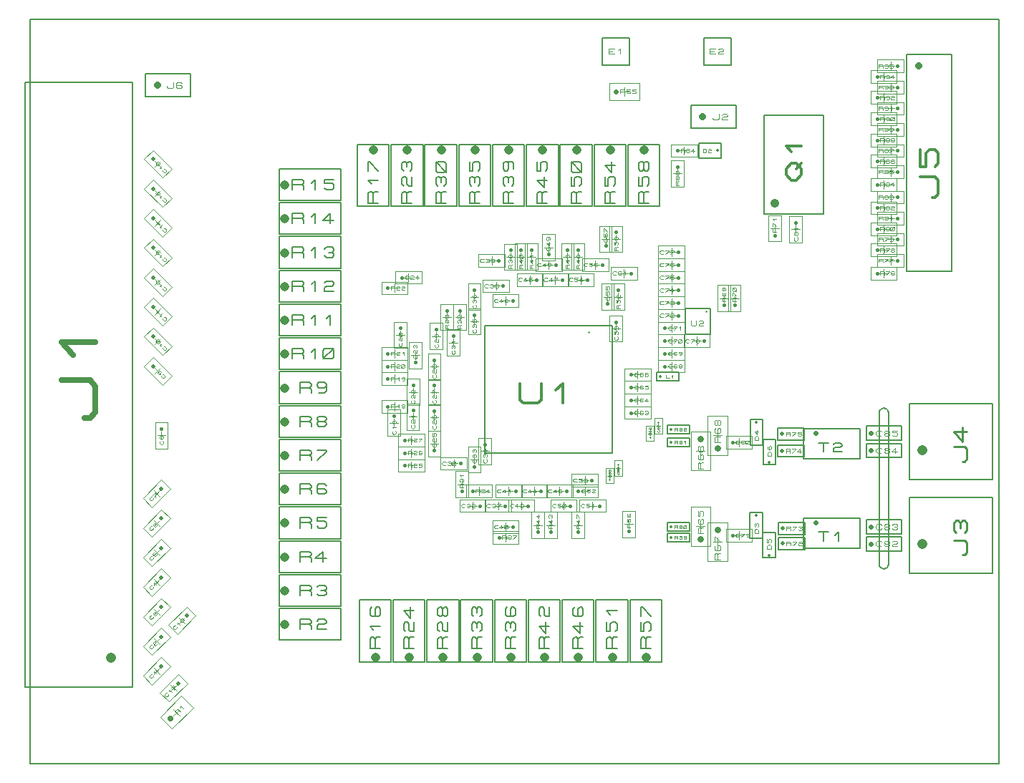
<source format=gbr>
G04 PROTEUS GERBER X2 FILE*
%TF.GenerationSoftware,Labcenter,Proteus,8.11-SP1-Build30228*%
%TF.CreationDate,2022-02-22T19:14:10+00:00*%
%TF.FileFunction,AssemblyDrawing,Top*%
%TF.FilePolarity,Positive*%
%TF.Part,Single*%
%TF.SameCoordinates,{6c2897ae-c00c-46c9-bae6-367ef81e3b77}*%
%FSLAX45Y45*%
%MOMM*%
G01*
%TA.AperFunction,Material*%
%ADD51C,0.203200*%
%ADD125C,0.508000*%
%ADD126C,0.072810*%
%ADD127C,0.609600*%
%ADD128C,0.103120*%
%ADD129C,0.175000*%
%ADD130C,1.143000*%
%ADD131C,0.258170*%
%ADD132C,1.219200*%
%ADD133C,0.664650*%
%ADD134C,1.120140*%
%ADD135C,0.198630*%
%ADD136C,0.050000*%
%ADD137C,0.396240*%
%ADD138C,0.065780*%
%ADD139C,0.270000*%
%ADD140C,0.378130*%
%ADD141C,0.355600*%
%ADD142C,0.056890*%
%ADD143C,0.812800*%
%ADD144C,0.076200*%
%ADD145C,0.721360*%
%ADD146C,0.107030*%
%ADD147C,0.243840*%
%ADD148C,0.034990*%
%TA.AperFunction,Profile*%
%ADD47C,0.203200*%
%TA.AperFunction,Material*%
%ADD149C,0.100000*%
%ADD150C,0.060450*%
%ADD151C,0.546000*%
%ADD152C,0.063290*%
%ADD153C,0.110060*%
%ADD154C,0.579120*%
%ADD155C,0.675310*%
%ADD156C,0.074470*%
%ADD157C,0.254000*%
%ADD158C,0.093130*%
%ADD159C,1.016000*%
%ADD160C,0.300310*%
%TD.AperFunction*%
D51*
X+4394240Y+1061340D02*
X+4709200Y+1061340D01*
X+4709200Y+1203580D01*
X+4394240Y+1203580D01*
X+4394240Y+1061340D01*
D125*
X+4445040Y+1135000D02*
X+4445040Y+1135000D01*
D126*
X+4491524Y+1110616D02*
X+4491524Y+1154304D01*
X+4532480Y+1154304D01*
X+4540672Y+1147023D01*
X+4540672Y+1139741D01*
X+4532480Y+1132460D01*
X+4491524Y+1132460D01*
X+4532480Y+1132460D02*
X+4540672Y+1125179D01*
X+4540672Y+1110616D01*
X+4565246Y+1154304D02*
X+4606203Y+1154304D01*
X+4606203Y+1147023D01*
X+4565246Y+1110616D01*
X+4630777Y+1147023D02*
X+4638968Y+1154304D01*
X+4663542Y+1154304D01*
X+4671734Y+1147023D01*
X+4671734Y+1139741D01*
X+4663542Y+1132460D01*
X+4671734Y+1125179D01*
X+4671734Y+1117897D01*
X+4663542Y+1110616D01*
X+4638968Y+1110616D01*
X+4630777Y+1117897D01*
X+4647160Y+1132460D02*
X+4663542Y+1132460D01*
D51*
X+4394240Y+881340D02*
X+4709200Y+881340D01*
X+4709200Y+1023580D01*
X+4394240Y+1023580D01*
X+4394240Y+881340D01*
D125*
X+4445040Y+955000D02*
X+4445040Y+955000D01*
D126*
X+4491524Y+930616D02*
X+4491524Y+974304D01*
X+4532480Y+974304D01*
X+4540672Y+967023D01*
X+4540672Y+959741D01*
X+4532480Y+952460D01*
X+4491524Y+952460D01*
X+4532480Y+952460D02*
X+4540672Y+945179D01*
X+4540672Y+930616D01*
X+4565246Y+974304D02*
X+4606203Y+974304D01*
X+4606203Y+967023D01*
X+4565246Y+930616D01*
X+4630777Y+967023D02*
X+4638968Y+974304D01*
X+4663542Y+974304D01*
X+4671734Y+967023D01*
X+4671734Y+959741D01*
X+4663542Y+952460D01*
X+4638968Y+952460D01*
X+4630777Y+945179D01*
X+4630777Y+930616D01*
X+4671734Y+930616D01*
D51*
X+5434240Y+1066180D02*
X+5850800Y+1066180D01*
X+5850800Y+1233820D01*
X+5434240Y+1233820D01*
X+5434240Y+1066180D01*
D127*
X+5485040Y+1150000D02*
X+5485040Y+1150000D01*
D128*
X+5613552Y+1129375D02*
X+5601950Y+1119062D01*
X+5567146Y+1119062D01*
X+5543944Y+1139687D01*
X+5543944Y+1160312D01*
X+5567146Y+1180937D01*
X+5601950Y+1180937D01*
X+5613552Y+1170624D01*
X+5659957Y+1150000D02*
X+5648356Y+1160312D01*
X+5648356Y+1170624D01*
X+5659957Y+1180937D01*
X+5694761Y+1180937D01*
X+5706363Y+1170624D01*
X+5706363Y+1160312D01*
X+5694761Y+1150000D01*
X+5659957Y+1150000D01*
X+5648356Y+1139687D01*
X+5648356Y+1129375D01*
X+5659957Y+1119062D01*
X+5694761Y+1119062D01*
X+5706363Y+1129375D01*
X+5706363Y+1139687D01*
X+5694761Y+1150000D01*
X+5741167Y+1170624D02*
X+5752768Y+1180937D01*
X+5787572Y+1180937D01*
X+5799174Y+1170624D01*
X+5799174Y+1160312D01*
X+5787572Y+1150000D01*
X+5799174Y+1139687D01*
X+5799174Y+1129375D01*
X+5787572Y+1119062D01*
X+5752768Y+1119062D01*
X+5741167Y+1129375D01*
X+5764370Y+1150000D02*
X+5787572Y+1150000D01*
D51*
X+5434240Y+866180D02*
X+5850800Y+866180D01*
X+5850800Y+1033820D01*
X+5434240Y+1033820D01*
X+5434240Y+866180D01*
D127*
X+5485040Y+950000D02*
X+5485040Y+950000D01*
D128*
X+5613552Y+929375D02*
X+5601950Y+919062D01*
X+5567146Y+919062D01*
X+5543944Y+939687D01*
X+5543944Y+960312D01*
X+5567146Y+980937D01*
X+5601950Y+980937D01*
X+5613552Y+970624D01*
X+5659957Y+950000D02*
X+5648356Y+960312D01*
X+5648356Y+970624D01*
X+5659957Y+980937D01*
X+5694761Y+980937D01*
X+5706363Y+970624D01*
X+5706363Y+960312D01*
X+5694761Y+950000D01*
X+5659957Y+950000D01*
X+5648356Y+939687D01*
X+5648356Y+929375D01*
X+5659957Y+919062D01*
X+5694761Y+919062D01*
X+5706363Y+929375D01*
X+5706363Y+939687D01*
X+5694761Y+950000D01*
X+5741167Y+970624D02*
X+5752768Y+980937D01*
X+5787572Y+980937D01*
X+5799174Y+970624D01*
X+5799174Y+960312D01*
X+5787572Y+950000D01*
X+5752768Y+950000D01*
X+5741167Y+939687D01*
X+5741167Y+919062D01*
X+5799174Y+919062D01*
D51*
X+5434240Y+2172656D02*
X+5850800Y+2172656D01*
X+5850800Y+2340296D01*
X+5434240Y+2340296D01*
X+5434240Y+2172656D01*
D127*
X+5485040Y+2256476D02*
X+5485040Y+2256476D01*
D128*
X+5613552Y+2235851D02*
X+5601950Y+2225538D01*
X+5567146Y+2225538D01*
X+5543944Y+2246163D01*
X+5543944Y+2266788D01*
X+5567146Y+2287413D01*
X+5601950Y+2287413D01*
X+5613552Y+2277100D01*
X+5659957Y+2256476D02*
X+5648356Y+2266788D01*
X+5648356Y+2277100D01*
X+5659957Y+2287413D01*
X+5694761Y+2287413D01*
X+5706363Y+2277100D01*
X+5706363Y+2266788D01*
X+5694761Y+2256476D01*
X+5659957Y+2256476D01*
X+5648356Y+2246163D01*
X+5648356Y+2235851D01*
X+5659957Y+2225538D01*
X+5694761Y+2225538D01*
X+5706363Y+2235851D01*
X+5706363Y+2246163D01*
X+5694761Y+2256476D01*
X+5799174Y+2287413D02*
X+5741167Y+2287413D01*
X+5741167Y+2266788D01*
X+5787572Y+2266788D01*
X+5799174Y+2256476D01*
X+5799174Y+2235851D01*
X+5787572Y+2225538D01*
X+5752768Y+2225538D01*
X+5741167Y+2235851D01*
D51*
X+5435373Y+1968725D02*
X+5851933Y+1968725D01*
X+5851933Y+2136365D01*
X+5435373Y+2136365D01*
X+5435373Y+1968725D01*
D127*
X+5486173Y+2052545D02*
X+5486173Y+2052545D01*
D128*
X+5614685Y+2031920D02*
X+5603083Y+2021607D01*
X+5568279Y+2021607D01*
X+5545077Y+2042232D01*
X+5545077Y+2062857D01*
X+5568279Y+2083482D01*
X+5603083Y+2083482D01*
X+5614685Y+2073169D01*
X+5661090Y+2052545D02*
X+5649489Y+2062857D01*
X+5649489Y+2073169D01*
X+5661090Y+2083482D01*
X+5695894Y+2083482D01*
X+5707496Y+2073169D01*
X+5707496Y+2062857D01*
X+5695894Y+2052545D01*
X+5661090Y+2052545D01*
X+5649489Y+2042232D01*
X+5649489Y+2031920D01*
X+5661090Y+2021607D01*
X+5695894Y+2021607D01*
X+5707496Y+2031920D01*
X+5707496Y+2042232D01*
X+5695894Y+2052545D01*
X+5800307Y+2042232D02*
X+5730699Y+2042232D01*
X+5777104Y+2083482D01*
X+5777104Y+2021607D01*
D51*
X+4694880Y+899200D02*
X+5361240Y+899200D01*
X+5361240Y+1250800D01*
X+4694880Y+1250800D01*
X+4694880Y+899200D01*
D127*
X+4835040Y+1200000D02*
X+4835040Y+1200000D01*
D129*
X+4870560Y+1086860D02*
X+4988685Y+1086860D01*
X+4929622Y+1086860D02*
X+4929622Y+981860D01*
X+5067435Y+1051860D02*
X+5106810Y+1086860D01*
X+5106810Y+981860D01*
D51*
X+4694880Y+1955676D02*
X+5361240Y+1955676D01*
X+5361240Y+2307276D01*
X+4694880Y+2307276D01*
X+4694880Y+1955676D01*
D127*
X+4835040Y+2256476D02*
X+4835040Y+2256476D01*
D129*
X+4870560Y+2143336D02*
X+4988685Y+2143336D01*
X+4929622Y+2143336D02*
X+4929622Y+2038336D01*
X+5047747Y+2125836D02*
X+5067435Y+2143336D01*
X+5126497Y+2143336D01*
X+5146185Y+2125836D01*
X+5146185Y+2108336D01*
X+5126497Y+2090836D01*
X+5067435Y+2090836D01*
X+5047747Y+2073336D01*
X+5047747Y+2038336D01*
X+5146185Y+2038336D01*
D51*
X+5947600Y+603640D02*
X+6930160Y+603640D01*
X+6930160Y+1496360D01*
X+5947600Y+1496360D01*
X+5947600Y+603640D01*
D130*
X+6100000Y+950000D02*
X+6100000Y+950000D01*
D131*
X+6569473Y+817644D02*
X+6595290Y+817644D01*
X+6621108Y+846688D01*
X+6621108Y+962866D01*
X+6595290Y+991911D01*
X+6466203Y+991911D01*
X+6492021Y+1079044D02*
X+6466203Y+1108089D01*
X+6466203Y+1195222D01*
X+6492021Y+1224267D01*
X+6517838Y+1224267D01*
X+6543655Y+1195222D01*
X+6569473Y+1224267D01*
X+6595290Y+1224267D01*
X+6621108Y+1195222D01*
X+6621108Y+1108089D01*
X+6595290Y+1079044D01*
X+6543655Y+1137133D02*
X+6543655Y+1195222D01*
D51*
X+5947600Y+1710116D02*
X+6930160Y+1710116D01*
X+6930160Y+2602836D01*
X+5947600Y+2602836D01*
X+5947600Y+1710116D01*
D130*
X+6100000Y+2056476D02*
X+6100000Y+2056476D01*
D131*
X+6569473Y+1924120D02*
X+6595290Y+1924120D01*
X+6621108Y+1953164D01*
X+6621108Y+2069342D01*
X+6595290Y+2098387D01*
X+6466203Y+2098387D01*
X+6569473Y+2330743D02*
X+6569473Y+2156476D01*
X+6466203Y+2272654D01*
X+6621108Y+2272654D01*
D51*
X-4510160Y-750000D02*
X-3246000Y-750000D01*
X-3246000Y+6404000D01*
X-4510160Y+6404000D01*
X-4510160Y-750000D01*
D132*
X-3500000Y-400000D02*
X-3500000Y-400000D01*
D133*
X-3811614Y+2434294D02*
X-3745149Y+2434294D01*
X-3678684Y+2509067D01*
X-3678684Y+2808160D01*
X-3745149Y+2882933D01*
X-4077475Y+2882933D01*
X-3944545Y+3182026D02*
X-4077475Y+3331573D01*
X-3678684Y+3331573D01*
D51*
X+2615440Y+4940617D02*
X+2991360Y+4940617D01*
X+2991360Y+5675077D01*
X+2615440Y+5675077D01*
X+2615440Y+4940617D01*
D134*
X+2803400Y+5612847D02*
X+2803400Y+5612847D01*
D135*
X+2862991Y+4980574D02*
X+2743810Y+4980574D01*
X+2743810Y+5092305D01*
X+2763674Y+5114651D01*
X+2783537Y+5114651D01*
X+2803400Y+5092305D01*
X+2803400Y+4980574D01*
X+2803400Y+5092305D02*
X+2823264Y+5114651D01*
X+2862991Y+5114651D01*
X+2743810Y+5293421D02*
X+2743810Y+5181690D01*
X+2783537Y+5181690D01*
X+2783537Y+5271075D01*
X+2803400Y+5293421D01*
X+2843127Y+5293421D01*
X+2862991Y+5271075D01*
X+2862991Y+5204036D01*
X+2843127Y+5181690D01*
X+2803400Y+5382806D02*
X+2783537Y+5360460D01*
X+2763674Y+5360460D01*
X+2743810Y+5382806D01*
X+2743810Y+5449845D01*
X+2763674Y+5472191D01*
X+2783537Y+5472191D01*
X+2803400Y+5449845D01*
X+2803400Y+5382806D01*
X+2823264Y+5360460D01*
X+2843127Y+5360460D01*
X+2862991Y+5382806D01*
X+2862991Y+5449845D01*
X+2843127Y+5472191D01*
X+2823264Y+5472191D01*
X+2803400Y+5449845D01*
D51*
X+2215440Y+4940617D02*
X+2591360Y+4940617D01*
X+2591360Y+5675077D01*
X+2215440Y+5675077D01*
X+2215440Y+4940617D01*
D134*
X+2403400Y+5612847D02*
X+2403400Y+5612847D01*
D135*
X+2462991Y+4980574D02*
X+2343810Y+4980574D01*
X+2343810Y+5092305D01*
X+2363674Y+5114651D01*
X+2383537Y+5114651D01*
X+2403400Y+5092305D01*
X+2403400Y+4980574D01*
X+2403400Y+5092305D02*
X+2423264Y+5114651D01*
X+2462991Y+5114651D01*
X+2343810Y+5293421D02*
X+2343810Y+5181690D01*
X+2383537Y+5181690D01*
X+2383537Y+5271075D01*
X+2403400Y+5293421D01*
X+2443127Y+5293421D01*
X+2462991Y+5271075D01*
X+2462991Y+5204036D01*
X+2443127Y+5181690D01*
X+2423264Y+5472191D02*
X+2423264Y+5338114D01*
X+2343810Y+5427499D01*
X+2462991Y+5427499D01*
D51*
X+1815440Y+4940617D02*
X+2191360Y+4940617D01*
X+2191360Y+5675077D01*
X+1815440Y+5675077D01*
X+1815440Y+4940617D01*
D134*
X+2003400Y+5612847D02*
X+2003400Y+5612847D01*
D135*
X+2062991Y+4980574D02*
X+1943810Y+4980574D01*
X+1943810Y+5092305D01*
X+1963674Y+5114651D01*
X+1983537Y+5114651D01*
X+2003400Y+5092305D01*
X+2003400Y+4980574D01*
X+2003400Y+5092305D02*
X+2023264Y+5114651D01*
X+2062991Y+5114651D01*
X+1943810Y+5293421D02*
X+1943810Y+5181690D01*
X+1983537Y+5181690D01*
X+1983537Y+5271075D01*
X+2003400Y+5293421D01*
X+2043127Y+5293421D01*
X+2062991Y+5271075D01*
X+2062991Y+5204036D01*
X+2043127Y+5181690D01*
X+2043127Y+5338114D02*
X+1963674Y+5338114D01*
X+1943810Y+5360460D01*
X+1943810Y+5449845D01*
X+1963674Y+5472191D01*
X+2043127Y+5472191D01*
X+2062991Y+5449845D01*
X+2062991Y+5360460D01*
X+2043127Y+5338114D01*
X+2062991Y+5338114D02*
X+1943810Y+5472191D01*
D51*
X+1415440Y+4940617D02*
X+1791360Y+4940617D01*
X+1791360Y+5675077D01*
X+1415440Y+5675077D01*
X+1415440Y+4940617D01*
D134*
X+1603400Y+5612847D02*
X+1603400Y+5612847D01*
D135*
X+1662991Y+4980574D02*
X+1543810Y+4980574D01*
X+1543810Y+5092305D01*
X+1563674Y+5114651D01*
X+1583537Y+5114651D01*
X+1603400Y+5092305D01*
X+1603400Y+4980574D01*
X+1603400Y+5092305D02*
X+1623264Y+5114651D01*
X+1662991Y+5114651D01*
X+1623264Y+5293421D02*
X+1623264Y+5159344D01*
X+1543810Y+5248729D01*
X+1662991Y+5248729D01*
X+1543810Y+5472191D02*
X+1543810Y+5360460D01*
X+1583537Y+5360460D01*
X+1583537Y+5449845D01*
X+1603400Y+5472191D01*
X+1643127Y+5472191D01*
X+1662991Y+5449845D01*
X+1662991Y+5382806D01*
X+1643127Y+5360460D01*
D51*
X+1015440Y+4940617D02*
X+1391360Y+4940617D01*
X+1391360Y+5675077D01*
X+1015440Y+5675077D01*
X+1015440Y+4940617D01*
D134*
X+1203400Y+5612847D02*
X+1203400Y+5612847D01*
D135*
X+1262991Y+4980574D02*
X+1143810Y+4980574D01*
X+1143810Y+5092305D01*
X+1163674Y+5114651D01*
X+1183537Y+5114651D01*
X+1203400Y+5092305D01*
X+1203400Y+4980574D01*
X+1203400Y+5092305D02*
X+1223264Y+5114651D01*
X+1262991Y+5114651D01*
X+1163674Y+5181690D02*
X+1143810Y+5204036D01*
X+1143810Y+5271075D01*
X+1163674Y+5293421D01*
X+1183537Y+5293421D01*
X+1203400Y+5271075D01*
X+1223264Y+5293421D01*
X+1243127Y+5293421D01*
X+1262991Y+5271075D01*
X+1262991Y+5204036D01*
X+1243127Y+5181690D01*
X+1203400Y+5226382D02*
X+1203400Y+5271075D01*
X+1183537Y+5472191D02*
X+1203400Y+5449845D01*
X+1203400Y+5382806D01*
X+1183537Y+5360460D01*
X+1163674Y+5360460D01*
X+1143810Y+5382806D01*
X+1143810Y+5449845D01*
X+1163674Y+5472191D01*
X+1243127Y+5472191D01*
X+1262991Y+5449845D01*
X+1262991Y+5382806D01*
D51*
X+615440Y+4940617D02*
X+991360Y+4940617D01*
X+991360Y+5675077D01*
X+615440Y+5675077D01*
X+615440Y+4940617D01*
D134*
X+803400Y+5612847D02*
X+803400Y+5612847D01*
D135*
X+862991Y+4980574D02*
X+743810Y+4980574D01*
X+743810Y+5092305D01*
X+763674Y+5114651D01*
X+783537Y+5114651D01*
X+803400Y+5092305D01*
X+803400Y+4980574D01*
X+803400Y+5092305D02*
X+823264Y+5114651D01*
X+862991Y+5114651D01*
X+763674Y+5181690D02*
X+743810Y+5204036D01*
X+743810Y+5271075D01*
X+763674Y+5293421D01*
X+783537Y+5293421D01*
X+803400Y+5271075D01*
X+823264Y+5293421D01*
X+843127Y+5293421D01*
X+862991Y+5271075D01*
X+862991Y+5204036D01*
X+843127Y+5181690D01*
X+803400Y+5226382D02*
X+803400Y+5271075D01*
X+743810Y+5472191D02*
X+743810Y+5360460D01*
X+783537Y+5360460D01*
X+783537Y+5449845D01*
X+803400Y+5472191D01*
X+843127Y+5472191D01*
X+862991Y+5449845D01*
X+862991Y+5382806D01*
X+843127Y+5360460D01*
D51*
X+215440Y+4940617D02*
X+591360Y+4940617D01*
X+591360Y+5675077D01*
X+215440Y+5675077D01*
X+215440Y+4940617D01*
D134*
X+403400Y+5612847D02*
X+403400Y+5612847D01*
D135*
X+462991Y+4980574D02*
X+343810Y+4980574D01*
X+343810Y+5092305D01*
X+363674Y+5114651D01*
X+383537Y+5114651D01*
X+403400Y+5092305D01*
X+403400Y+4980574D01*
X+403400Y+5092305D02*
X+423264Y+5114651D01*
X+462991Y+5114651D01*
X+363674Y+5181690D02*
X+343810Y+5204036D01*
X+343810Y+5271075D01*
X+363674Y+5293421D01*
X+383537Y+5293421D01*
X+403400Y+5271075D01*
X+423264Y+5293421D01*
X+443127Y+5293421D01*
X+462991Y+5271075D01*
X+462991Y+5204036D01*
X+443127Y+5181690D01*
X+403400Y+5226382D02*
X+403400Y+5271075D01*
X+443127Y+5338114D02*
X+363674Y+5338114D01*
X+343810Y+5360460D01*
X+343810Y+5449845D01*
X+363674Y+5472191D01*
X+443127Y+5472191D01*
X+462991Y+5449845D01*
X+462991Y+5360460D01*
X+443127Y+5338114D01*
X+462991Y+5338114D02*
X+343810Y+5472191D01*
D51*
X-184560Y+4940617D02*
X+191360Y+4940617D01*
X+191360Y+5675077D01*
X-184560Y+5675077D01*
X-184560Y+4940617D01*
D134*
X+3400Y+5612847D02*
X+3400Y+5612847D01*
D135*
X+62991Y+4980574D02*
X-56190Y+4980574D01*
X-56190Y+5092305D01*
X-36326Y+5114651D01*
X-16463Y+5114651D01*
X+3400Y+5092305D01*
X+3400Y+4980574D01*
X+3400Y+5092305D02*
X+23264Y+5114651D01*
X+62991Y+5114651D01*
X-36326Y+5181690D02*
X-56190Y+5204036D01*
X-56190Y+5271075D01*
X-36326Y+5293421D01*
X-16463Y+5293421D01*
X+3400Y+5271075D01*
X+3400Y+5204036D01*
X+23264Y+5181690D01*
X+62991Y+5181690D01*
X+62991Y+5293421D01*
X-36326Y+5360460D02*
X-56190Y+5382806D01*
X-56190Y+5449845D01*
X-36326Y+5472191D01*
X-16463Y+5472191D01*
X+3400Y+5449845D01*
X+23264Y+5472191D01*
X+43127Y+5472191D01*
X+62991Y+5449845D01*
X+62991Y+5382806D01*
X+43127Y+5360460D01*
X+3400Y+5405152D02*
X+3400Y+5449845D01*
D51*
X-584560Y+4940617D02*
X-208640Y+4940617D01*
X-208640Y+5675077D01*
X-584560Y+5675077D01*
X-584560Y+4940617D01*
D134*
X-396600Y+5612847D02*
X-396600Y+5612847D01*
D135*
X-337009Y+4980574D02*
X-456190Y+4980574D01*
X-456190Y+5092305D01*
X-436326Y+5114651D01*
X-416463Y+5114651D01*
X-396600Y+5092305D01*
X-396600Y+4980574D01*
X-396600Y+5092305D02*
X-376736Y+5114651D01*
X-337009Y+5114651D01*
X-416463Y+5204036D02*
X-456190Y+5248729D01*
X-337009Y+5248729D01*
X-456190Y+5360460D02*
X-456190Y+5472191D01*
X-436326Y+5472191D01*
X-337009Y+5360460D01*
D51*
X-1508868Y+5009069D02*
X-774408Y+5009069D01*
X-774408Y+5384989D01*
X-1508868Y+5384989D01*
X-1508868Y+5009069D01*
D134*
X-1446638Y+5197029D02*
X-1446638Y+5197029D01*
D135*
X-1350675Y+5137438D02*
X-1350675Y+5256619D01*
X-1238944Y+5256619D01*
X-1216598Y+5236755D01*
X-1216598Y+5216892D01*
X-1238944Y+5197029D01*
X-1350675Y+5197029D01*
X-1238944Y+5197029D02*
X-1216598Y+5177165D01*
X-1216598Y+5137438D01*
X-1127213Y+5216892D02*
X-1082520Y+5256619D01*
X-1082520Y+5137438D01*
X-859058Y+5256619D02*
X-970789Y+5256619D01*
X-970789Y+5216892D01*
X-881404Y+5216892D01*
X-859058Y+5197029D01*
X-859058Y+5157302D01*
X-881404Y+5137438D01*
X-948443Y+5137438D01*
X-970789Y+5157302D01*
D51*
X-1508868Y+4609069D02*
X-774408Y+4609069D01*
X-774408Y+4984989D01*
X-1508868Y+4984989D01*
X-1508868Y+4609069D01*
D134*
X-1446638Y+4797029D02*
X-1446638Y+4797029D01*
D135*
X-1350675Y+4737438D02*
X-1350675Y+4856619D01*
X-1238944Y+4856619D01*
X-1216598Y+4836755D01*
X-1216598Y+4816892D01*
X-1238944Y+4797029D01*
X-1350675Y+4797029D01*
X-1238944Y+4797029D02*
X-1216598Y+4777165D01*
X-1216598Y+4737438D01*
X-1127213Y+4816892D02*
X-1082520Y+4856619D01*
X-1082520Y+4737438D01*
X-859058Y+4777165D02*
X-993135Y+4777165D01*
X-903750Y+4856619D01*
X-903750Y+4737438D01*
D51*
X-1508868Y+4209069D02*
X-774408Y+4209069D01*
X-774408Y+4584989D01*
X-1508868Y+4584989D01*
X-1508868Y+4209069D01*
D134*
X-1446638Y+4397029D02*
X-1446638Y+4397029D01*
D135*
X-1350675Y+4337438D02*
X-1350675Y+4456619D01*
X-1238944Y+4456619D01*
X-1216598Y+4436755D01*
X-1216598Y+4416892D01*
X-1238944Y+4397029D01*
X-1350675Y+4397029D01*
X-1238944Y+4397029D02*
X-1216598Y+4377165D01*
X-1216598Y+4337438D01*
X-1127213Y+4416892D02*
X-1082520Y+4456619D01*
X-1082520Y+4337438D01*
X-970789Y+4436755D02*
X-948443Y+4456619D01*
X-881404Y+4456619D01*
X-859058Y+4436755D01*
X-859058Y+4416892D01*
X-881404Y+4397029D01*
X-859058Y+4377165D01*
X-859058Y+4357302D01*
X-881404Y+4337438D01*
X-948443Y+4337438D01*
X-970789Y+4357302D01*
X-926097Y+4397029D02*
X-881404Y+4397029D01*
D51*
X+2238390Y-448775D02*
X+2614310Y-448775D01*
X+2614310Y+285685D01*
X+2238390Y+285685D01*
X+2238390Y-448775D01*
D134*
X+2426350Y-386545D02*
X+2426350Y-386545D01*
D135*
X+2485941Y-290582D02*
X+2366760Y-290582D01*
X+2366760Y-178851D01*
X+2386624Y-156505D01*
X+2406487Y-156505D01*
X+2426350Y-178851D01*
X+2426350Y-290582D01*
X+2426350Y-178851D02*
X+2446214Y-156505D01*
X+2485941Y-156505D01*
X+2366760Y+22265D02*
X+2366760Y-89466D01*
X+2406487Y-89466D01*
X+2406487Y-81D01*
X+2426350Y+22265D01*
X+2466077Y+22265D01*
X+2485941Y-81D01*
X+2485941Y-67120D01*
X+2466077Y-89466D01*
X+2406487Y+111650D02*
X+2366760Y+156343D01*
X+2485941Y+156343D01*
D51*
X+1838390Y-448775D02*
X+2214310Y-448775D01*
X+2214310Y+285685D01*
X+1838390Y+285685D01*
X+1838390Y-448775D01*
D134*
X+2026350Y-386545D02*
X+2026350Y-386545D01*
D135*
X+2085941Y-290582D02*
X+1966760Y-290582D01*
X+1966760Y-178851D01*
X+1986624Y-156505D01*
X+2006487Y-156505D01*
X+2026350Y-178851D01*
X+2026350Y-290582D01*
X+2026350Y-178851D02*
X+2046214Y-156505D01*
X+2085941Y-156505D01*
X+2046214Y+22265D02*
X+2046214Y-111812D01*
X+1966760Y-22427D01*
X+2085941Y-22427D01*
X+1986624Y+201035D02*
X+1966760Y+178689D01*
X+1966760Y+111650D01*
X+1986624Y+89304D01*
X+2066077Y+89304D01*
X+2085941Y+111650D01*
X+2085941Y+178689D01*
X+2066077Y+201035D01*
X+2046214Y+201035D01*
X+2026350Y+178689D01*
X+2026350Y+89304D01*
D51*
X+1438390Y-448775D02*
X+1814310Y-448775D01*
X+1814310Y+285685D01*
X+1438390Y+285685D01*
X+1438390Y-448775D01*
D134*
X+1626350Y-386545D02*
X+1626350Y-386545D01*
D135*
X+1685941Y-290582D02*
X+1566760Y-290582D01*
X+1566760Y-178851D01*
X+1586624Y-156505D01*
X+1606487Y-156505D01*
X+1626350Y-178851D01*
X+1626350Y-290582D01*
X+1626350Y-178851D02*
X+1646214Y-156505D01*
X+1685941Y-156505D01*
X+1646214Y+22265D02*
X+1646214Y-111812D01*
X+1566760Y-22427D01*
X+1685941Y-22427D01*
X+1586624Y+89304D02*
X+1566760Y+111650D01*
X+1566760Y+178689D01*
X+1586624Y+201035D01*
X+1606487Y+201035D01*
X+1626350Y+178689D01*
X+1626350Y+111650D01*
X+1646214Y+89304D01*
X+1685941Y+89304D01*
X+1685941Y+201035D01*
D51*
X+1038390Y-448775D02*
X+1414310Y-448775D01*
X+1414310Y+285685D01*
X+1038390Y+285685D01*
X+1038390Y-448775D01*
D134*
X+1226350Y-386545D02*
X+1226350Y-386545D01*
D135*
X+1285941Y-290582D02*
X+1166760Y-290582D01*
X+1166760Y-178851D01*
X+1186624Y-156505D01*
X+1206487Y-156505D01*
X+1226350Y-178851D01*
X+1226350Y-290582D01*
X+1226350Y-178851D02*
X+1246214Y-156505D01*
X+1285941Y-156505D01*
X+1186624Y-89466D02*
X+1166760Y-67120D01*
X+1166760Y-81D01*
X+1186624Y+22265D01*
X+1206487Y+22265D01*
X+1226350Y-81D01*
X+1246214Y+22265D01*
X+1266077Y+22265D01*
X+1285941Y-81D01*
X+1285941Y-67120D01*
X+1266077Y-89466D01*
X+1226350Y-44774D02*
X+1226350Y-81D01*
X+1186624Y+201035D02*
X+1166760Y+178689D01*
X+1166760Y+111650D01*
X+1186624Y+89304D01*
X+1266077Y+89304D01*
X+1285941Y+111650D01*
X+1285941Y+178689D01*
X+1266077Y+201035D01*
X+1246214Y+201035D01*
X+1226350Y+178689D01*
X+1226350Y+89304D01*
D51*
X+638390Y-448775D02*
X+1014310Y-448775D01*
X+1014310Y+285685D01*
X+638390Y+285685D01*
X+638390Y-448775D01*
D134*
X+826350Y-386545D02*
X+826350Y-386545D01*
D135*
X+885941Y-290582D02*
X+766760Y-290582D01*
X+766760Y-178851D01*
X+786624Y-156505D01*
X+806487Y-156505D01*
X+826350Y-178851D01*
X+826350Y-290582D01*
X+826350Y-178851D02*
X+846214Y-156505D01*
X+885941Y-156505D01*
X+786624Y-89466D02*
X+766760Y-67120D01*
X+766760Y-81D01*
X+786624Y+22265D01*
X+806487Y+22265D01*
X+826350Y-81D01*
X+846214Y+22265D01*
X+866077Y+22265D01*
X+885941Y-81D01*
X+885941Y-67120D01*
X+866077Y-89466D01*
X+826350Y-44774D02*
X+826350Y-81D01*
X+786624Y+89304D02*
X+766760Y+111650D01*
X+766760Y+178689D01*
X+786624Y+201035D01*
X+806487Y+201035D01*
X+826350Y+178689D01*
X+846214Y+201035D01*
X+866077Y+201035D01*
X+885941Y+178689D01*
X+885941Y+111650D01*
X+866077Y+89304D01*
X+826350Y+133996D02*
X+826350Y+178689D01*
D51*
X+2638390Y-448775D02*
X+3014310Y-448775D01*
X+3014310Y+285685D01*
X+2638390Y+285685D01*
X+2638390Y-448775D01*
D134*
X+2826350Y-386545D02*
X+2826350Y-386545D01*
D135*
X+2885941Y-290582D02*
X+2766760Y-290582D01*
X+2766760Y-178851D01*
X+2786624Y-156505D01*
X+2806487Y-156505D01*
X+2826350Y-178851D01*
X+2826350Y-290582D01*
X+2826350Y-178851D02*
X+2846214Y-156505D01*
X+2885941Y-156505D01*
X+2766760Y+22265D02*
X+2766760Y-89466D01*
X+2806487Y-89466D01*
X+2806487Y-81D01*
X+2826350Y+22265D01*
X+2866077Y+22265D01*
X+2885941Y-81D01*
X+2885941Y-67120D01*
X+2866077Y-89466D01*
X+2766760Y+89304D02*
X+2766760Y+201035D01*
X+2786624Y+201035D01*
X+2885941Y+89304D01*
D51*
X+238390Y-448775D02*
X+614310Y-448775D01*
X+614310Y+285685D01*
X+238390Y+285685D01*
X+238390Y-448775D01*
D134*
X+426350Y-386545D02*
X+426350Y-386545D01*
D135*
X+485941Y-290582D02*
X+366760Y-290582D01*
X+366760Y-178851D01*
X+386624Y-156505D01*
X+406487Y-156505D01*
X+426350Y-178851D01*
X+426350Y-290582D01*
X+426350Y-178851D02*
X+446214Y-156505D01*
X+485941Y-156505D01*
X+386624Y-89466D02*
X+366760Y-67120D01*
X+366760Y-81D01*
X+386624Y+22265D01*
X+406487Y+22265D01*
X+426350Y-81D01*
X+426350Y-67120D01*
X+446214Y-89466D01*
X+485941Y-89466D01*
X+485941Y+22265D01*
X+426350Y+111650D02*
X+406487Y+89304D01*
X+386624Y+89304D01*
X+366760Y+111650D01*
X+366760Y+178689D01*
X+386624Y+201035D01*
X+406487Y+201035D01*
X+426350Y+178689D01*
X+426350Y+111650D01*
X+446214Y+89304D01*
X+466077Y+89304D01*
X+485941Y+111650D01*
X+485941Y+178689D01*
X+466077Y+201035D01*
X+446214Y+201035D01*
X+426350Y+178689D01*
D51*
X-161610Y-448775D02*
X+214310Y-448775D01*
X+214310Y+285685D01*
X-161610Y+285685D01*
X-161610Y-448775D01*
D134*
X+26350Y-386545D02*
X+26350Y-386545D01*
D135*
X+85941Y-290582D02*
X-33240Y-290582D01*
X-33240Y-178851D01*
X-13376Y-156505D01*
X+6487Y-156505D01*
X+26350Y-178851D01*
X+26350Y-290582D01*
X+26350Y-178851D02*
X+46214Y-156505D01*
X+85941Y-156505D01*
X-13376Y-89466D02*
X-33240Y-67120D01*
X-33240Y-81D01*
X-13376Y+22265D01*
X+6487Y+22265D01*
X+26350Y-81D01*
X+26350Y-67120D01*
X+46214Y-89466D01*
X+85941Y-89466D01*
X+85941Y+22265D01*
X+46214Y+201035D02*
X+46214Y+66958D01*
X-33240Y+156343D01*
X+85941Y+156343D01*
D51*
X-561610Y-448775D02*
X-185690Y-448775D01*
X-185690Y+285685D01*
X-561610Y+285685D01*
X-561610Y-448775D01*
D134*
X-373650Y-386545D02*
X-373650Y-386545D01*
D135*
X-314059Y-290582D02*
X-433240Y-290582D01*
X-433240Y-178851D01*
X-413376Y-156505D01*
X-393513Y-156505D01*
X-373650Y-178851D01*
X-373650Y-290582D01*
X-373650Y-178851D02*
X-353786Y-156505D01*
X-314059Y-156505D01*
X-393513Y-67120D02*
X-433240Y-22427D01*
X-314059Y-22427D01*
X-413376Y+201035D02*
X-433240Y+178689D01*
X-433240Y+111650D01*
X-413376Y+89304D01*
X-333923Y+89304D01*
X-314059Y+111650D01*
X-314059Y+178689D01*
X-333923Y+201035D01*
X-353786Y+201035D01*
X-373650Y+178689D01*
X-373650Y+89304D01*
D51*
X-1508868Y-190931D02*
X-774408Y-190931D01*
X-774408Y+184989D01*
X-1508868Y+184989D01*
X-1508868Y-190931D01*
D134*
X-1446638Y-2971D02*
X-1446638Y-2971D01*
D135*
X-1261290Y-62562D02*
X-1261290Y+56619D01*
X-1149559Y+56619D01*
X-1127213Y+36755D01*
X-1127213Y+16892D01*
X-1149559Y-2971D01*
X-1261290Y-2971D01*
X-1149559Y-2971D02*
X-1127213Y-22835D01*
X-1127213Y-62562D01*
X-1060174Y+36755D02*
X-1037828Y+56619D01*
X-970789Y+56619D01*
X-948443Y+36755D01*
X-948443Y+16892D01*
X-970789Y-2971D01*
X-1037828Y-2971D01*
X-1060174Y-22835D01*
X-1060174Y-62562D01*
X-948443Y-62562D01*
D51*
X-1508868Y+209069D02*
X-774408Y+209069D01*
X-774408Y+584989D01*
X-1508868Y+584989D01*
X-1508868Y+209069D01*
D134*
X-1446638Y+397029D02*
X-1446638Y+397029D01*
D135*
X-1261290Y+337438D02*
X-1261290Y+456619D01*
X-1149559Y+456619D01*
X-1127213Y+436755D01*
X-1127213Y+416892D01*
X-1149559Y+397029D01*
X-1261290Y+397029D01*
X-1149559Y+397029D02*
X-1127213Y+377165D01*
X-1127213Y+337438D01*
X-1060174Y+436755D02*
X-1037828Y+456619D01*
X-970789Y+456619D01*
X-948443Y+436755D01*
X-948443Y+416892D01*
X-970789Y+397029D01*
X-948443Y+377165D01*
X-948443Y+357302D01*
X-970789Y+337438D01*
X-1037828Y+337438D01*
X-1060174Y+357302D01*
X-1015482Y+397029D02*
X-970789Y+397029D01*
D51*
X-1508868Y+609069D02*
X-774408Y+609069D01*
X-774408Y+984989D01*
X-1508868Y+984989D01*
X-1508868Y+609069D01*
D134*
X-1446638Y+797029D02*
X-1446638Y+797029D01*
D135*
X-1261290Y+737438D02*
X-1261290Y+856619D01*
X-1149559Y+856619D01*
X-1127213Y+836755D01*
X-1127213Y+816892D01*
X-1149559Y+797029D01*
X-1261290Y+797029D01*
X-1149559Y+797029D02*
X-1127213Y+777165D01*
X-1127213Y+737438D01*
X-948443Y+777165D02*
X-1082520Y+777165D01*
X-993135Y+856619D01*
X-993135Y+737438D01*
D51*
X-1508868Y+3809069D02*
X-774408Y+3809069D01*
X-774408Y+4184989D01*
X-1508868Y+4184989D01*
X-1508868Y+3809069D01*
D134*
X-1446638Y+3997029D02*
X-1446638Y+3997029D01*
D135*
X-1350675Y+3937438D02*
X-1350675Y+4056619D01*
X-1238944Y+4056619D01*
X-1216598Y+4036755D01*
X-1216598Y+4016892D01*
X-1238944Y+3997029D01*
X-1350675Y+3997029D01*
X-1238944Y+3997029D02*
X-1216598Y+3977165D01*
X-1216598Y+3937438D01*
X-1127213Y+4016892D02*
X-1082520Y+4056619D01*
X-1082520Y+3937438D01*
X-970789Y+4036755D02*
X-948443Y+4056619D01*
X-881404Y+4056619D01*
X-859058Y+4036755D01*
X-859058Y+4016892D01*
X-881404Y+3997029D01*
X-948443Y+3997029D01*
X-970789Y+3977165D01*
X-970789Y+3937438D01*
X-859058Y+3937438D01*
D51*
X-1508868Y+3409069D02*
X-774408Y+3409069D01*
X-774408Y+3784989D01*
X-1508868Y+3784989D01*
X-1508868Y+3409069D01*
D134*
X-1446638Y+3597029D02*
X-1446638Y+3597029D01*
D135*
X-1350675Y+3537438D02*
X-1350675Y+3656619D01*
X-1238944Y+3656619D01*
X-1216598Y+3636755D01*
X-1216598Y+3616892D01*
X-1238944Y+3597029D01*
X-1350675Y+3597029D01*
X-1238944Y+3597029D02*
X-1216598Y+3577165D01*
X-1216598Y+3537438D01*
X-1127213Y+3616892D02*
X-1082520Y+3656619D01*
X-1082520Y+3537438D01*
X-948443Y+3616892D02*
X-903750Y+3656619D01*
X-903750Y+3537438D01*
D51*
X-1508868Y+3009069D02*
X-774408Y+3009069D01*
X-774408Y+3384989D01*
X-1508868Y+3384989D01*
X-1508868Y+3009069D01*
D134*
X-1446638Y+3197029D02*
X-1446638Y+3197029D01*
D135*
X-1350675Y+3137438D02*
X-1350675Y+3256619D01*
X-1238944Y+3256619D01*
X-1216598Y+3236755D01*
X-1216598Y+3216892D01*
X-1238944Y+3197029D01*
X-1350675Y+3197029D01*
X-1238944Y+3197029D02*
X-1216598Y+3177165D01*
X-1216598Y+3137438D01*
X-1127213Y+3216892D02*
X-1082520Y+3256619D01*
X-1082520Y+3137438D01*
X-993135Y+3157302D02*
X-993135Y+3236755D01*
X-970789Y+3256619D01*
X-881404Y+3256619D01*
X-859058Y+3236755D01*
X-859058Y+3157302D01*
X-881404Y+3137438D01*
X-970789Y+3137438D01*
X-993135Y+3157302D01*
X-993135Y+3137438D02*
X-859058Y+3256619D01*
D51*
X-1508868Y+2609069D02*
X-774408Y+2609069D01*
X-774408Y+2984989D01*
X-1508868Y+2984989D01*
X-1508868Y+2609069D01*
D134*
X-1446638Y+2797029D02*
X-1446638Y+2797029D01*
D135*
X-1261290Y+2737438D02*
X-1261290Y+2856619D01*
X-1149559Y+2856619D01*
X-1127213Y+2836755D01*
X-1127213Y+2816892D01*
X-1149559Y+2797029D01*
X-1261290Y+2797029D01*
X-1149559Y+2797029D02*
X-1127213Y+2777165D01*
X-1127213Y+2737438D01*
X-948443Y+2816892D02*
X-970789Y+2797029D01*
X-1037828Y+2797029D01*
X-1060174Y+2816892D01*
X-1060174Y+2836755D01*
X-1037828Y+2856619D01*
X-970789Y+2856619D01*
X-948443Y+2836755D01*
X-948443Y+2757302D01*
X-970789Y+2737438D01*
X-1037828Y+2737438D01*
D51*
X-1508868Y+2209069D02*
X-774408Y+2209069D01*
X-774408Y+2584989D01*
X-1508868Y+2584989D01*
X-1508868Y+2209069D01*
D134*
X-1446638Y+2397029D02*
X-1446638Y+2397029D01*
D135*
X-1261290Y+2337438D02*
X-1261290Y+2456619D01*
X-1149559Y+2456619D01*
X-1127213Y+2436755D01*
X-1127213Y+2416892D01*
X-1149559Y+2397029D01*
X-1261290Y+2397029D01*
X-1149559Y+2397029D02*
X-1127213Y+2377165D01*
X-1127213Y+2337438D01*
X-1037828Y+2397029D02*
X-1060174Y+2416892D01*
X-1060174Y+2436755D01*
X-1037828Y+2456619D01*
X-970789Y+2456619D01*
X-948443Y+2436755D01*
X-948443Y+2416892D01*
X-970789Y+2397029D01*
X-1037828Y+2397029D01*
X-1060174Y+2377165D01*
X-1060174Y+2357302D01*
X-1037828Y+2337438D01*
X-970789Y+2337438D01*
X-948443Y+2357302D01*
X-948443Y+2377165D01*
X-970789Y+2397029D01*
D51*
X-1508868Y+1809069D02*
X-774408Y+1809069D01*
X-774408Y+2184989D01*
X-1508868Y+2184989D01*
X-1508868Y+1809069D01*
D134*
X-1446638Y+1997029D02*
X-1446638Y+1997029D01*
D135*
X-1261290Y+1937438D02*
X-1261290Y+2056619D01*
X-1149559Y+2056619D01*
X-1127213Y+2036755D01*
X-1127213Y+2016892D01*
X-1149559Y+1997029D01*
X-1261290Y+1997029D01*
X-1149559Y+1997029D02*
X-1127213Y+1977165D01*
X-1127213Y+1937438D01*
X-1060174Y+2056619D02*
X-948443Y+2056619D01*
X-948443Y+2036755D01*
X-1060174Y+1937438D01*
D51*
X-1508868Y+1409069D02*
X-774408Y+1409069D01*
X-774408Y+1784989D01*
X-1508868Y+1784989D01*
X-1508868Y+1409069D01*
D134*
X-1446638Y+1597029D02*
X-1446638Y+1597029D01*
D135*
X-1261290Y+1537438D02*
X-1261290Y+1656619D01*
X-1149559Y+1656619D01*
X-1127213Y+1636755D01*
X-1127213Y+1616892D01*
X-1149559Y+1597029D01*
X-1261290Y+1597029D01*
X-1149559Y+1597029D02*
X-1127213Y+1577165D01*
X-1127213Y+1537438D01*
X-948443Y+1636755D02*
X-970789Y+1656619D01*
X-1037828Y+1656619D01*
X-1060174Y+1636755D01*
X-1060174Y+1557302D01*
X-1037828Y+1537438D01*
X-970789Y+1537438D01*
X-948443Y+1557302D01*
X-948443Y+1577165D01*
X-970789Y+1597029D01*
X-1060174Y+1597029D01*
D51*
X-1508868Y+1009069D02*
X-774408Y+1009069D01*
X-774408Y+1384989D01*
X-1508868Y+1384989D01*
X-1508868Y+1009069D01*
D134*
X-1446638Y+1197029D02*
X-1446638Y+1197029D01*
D135*
X-1261290Y+1137438D02*
X-1261290Y+1256619D01*
X-1149559Y+1256619D01*
X-1127213Y+1236755D01*
X-1127213Y+1216892D01*
X-1149559Y+1197029D01*
X-1261290Y+1197029D01*
X-1149559Y+1197029D02*
X-1127213Y+1177165D01*
X-1127213Y+1137438D01*
X-948443Y+1256619D02*
X-1060174Y+1256619D01*
X-1060174Y+1216892D01*
X-970789Y+1216892D01*
X-948443Y+1197029D01*
X-948443Y+1157302D01*
X-970789Y+1137438D01*
X-1037828Y+1137438D01*
X-1060174Y+1157302D01*
D136*
X+2725000Y+4225000D02*
X+2415000Y+4225000D01*
X+2415000Y+4075000D01*
X+2725000Y+4075000D01*
X+2725000Y+4225000D01*
X+2570000Y+4100000D02*
X+2570000Y+4200000D01*
X+2520000Y+4150000D02*
X+2620000Y+4150000D01*
D137*
X+2650000Y+4150000D02*
X+2650000Y+4150000D01*
D138*
X+2476936Y+4136842D02*
X+2469535Y+4130263D01*
X+2447331Y+4130263D01*
X+2432529Y+4143421D01*
X+2432529Y+4156579D01*
X+2447331Y+4169737D01*
X+2469535Y+4169737D01*
X+2476936Y+4163158D01*
X+2536146Y+4163158D02*
X+2528745Y+4169737D01*
X+2506541Y+4169737D01*
X+2499140Y+4163158D01*
X+2499140Y+4136842D01*
X+2506541Y+4130263D01*
X+2528745Y+4130263D01*
X+2536146Y+4136842D01*
X+2536146Y+4143421D01*
X+2528745Y+4150000D01*
X+2499140Y+4150000D01*
X+2565751Y+4156579D02*
X+2580554Y+4169737D01*
X+2580554Y+4130263D01*
D136*
X+2385000Y+4325000D02*
X+2075000Y+4325000D01*
X+2075000Y+4175000D01*
X+2385000Y+4175000D01*
X+2385000Y+4325000D01*
X+2230000Y+4200000D02*
X+2230000Y+4300000D01*
X+2180000Y+4250000D02*
X+2280000Y+4250000D01*
D137*
X+2310000Y+4250000D02*
X+2310000Y+4250000D01*
D138*
X+2136936Y+4236842D02*
X+2129535Y+4230263D01*
X+2107331Y+4230263D01*
X+2092529Y+4243421D01*
X+2092529Y+4256579D01*
X+2107331Y+4269737D01*
X+2129535Y+4269737D01*
X+2136936Y+4263158D01*
X+2196146Y+4269737D02*
X+2159140Y+4269737D01*
X+2159140Y+4256579D01*
X+2188745Y+4256579D01*
X+2196146Y+4250000D01*
X+2196146Y+4236842D01*
X+2188745Y+4230263D01*
X+2166541Y+4230263D01*
X+2159140Y+4236842D01*
X+2255356Y+4263158D02*
X+2247955Y+4269737D01*
X+2225751Y+4269737D01*
X+2218350Y+4263158D01*
X+2218350Y+4236842D01*
X+2225751Y+4230263D01*
X+2247955Y+4230263D01*
X+2255356Y+4236842D01*
X+2255356Y+4243421D01*
X+2247955Y+4250000D01*
X+2218350Y+4250000D01*
D136*
X+1835000Y+4325000D02*
X+1525000Y+4325000D01*
X+1525000Y+4175000D01*
X+1835000Y+4175000D01*
X+1835000Y+4325000D01*
X+1680000Y+4200000D02*
X+1680000Y+4300000D01*
X+1630000Y+4250000D02*
X+1730000Y+4250000D01*
D137*
X+1760000Y+4250000D02*
X+1760000Y+4250000D01*
D138*
X+1586936Y+4236842D02*
X+1579535Y+4230263D01*
X+1557331Y+4230263D01*
X+1542529Y+4243421D01*
X+1542529Y+4256579D01*
X+1557331Y+4269737D01*
X+1579535Y+4269737D01*
X+1586936Y+4263158D01*
X+1646146Y+4243421D02*
X+1601739Y+4243421D01*
X+1631344Y+4269737D01*
X+1631344Y+4230263D01*
X+1675751Y+4250000D02*
X+1668350Y+4256579D01*
X+1668350Y+4263158D01*
X+1675751Y+4269737D01*
X+1697955Y+4269737D01*
X+1705356Y+4263158D01*
X+1705356Y+4256579D01*
X+1697955Y+4250000D01*
X+1675751Y+4250000D01*
X+1668350Y+4243421D01*
X+1668350Y+4236842D01*
X+1675751Y+4230263D01*
X+1697955Y+4230263D01*
X+1705356Y+4236842D01*
X+1705356Y+4243421D01*
X+1697955Y+4250000D01*
D136*
X+1160000Y+4375000D02*
X+850000Y+4375000D01*
X+850000Y+4225000D01*
X+1160000Y+4225000D01*
X+1160000Y+4375000D01*
X+1005000Y+4250000D02*
X+1005000Y+4350000D01*
X+955000Y+4300000D02*
X+1055000Y+4300000D01*
D137*
X+1085000Y+4300000D02*
X+1085000Y+4300000D01*
D138*
X+911936Y+4286842D02*
X+904535Y+4280263D01*
X+882331Y+4280263D01*
X+867529Y+4293421D01*
X+867529Y+4306579D01*
X+882331Y+4319737D01*
X+904535Y+4319737D01*
X+911936Y+4313158D01*
X+934140Y+4313158D02*
X+941541Y+4319737D01*
X+963745Y+4319737D01*
X+971146Y+4313158D01*
X+971146Y+4306579D01*
X+963745Y+4300000D01*
X+971146Y+4293421D01*
X+971146Y+4286842D01*
X+963745Y+4280263D01*
X+941541Y+4280263D01*
X+934140Y+4286842D01*
X+948942Y+4300000D02*
X+963745Y+4300000D01*
X+1030356Y+4306579D02*
X+1022955Y+4300000D01*
X+1000751Y+4300000D01*
X+993350Y+4306579D01*
X+993350Y+4313158D01*
X+1000751Y+4319737D01*
X+1022955Y+4319737D01*
X+1030356Y+4313158D01*
X+1030356Y+4286842D01*
X+1022955Y+4280263D01*
X+1000751Y+4280263D01*
D136*
X+1210000Y+4075000D02*
X+900000Y+4075000D01*
X+900000Y+3925000D01*
X+1210000Y+3925000D01*
X+1210000Y+4075000D01*
X+1055000Y+3950000D02*
X+1055000Y+4050000D01*
X+1005000Y+4000000D02*
X+1105000Y+4000000D01*
D137*
X+1135000Y+4000000D02*
X+1135000Y+4000000D01*
D138*
X+961936Y+3986842D02*
X+954535Y+3980263D01*
X+932331Y+3980263D01*
X+917529Y+3993421D01*
X+917529Y+4006579D01*
X+932331Y+4019737D01*
X+954535Y+4019737D01*
X+961936Y+4013158D01*
X+984140Y+4013158D02*
X+991541Y+4019737D01*
X+1013745Y+4019737D01*
X+1021146Y+4013158D01*
X+1021146Y+4006579D01*
X+1013745Y+4000000D01*
X+1021146Y+3993421D01*
X+1021146Y+3986842D01*
X+1013745Y+3980263D01*
X+991541Y+3980263D01*
X+984140Y+3986842D01*
X+998942Y+4000000D02*
X+1013745Y+4000000D01*
X+1050751Y+4000000D02*
X+1043350Y+4006579D01*
X+1043350Y+4013158D01*
X+1050751Y+4019737D01*
X+1072955Y+4019737D01*
X+1080356Y+4013158D01*
X+1080356Y+4006579D01*
X+1072955Y+4000000D01*
X+1050751Y+4000000D01*
X+1043350Y+3993421D01*
X+1043350Y+3986842D01*
X+1050751Y+3980263D01*
X+1072955Y+3980263D01*
X+1080356Y+3986842D01*
X+1080356Y+3993421D01*
X+1072955Y+4000000D01*
D136*
X+725000Y+4025000D02*
X+725000Y+3715000D01*
X+875000Y+3715000D01*
X+875000Y+4025000D01*
X+725000Y+4025000D01*
X+850000Y+3870000D02*
X+750000Y+3870000D01*
X+800000Y+3820000D02*
X+800000Y+3920000D01*
D137*
X+800000Y+3950000D02*
X+800000Y+3950000D01*
D138*
X+813158Y+3776936D02*
X+819737Y+3769535D01*
X+819737Y+3747331D01*
X+806579Y+3732529D01*
X+793421Y+3732529D01*
X+780263Y+3747331D01*
X+780263Y+3769535D01*
X+786842Y+3776936D01*
X+786842Y+3799140D02*
X+780263Y+3806541D01*
X+780263Y+3828745D01*
X+786842Y+3836146D01*
X+793421Y+3836146D01*
X+800000Y+3828745D01*
X+806579Y+3836146D01*
X+813158Y+3836146D01*
X+819737Y+3828745D01*
X+819737Y+3806541D01*
X+813158Y+3799140D01*
X+800000Y+3813942D02*
X+800000Y+3828745D01*
X+786842Y+3895356D02*
X+780263Y+3887955D01*
X+780263Y+3865751D01*
X+786842Y+3858350D01*
X+813158Y+3858350D01*
X+819737Y+3865751D01*
X+819737Y+3887955D01*
X+813158Y+3895356D01*
X+806579Y+3895356D01*
X+800000Y+3887955D01*
X+800000Y+3858350D01*
D136*
X+275000Y+3560000D02*
X+275000Y+3250000D01*
X+425000Y+3250000D01*
X+425000Y+3560000D01*
X+275000Y+3560000D01*
X+400000Y+3405000D02*
X+300000Y+3405000D01*
X+350000Y+3355000D02*
X+350000Y+3455000D01*
D137*
X+350000Y+3485000D02*
X+350000Y+3485000D01*
D138*
X+363158Y+3311936D02*
X+369737Y+3304535D01*
X+369737Y+3282331D01*
X+356579Y+3267529D01*
X+343421Y+3267529D01*
X+330263Y+3282331D01*
X+330263Y+3304535D01*
X+336842Y+3311936D01*
X+336842Y+3334140D02*
X+330263Y+3341541D01*
X+330263Y+3363745D01*
X+336842Y+3371146D01*
X+343421Y+3371146D01*
X+350000Y+3363745D01*
X+350000Y+3341541D01*
X+356579Y+3334140D01*
X+369737Y+3334140D01*
X+369737Y+3371146D01*
X+343421Y+3430356D02*
X+350000Y+3422955D01*
X+350000Y+3400751D01*
X+343421Y+3393350D01*
X+336842Y+3393350D01*
X+330263Y+3400751D01*
X+330263Y+3422955D01*
X+336842Y+3430356D01*
X+363158Y+3430356D01*
X+369737Y+3422955D01*
X+369737Y+3400751D01*
D136*
X-150000Y+3575000D02*
X-150000Y+3265000D01*
X+0Y+3265000D01*
X+0Y+3575000D01*
X-150000Y+3575000D01*
X-25000Y+3420000D02*
X-125000Y+3420000D01*
X-75000Y+3370000D02*
X-75000Y+3470000D01*
D137*
X-75000Y+3500000D02*
X-75000Y+3500000D01*
D138*
X-61842Y+3326936D02*
X-55263Y+3319535D01*
X-55263Y+3297331D01*
X-68421Y+3282529D01*
X-81579Y+3282529D01*
X-94737Y+3297331D01*
X-94737Y+3319535D01*
X-88158Y+3326936D01*
X-88158Y+3349140D02*
X-94737Y+3356541D01*
X-94737Y+3378745D01*
X-88158Y+3386146D01*
X-81579Y+3386146D01*
X-75000Y+3378745D01*
X-75000Y+3356541D01*
X-68421Y+3349140D01*
X-55263Y+3349140D01*
X-55263Y+3386146D01*
X-61842Y+3400949D02*
X-88158Y+3400949D01*
X-94737Y+3408350D01*
X-94737Y+3437955D01*
X-88158Y+3445356D01*
X-61842Y+3445356D01*
X-55263Y+3437955D01*
X-55263Y+3408350D01*
X-61842Y+3400949D01*
X-55263Y+3400949D02*
X-94737Y+3445356D01*
D136*
X+0Y+2900000D02*
X+0Y+2590000D01*
X+150000Y+2590000D01*
X+150000Y+2900000D01*
X+0Y+2900000D01*
X+125000Y+2745000D02*
X+25000Y+2745000D01*
X+75000Y+2695000D02*
X+75000Y+2795000D01*
D137*
X+75000Y+2825000D02*
X+75000Y+2825000D01*
D138*
X+88158Y+2651936D02*
X+94737Y+2644535D01*
X+94737Y+2622331D01*
X+81579Y+2607529D01*
X+68421Y+2607529D01*
X+55263Y+2622331D01*
X+55263Y+2644535D01*
X+61842Y+2651936D01*
X+61842Y+2674140D02*
X+55263Y+2681541D01*
X+55263Y+2703745D01*
X+61842Y+2711146D01*
X+68421Y+2711146D01*
X+75000Y+2703745D01*
X+75000Y+2681541D01*
X+81579Y+2674140D01*
X+94737Y+2674140D01*
X+94737Y+2711146D01*
X+61842Y+2733350D02*
X+55263Y+2740751D01*
X+55263Y+2762955D01*
X+61842Y+2770356D01*
X+68421Y+2770356D01*
X+75000Y+2762955D01*
X+75000Y+2740751D01*
X+81579Y+2733350D01*
X+94737Y+2733350D01*
X+94737Y+2770356D01*
D136*
X-225000Y+2535000D02*
X-225000Y+2225000D01*
X-75000Y+2225000D01*
X-75000Y+2535000D01*
X-225000Y+2535000D01*
X-100000Y+2380000D02*
X-200000Y+2380000D01*
X-150000Y+2330000D02*
X-150000Y+2430000D01*
D137*
X-150000Y+2460000D02*
X-150000Y+2460000D01*
D138*
X-136842Y+2286936D02*
X-130263Y+2279535D01*
X-130263Y+2257331D01*
X-143421Y+2242529D01*
X-156579Y+2242529D01*
X-169737Y+2257331D01*
X-169737Y+2279535D01*
X-163158Y+2286936D01*
X-156579Y+2316541D02*
X-169737Y+2331344D01*
X-130263Y+2331344D01*
X-156579Y+2405356D02*
X-150000Y+2397955D01*
X-150000Y+2375751D01*
X-156579Y+2368350D01*
X-163158Y+2368350D01*
X-169737Y+2375751D01*
X-169737Y+2397955D01*
X-163158Y+2405356D01*
X-136842Y+2405356D01*
X-130263Y+2397955D01*
X-130263Y+2375751D01*
D136*
X+710000Y+1975000D02*
X+400000Y+1975000D01*
X+400000Y+1825000D01*
X+710000Y+1825000D01*
X+710000Y+1975000D01*
X+555000Y+1850000D02*
X+555000Y+1950000D01*
X+505000Y+1900000D02*
X+605000Y+1900000D01*
D137*
X+635000Y+1900000D02*
X+635000Y+1900000D01*
D138*
X+461936Y+1886842D02*
X+454535Y+1880263D01*
X+432331Y+1880263D01*
X+417529Y+1893421D01*
X+417529Y+1906579D01*
X+432331Y+1919737D01*
X+454535Y+1919737D01*
X+461936Y+1913158D01*
X+484140Y+1913158D02*
X+491541Y+1919737D01*
X+513745Y+1919737D01*
X+521146Y+1913158D01*
X+521146Y+1906579D01*
X+513745Y+1900000D01*
X+521146Y+1893421D01*
X+521146Y+1886842D01*
X+513745Y+1880263D01*
X+491541Y+1880263D01*
X+484140Y+1886842D01*
X+498942Y+1900000D02*
X+513745Y+1900000D01*
X+535949Y+1886842D02*
X+535949Y+1913158D01*
X+543350Y+1919737D01*
X+572955Y+1919737D01*
X+580356Y+1913158D01*
X+580356Y+1886842D01*
X+572955Y+1880263D01*
X+543350Y+1880263D01*
X+535949Y+1886842D01*
X+535949Y+1880263D02*
X+580356Y+1919737D01*
D136*
X+2350000Y+1475000D02*
X+2040000Y+1475000D01*
X+2040000Y+1325000D01*
X+2350000Y+1325000D01*
X+2350000Y+1475000D01*
X+2195000Y+1350000D02*
X+2195000Y+1450000D01*
X+2145000Y+1400000D02*
X+2245000Y+1400000D01*
D137*
X+2275000Y+1400000D02*
X+2275000Y+1400000D01*
D138*
X+2101936Y+1386842D02*
X+2094535Y+1380263D01*
X+2072331Y+1380263D01*
X+2057529Y+1393421D01*
X+2057529Y+1406579D01*
X+2072331Y+1419737D01*
X+2094535Y+1419737D01*
X+2101936Y+1413158D01*
X+2161146Y+1419737D02*
X+2124140Y+1419737D01*
X+2124140Y+1406579D01*
X+2153745Y+1406579D01*
X+2161146Y+1400000D01*
X+2161146Y+1386842D01*
X+2153745Y+1380263D01*
X+2131541Y+1380263D01*
X+2124140Y+1386842D01*
X+2190751Y+1406579D02*
X+2205554Y+1419737D01*
X+2205554Y+1380263D01*
D136*
X+2010000Y+1475000D02*
X+1700000Y+1475000D01*
X+1700000Y+1325000D01*
X+2010000Y+1325000D01*
X+2010000Y+1475000D01*
X+1855000Y+1350000D02*
X+1855000Y+1450000D01*
X+1805000Y+1400000D02*
X+1905000Y+1400000D01*
D137*
X+1935000Y+1400000D02*
X+1935000Y+1400000D01*
D138*
X+1761936Y+1386842D02*
X+1754535Y+1380263D01*
X+1732331Y+1380263D01*
X+1717529Y+1393421D01*
X+1717529Y+1406579D01*
X+1732331Y+1419737D01*
X+1754535Y+1419737D01*
X+1761936Y+1413158D01*
X+1821146Y+1419737D02*
X+1784140Y+1419737D01*
X+1784140Y+1406579D01*
X+1813745Y+1406579D01*
X+1821146Y+1400000D01*
X+1821146Y+1386842D01*
X+1813745Y+1380263D01*
X+1791541Y+1380263D01*
X+1784140Y+1386842D01*
X+1835949Y+1386842D02*
X+1835949Y+1413158D01*
X+1843350Y+1419737D01*
X+1872955Y+1419737D01*
X+1880356Y+1413158D01*
X+1880356Y+1386842D01*
X+1872955Y+1380263D01*
X+1843350Y+1380263D01*
X+1835949Y+1386842D01*
X+1835949Y+1380263D02*
X+1880356Y+1419737D01*
D136*
X+1510000Y+1475000D02*
X+1200000Y+1475000D01*
X+1200000Y+1325000D01*
X+1510000Y+1325000D01*
X+1510000Y+1475000D01*
X+1355000Y+1350000D02*
X+1355000Y+1450000D01*
X+1305000Y+1400000D02*
X+1405000Y+1400000D01*
D137*
X+1435000Y+1400000D02*
X+1435000Y+1400000D01*
D138*
X+1261936Y+1386842D02*
X+1254535Y+1380263D01*
X+1232331Y+1380263D01*
X+1217529Y+1393421D01*
X+1217529Y+1406579D01*
X+1232331Y+1419737D01*
X+1254535Y+1419737D01*
X+1261936Y+1413158D01*
X+1321146Y+1393421D02*
X+1276739Y+1393421D01*
X+1306344Y+1419737D01*
X+1306344Y+1380263D01*
X+1343350Y+1413158D02*
X+1350751Y+1419737D01*
X+1372955Y+1419737D01*
X+1380356Y+1413158D01*
X+1380356Y+1406579D01*
X+1372955Y+1400000D01*
X+1380356Y+1393421D01*
X+1380356Y+1386842D01*
X+1372955Y+1380263D01*
X+1350751Y+1380263D01*
X+1343350Y+1386842D01*
X+1358152Y+1400000D02*
X+1372955Y+1400000D01*
D136*
X+1235000Y+1475000D02*
X+925000Y+1475000D01*
X+925000Y+1325000D01*
X+1235000Y+1325000D01*
X+1235000Y+1475000D01*
X+1080000Y+1350000D02*
X+1080000Y+1450000D01*
X+1030000Y+1400000D02*
X+1130000Y+1400000D01*
D137*
X+1160000Y+1400000D02*
X+1160000Y+1400000D01*
D138*
X+986936Y+1386842D02*
X+979535Y+1380263D01*
X+957331Y+1380263D01*
X+942529Y+1393421D01*
X+942529Y+1406579D01*
X+957331Y+1419737D01*
X+979535Y+1419737D01*
X+986936Y+1413158D01*
X+1009140Y+1413158D02*
X+1016541Y+1419737D01*
X+1038745Y+1419737D01*
X+1046146Y+1413158D01*
X+1046146Y+1406579D01*
X+1038745Y+1400000D01*
X+1046146Y+1393421D01*
X+1046146Y+1386842D01*
X+1038745Y+1380263D01*
X+1016541Y+1380263D01*
X+1009140Y+1386842D01*
X+1023942Y+1400000D02*
X+1038745Y+1400000D01*
X+1068350Y+1419737D02*
X+1105356Y+1419737D01*
X+1105356Y+1413158D01*
X+1068350Y+1380263D01*
D136*
X+935000Y+1475000D02*
X+625000Y+1475000D01*
X+625000Y+1325000D01*
X+935000Y+1325000D01*
X+935000Y+1475000D01*
X+780000Y+1350000D02*
X+780000Y+1450000D01*
X+730000Y+1400000D02*
X+830000Y+1400000D01*
D137*
X+860000Y+1400000D02*
X+860000Y+1400000D01*
D138*
X+686936Y+1386842D02*
X+679535Y+1380263D01*
X+657331Y+1380263D01*
X+642529Y+1393421D01*
X+642529Y+1406579D01*
X+657331Y+1419737D01*
X+679535Y+1419737D01*
X+686936Y+1413158D01*
X+709140Y+1413158D02*
X+716541Y+1419737D01*
X+738745Y+1419737D01*
X+746146Y+1413158D01*
X+746146Y+1406579D01*
X+738745Y+1400000D01*
X+746146Y+1393421D01*
X+746146Y+1386842D01*
X+738745Y+1380263D01*
X+716541Y+1380263D01*
X+709140Y+1386842D01*
X+723942Y+1400000D02*
X+738745Y+1400000D01*
X+768350Y+1413158D02*
X+775751Y+1419737D01*
X+797955Y+1419737D01*
X+805356Y+1413158D01*
X+805356Y+1406579D01*
X+797955Y+1400000D01*
X+775751Y+1400000D01*
X+768350Y+1393421D01*
X+768350Y+1380263D01*
X+805356Y+1380263D01*
D51*
X+920000Y+2020000D02*
X+2430000Y+2020000D01*
X+2430000Y+3530000D01*
X+920000Y+3530000D01*
X+920000Y+2020000D01*
D139*
X+2150000Y+3450000D02*
X+2150000Y+3450000D01*
D140*
X+1334678Y+2841690D02*
X+1334678Y+2652622D01*
X+1377218Y+2614809D01*
X+1547379Y+2614809D01*
X+1589919Y+2652622D01*
X+1589919Y+2841690D01*
X+1760080Y+2766063D02*
X+1845161Y+2841690D01*
X+1845161Y+2614809D01*
D136*
X+2450000Y+3715000D02*
X+2450000Y+4025000D01*
X+2300000Y+4025000D01*
X+2300000Y+3715000D01*
X+2450000Y+3715000D01*
X+2325000Y+3870000D02*
X+2425000Y+3870000D01*
X+2375000Y+3920000D02*
X+2375000Y+3820000D01*
D137*
X+2375000Y+3790000D02*
X+2375000Y+3790000D01*
D138*
X+2388158Y+3874248D02*
X+2394737Y+3866847D01*
X+2394737Y+3844643D01*
X+2381579Y+3829841D01*
X+2368421Y+3829841D01*
X+2355263Y+3844643D01*
X+2355263Y+3866847D01*
X+2361842Y+3874248D01*
X+2355263Y+3933458D02*
X+2355263Y+3896452D01*
X+2368421Y+3896452D01*
X+2368421Y+3926057D01*
X+2375000Y+3933458D01*
X+2388158Y+3933458D01*
X+2394737Y+3926057D01*
X+2394737Y+3903853D01*
X+2388158Y+3896452D01*
X+2355263Y+3992668D02*
X+2355263Y+3955662D01*
X+2368421Y+3955662D01*
X+2368421Y+3985267D01*
X+2375000Y+3992668D01*
X+2388158Y+3992668D01*
X+2394737Y+3985267D01*
X+2394737Y+3963063D01*
X+2388158Y+3955662D01*
D136*
X+2211350Y+4148455D02*
X+1901350Y+4148455D01*
X+1901350Y+3998455D01*
X+2211350Y+3998455D01*
X+2211350Y+4148455D01*
X+2056350Y+4023455D02*
X+2056350Y+4123455D01*
X+2006350Y+4073455D02*
X+2106350Y+4073455D01*
D137*
X+2136350Y+4073455D02*
X+2136350Y+4073455D01*
D138*
X+1963286Y+4060297D02*
X+1955885Y+4053718D01*
X+1933681Y+4053718D01*
X+1918879Y+4066876D01*
X+1918879Y+4080034D01*
X+1933681Y+4093192D01*
X+1955885Y+4093192D01*
X+1963286Y+4086613D01*
X+2022496Y+4093192D02*
X+1985490Y+4093192D01*
X+1985490Y+4080034D01*
X+2015095Y+4080034D01*
X+2022496Y+4073455D01*
X+2022496Y+4060297D01*
X+2015095Y+4053718D01*
X+1992891Y+4053718D01*
X+1985490Y+4060297D01*
X+2081706Y+4066876D02*
X+2037299Y+4066876D01*
X+2066904Y+4093192D01*
X+2066904Y+4053718D01*
D136*
X+1911350Y+4148455D02*
X+1601350Y+4148455D01*
X+1601350Y+3998455D01*
X+1911350Y+3998455D01*
X+1911350Y+4148455D01*
X+1756350Y+4023455D02*
X+1756350Y+4123455D01*
X+1706350Y+4073455D02*
X+1806350Y+4073455D01*
D137*
X+1836350Y+4073455D02*
X+1836350Y+4073455D01*
D138*
X+1663286Y+4060297D02*
X+1655885Y+4053718D01*
X+1633681Y+4053718D01*
X+1618879Y+4066876D01*
X+1618879Y+4080034D01*
X+1633681Y+4093192D01*
X+1655885Y+4093192D01*
X+1663286Y+4086613D01*
X+1722496Y+4066876D02*
X+1678089Y+4066876D01*
X+1707694Y+4093192D01*
X+1707694Y+4053718D01*
X+1744700Y+4093192D02*
X+1781706Y+4093192D01*
X+1781706Y+4086613D01*
X+1744700Y+4053718D01*
D136*
X+1611350Y+4148455D02*
X+1301350Y+4148455D01*
X+1301350Y+3998455D01*
X+1611350Y+3998455D01*
X+1611350Y+4148455D01*
X+1456350Y+4023455D02*
X+1456350Y+4123455D01*
X+1406350Y+4073455D02*
X+1506350Y+4073455D01*
D137*
X+1536350Y+4073455D02*
X+1536350Y+4073455D01*
D138*
X+1363286Y+4060297D02*
X+1355885Y+4053718D01*
X+1333681Y+4053718D01*
X+1318879Y+4066876D01*
X+1318879Y+4080034D01*
X+1333681Y+4093192D01*
X+1355885Y+4093192D01*
X+1363286Y+4086613D01*
X+1422496Y+4066876D02*
X+1378089Y+4066876D01*
X+1407694Y+4093192D01*
X+1407694Y+4053718D01*
X+1481706Y+4093192D02*
X+1444700Y+4093192D01*
X+1444700Y+4080034D01*
X+1474305Y+4080034D01*
X+1481706Y+4073455D01*
X+1481706Y+4060297D01*
X+1474305Y+4053718D01*
X+1452101Y+4053718D01*
X+1444700Y+4060297D01*
D136*
X+1325000Y+3900000D02*
X+1015000Y+3900000D01*
X+1015000Y+3750000D01*
X+1325000Y+3750000D01*
X+1325000Y+3900000D01*
X+1170000Y+3775000D02*
X+1170000Y+3875000D01*
X+1120000Y+3825000D02*
X+1220000Y+3825000D01*
D137*
X+1250000Y+3825000D02*
X+1250000Y+3825000D01*
D138*
X+1076936Y+3811842D02*
X+1069535Y+3805263D01*
X+1047331Y+3805263D01*
X+1032529Y+3818421D01*
X+1032529Y+3831579D01*
X+1047331Y+3844737D01*
X+1069535Y+3844737D01*
X+1076936Y+3838158D01*
X+1136146Y+3818421D02*
X+1091739Y+3818421D01*
X+1121344Y+3844737D01*
X+1121344Y+3805263D01*
X+1158350Y+3838158D02*
X+1165751Y+3844737D01*
X+1187955Y+3844737D01*
X+1195356Y+3838158D01*
X+1195356Y+3831579D01*
X+1187955Y+3825000D01*
X+1165751Y+3825000D01*
X+1158350Y+3818421D01*
X+1158350Y+3805263D01*
X+1195356Y+3805263D01*
D136*
X+725000Y+3735000D02*
X+725000Y+3425000D01*
X+875000Y+3425000D01*
X+875000Y+3735000D01*
X+725000Y+3735000D01*
X+850000Y+3580000D02*
X+750000Y+3580000D01*
X+800000Y+3530000D02*
X+800000Y+3630000D01*
D137*
X+800000Y+3660000D02*
X+800000Y+3660000D01*
D138*
X+813158Y+3486936D02*
X+819737Y+3479535D01*
X+819737Y+3457331D01*
X+806579Y+3442529D01*
X+793421Y+3442529D01*
X+780263Y+3457331D01*
X+780263Y+3479535D01*
X+786842Y+3486936D01*
X+786842Y+3509140D02*
X+780263Y+3516541D01*
X+780263Y+3538745D01*
X+786842Y+3546146D01*
X+793421Y+3546146D01*
X+800000Y+3538745D01*
X+806579Y+3546146D01*
X+813158Y+3546146D01*
X+819737Y+3538745D01*
X+819737Y+3516541D01*
X+813158Y+3509140D01*
X+800000Y+3523942D02*
X+800000Y+3538745D01*
X+780263Y+3605356D02*
X+780263Y+3568350D01*
X+793421Y+3568350D01*
X+793421Y+3597955D01*
X+800000Y+3605356D01*
X+813158Y+3605356D01*
X+819737Y+3597955D01*
X+819737Y+3575751D01*
X+813158Y+3568350D01*
D136*
X+475000Y+3485000D02*
X+475000Y+3175000D01*
X+625000Y+3175000D01*
X+625000Y+3485000D01*
X+475000Y+3485000D01*
X+600000Y+3330000D02*
X+500000Y+3330000D01*
X+550000Y+3280000D02*
X+550000Y+3380000D01*
D137*
X+550000Y+3410000D02*
X+550000Y+3410000D01*
D138*
X+563158Y+3236936D02*
X+569737Y+3229535D01*
X+569737Y+3207331D01*
X+556579Y+3192529D01*
X+543421Y+3192529D01*
X+530263Y+3207331D01*
X+530263Y+3229535D01*
X+536842Y+3236936D01*
X+536842Y+3259140D02*
X+530263Y+3266541D01*
X+530263Y+3288745D01*
X+536842Y+3296146D01*
X+543421Y+3296146D01*
X+550000Y+3288745D01*
X+556579Y+3296146D01*
X+563158Y+3296146D01*
X+569737Y+3288745D01*
X+569737Y+3266541D01*
X+563158Y+3259140D01*
X+550000Y+3273942D02*
X+550000Y+3288745D01*
X+543421Y+3325751D02*
X+530263Y+3340554D01*
X+569737Y+3340554D01*
D136*
X+251350Y+3198455D02*
X+251350Y+2888455D01*
X+401350Y+2888455D01*
X+401350Y+3198455D01*
X+251350Y+3198455D01*
X+376350Y+3043455D02*
X+276350Y+3043455D01*
X+326350Y+2993455D02*
X+326350Y+3093455D01*
D137*
X+326350Y+3123455D02*
X+326350Y+3123455D01*
D138*
X+339508Y+2950391D02*
X+346087Y+2942990D01*
X+346087Y+2920786D01*
X+332929Y+2905984D01*
X+319771Y+2905984D01*
X+306613Y+2920786D01*
X+306613Y+2942990D01*
X+313192Y+2950391D01*
X+313192Y+2972595D02*
X+306613Y+2979996D01*
X+306613Y+3002200D01*
X+313192Y+3009601D01*
X+319771Y+3009601D01*
X+326350Y+3002200D01*
X+326350Y+2979996D01*
X+332929Y+2972595D01*
X+346087Y+2972595D01*
X+346087Y+3009601D01*
X+326350Y+3039206D02*
X+319771Y+3031805D01*
X+313192Y+3031805D01*
X+306613Y+3039206D01*
X+306613Y+3061410D01*
X+313192Y+3068811D01*
X+319771Y+3068811D01*
X+326350Y+3061410D01*
X+326350Y+3039206D01*
X+332929Y+3031805D01*
X+339508Y+3031805D01*
X+346087Y+3039206D01*
X+346087Y+3061410D01*
X+339508Y+3068811D01*
X+332929Y+3068811D01*
X+326350Y+3061410D01*
D136*
X+251350Y+2898455D02*
X+251350Y+2588455D01*
X+401350Y+2588455D01*
X+401350Y+2898455D01*
X+251350Y+2898455D01*
X+376350Y+2743455D02*
X+276350Y+2743455D01*
X+326350Y+2693455D02*
X+326350Y+2793455D01*
D137*
X+326350Y+2823455D02*
X+326350Y+2823455D01*
D138*
X+339508Y+2650391D02*
X+346087Y+2642990D01*
X+346087Y+2620786D01*
X+332929Y+2605984D01*
X+319771Y+2605984D01*
X+306613Y+2620786D01*
X+306613Y+2642990D01*
X+313192Y+2650391D01*
X+313192Y+2672595D02*
X+306613Y+2679996D01*
X+306613Y+2702200D01*
X+313192Y+2709601D01*
X+319771Y+2709601D01*
X+326350Y+2702200D01*
X+326350Y+2679996D01*
X+332929Y+2672595D01*
X+346087Y+2672595D01*
X+346087Y+2709601D01*
X+306613Y+2731805D02*
X+306613Y+2768811D01*
X+313192Y+2768811D01*
X+346087Y+2731805D01*
D136*
X+251350Y+2598455D02*
X+251350Y+2288455D01*
X+401350Y+2288455D01*
X+401350Y+2598455D01*
X+251350Y+2598455D01*
X+376350Y+2443455D02*
X+276350Y+2443455D01*
X+326350Y+2393455D02*
X+326350Y+2493455D01*
D137*
X+326350Y+2523455D02*
X+326350Y+2523455D01*
D138*
X+339508Y+2350391D02*
X+346087Y+2342990D01*
X+346087Y+2320786D01*
X+332929Y+2305984D01*
X+319771Y+2305984D01*
X+306613Y+2320786D01*
X+306613Y+2342990D01*
X+313192Y+2350391D01*
X+313192Y+2372595D02*
X+306613Y+2379996D01*
X+306613Y+2402200D01*
X+313192Y+2409601D01*
X+319771Y+2409601D01*
X+326350Y+2402200D01*
X+326350Y+2379996D01*
X+332929Y+2372595D01*
X+346087Y+2372595D01*
X+346087Y+2409601D01*
X+313192Y+2468811D02*
X+306613Y+2461410D01*
X+306613Y+2439206D01*
X+313192Y+2431805D01*
X+339508Y+2431805D01*
X+346087Y+2439206D01*
X+346087Y+2461410D01*
X+339508Y+2468811D01*
X+332929Y+2468811D01*
X+326350Y+2461410D01*
X+326350Y+2431805D01*
D136*
X+2260000Y+1775000D02*
X+1950000Y+1775000D01*
X+1950000Y+1625000D01*
X+2260000Y+1625000D01*
X+2260000Y+1775000D01*
X+2105000Y+1650000D02*
X+2105000Y+1750000D01*
X+2055000Y+1700000D02*
X+2155000Y+1700000D01*
D137*
X+2185000Y+1700000D02*
X+2185000Y+1700000D01*
D138*
X+2011936Y+1686842D02*
X+2004535Y+1680263D01*
X+1982331Y+1680263D01*
X+1967529Y+1693421D01*
X+1967529Y+1706579D01*
X+1982331Y+1719737D01*
X+2004535Y+1719737D01*
X+2011936Y+1713158D01*
X+2071146Y+1719737D02*
X+2034140Y+1719737D01*
X+2034140Y+1706579D01*
X+2063745Y+1706579D01*
X+2071146Y+1700000D01*
X+2071146Y+1686842D01*
X+2063745Y+1680263D01*
X+2041541Y+1680263D01*
X+2034140Y+1686842D01*
X+2093350Y+1713158D02*
X+2100751Y+1719737D01*
X+2122955Y+1719737D01*
X+2130356Y+1713158D01*
X+2130356Y+1706579D01*
X+2122955Y+1700000D01*
X+2130356Y+1693421D01*
X+2130356Y+1686842D01*
X+2122955Y+1680263D01*
X+2100751Y+1680263D01*
X+2093350Y+1686842D01*
X+2108152Y+1700000D02*
X+2122955Y+1700000D01*
D136*
X+1961350Y+1648455D02*
X+1651350Y+1648455D01*
X+1651350Y+1498455D01*
X+1961350Y+1498455D01*
X+1961350Y+1648455D01*
X+1806350Y+1523455D02*
X+1806350Y+1623455D01*
X+1756350Y+1573455D02*
X+1856350Y+1573455D01*
D137*
X+1886350Y+1573455D02*
X+1886350Y+1573455D01*
D138*
X+1713286Y+1560297D02*
X+1705885Y+1553718D01*
X+1683681Y+1553718D01*
X+1668879Y+1566876D01*
X+1668879Y+1580034D01*
X+1683681Y+1593192D01*
X+1705885Y+1593192D01*
X+1713286Y+1586613D01*
X+1772496Y+1566876D02*
X+1728089Y+1566876D01*
X+1757694Y+1593192D01*
X+1757694Y+1553718D01*
X+1831706Y+1586613D02*
X+1824305Y+1593192D01*
X+1802101Y+1593192D01*
X+1794700Y+1586613D01*
X+1794700Y+1560297D01*
X+1802101Y+1553718D01*
X+1824305Y+1553718D01*
X+1831706Y+1560297D01*
X+1831706Y+1566876D01*
X+1824305Y+1573455D01*
X+1794700Y+1573455D01*
D136*
X+1661350Y+1648455D02*
X+1351350Y+1648455D01*
X+1351350Y+1498455D01*
X+1661350Y+1498455D01*
X+1661350Y+1648455D01*
X+1506350Y+1523455D02*
X+1506350Y+1623455D01*
X+1456350Y+1573455D02*
X+1556350Y+1573455D01*
D137*
X+1586350Y+1573455D02*
X+1586350Y+1573455D01*
D138*
X+1413286Y+1560297D02*
X+1405885Y+1553718D01*
X+1383681Y+1553718D01*
X+1368879Y+1566876D01*
X+1368879Y+1580034D01*
X+1383681Y+1593192D01*
X+1405885Y+1593192D01*
X+1413286Y+1586613D01*
X+1472496Y+1566876D02*
X+1428089Y+1566876D01*
X+1457694Y+1593192D01*
X+1457694Y+1553718D01*
X+1531706Y+1566876D02*
X+1487299Y+1566876D01*
X+1516904Y+1593192D01*
X+1516904Y+1553718D01*
D136*
X+1361350Y+1648455D02*
X+1051350Y+1648455D01*
X+1051350Y+1498455D01*
X+1361350Y+1498455D01*
X+1361350Y+1648455D01*
X+1206350Y+1523455D02*
X+1206350Y+1623455D01*
X+1156350Y+1573455D02*
X+1256350Y+1573455D01*
D137*
X+1286350Y+1573455D02*
X+1286350Y+1573455D01*
D138*
X+1113286Y+1560297D02*
X+1105885Y+1553718D01*
X+1083681Y+1553718D01*
X+1068879Y+1566876D01*
X+1068879Y+1580034D01*
X+1083681Y+1593192D01*
X+1105885Y+1593192D01*
X+1113286Y+1586613D01*
X+1172496Y+1566876D02*
X+1128089Y+1566876D01*
X+1157694Y+1593192D01*
X+1157694Y+1553718D01*
X+1202101Y+1580034D02*
X+1216904Y+1593192D01*
X+1216904Y+1553718D01*
D136*
X+875000Y+1790000D02*
X+875000Y+2100000D01*
X+725000Y+2100000D01*
X+725000Y+1790000D01*
X+875000Y+1790000D01*
X+750000Y+1945000D02*
X+850000Y+1945000D01*
X+800000Y+1995000D02*
X+800000Y+1895000D01*
D137*
X+800000Y+1865000D02*
X+800000Y+1865000D01*
D138*
X+813158Y+1949248D02*
X+819737Y+1941847D01*
X+819737Y+1919643D01*
X+806579Y+1904841D01*
X+793421Y+1904841D01*
X+780263Y+1919643D01*
X+780263Y+1941847D01*
X+786842Y+1949248D01*
X+786842Y+1971452D02*
X+780263Y+1978853D01*
X+780263Y+2001057D01*
X+786842Y+2008458D01*
X+793421Y+2008458D01*
X+800000Y+2001057D01*
X+806579Y+2008458D01*
X+813158Y+2008458D01*
X+819737Y+2001057D01*
X+819737Y+1978853D01*
X+813158Y+1971452D01*
X+800000Y+1986254D02*
X+800000Y+2001057D01*
X+786842Y+2030662D02*
X+780263Y+2038063D01*
X+780263Y+2060267D01*
X+786842Y+2067668D01*
X+793421Y+2067668D01*
X+800000Y+2060267D01*
X+806579Y+2067668D01*
X+813158Y+2067668D01*
X+819737Y+2060267D01*
X+819737Y+2038063D01*
X+813158Y+2030662D01*
X+800000Y+2045464D02*
X+800000Y+2060267D01*
D136*
X+401350Y+1978455D02*
X+401350Y+2288455D01*
X+251350Y+2288455D01*
X+251350Y+1978455D01*
X+401350Y+1978455D01*
X+276350Y+2133455D02*
X+376350Y+2133455D01*
X+326350Y+2183455D02*
X+326350Y+2083455D01*
D137*
X+326350Y+2053455D02*
X+326350Y+2053455D01*
D138*
X+339508Y+2137703D02*
X+346087Y+2130302D01*
X+346087Y+2108098D01*
X+332929Y+2093296D01*
X+319771Y+2093296D01*
X+306613Y+2108098D01*
X+306613Y+2130302D01*
X+313192Y+2137703D01*
X+313192Y+2159907D02*
X+306613Y+2167308D01*
X+306613Y+2189512D01*
X+313192Y+2196913D01*
X+319771Y+2196913D01*
X+326350Y+2189512D01*
X+326350Y+2167308D01*
X+332929Y+2159907D01*
X+346087Y+2159907D01*
X+346087Y+2196913D01*
X+306613Y+2256123D02*
X+306613Y+2219117D01*
X+319771Y+2219117D01*
X+319771Y+2248722D01*
X+326350Y+2256123D01*
X+339508Y+2256123D01*
X+346087Y+2248722D01*
X+346087Y+2226518D01*
X+339508Y+2219117D01*
D136*
X+2400000Y+4710000D02*
X+2400000Y+4400000D01*
X+2550000Y+4400000D01*
X+2550000Y+4710000D01*
X+2400000Y+4710000D01*
X+2525000Y+4555000D02*
X+2425000Y+4555000D01*
X+2475000Y+4505000D02*
X+2475000Y+4605000D01*
D137*
X+2475000Y+4635000D02*
X+2475000Y+4635000D01*
D138*
X+2494737Y+4417529D02*
X+2455263Y+4417529D01*
X+2455263Y+4454535D01*
X+2461842Y+4461936D01*
X+2468421Y+4461936D01*
X+2475000Y+4454535D01*
X+2475000Y+4417529D01*
X+2475000Y+4454535D02*
X+2481579Y+4461936D01*
X+2494737Y+4461936D01*
X+2455263Y+4521146D02*
X+2455263Y+4484140D01*
X+2468421Y+4484140D01*
X+2468421Y+4513745D01*
X+2475000Y+4521146D01*
X+2488158Y+4521146D01*
X+2494737Y+4513745D01*
X+2494737Y+4491541D01*
X+2488158Y+4484140D01*
X+2461842Y+4543350D02*
X+2455263Y+4550751D01*
X+2455263Y+4572955D01*
X+2461842Y+4580356D01*
X+2468421Y+4580356D01*
X+2475000Y+4572955D01*
X+2481579Y+4580356D01*
X+2488158Y+4580356D01*
X+2494737Y+4572955D01*
X+2494737Y+4550751D01*
X+2488158Y+4543350D01*
X+2475000Y+4558152D02*
X+2475000Y+4572955D01*
D136*
X+1400000Y+4500000D02*
X+1400000Y+4190000D01*
X+1550000Y+4190000D01*
X+1550000Y+4500000D01*
X+1400000Y+4500000D01*
X+1525000Y+4345000D02*
X+1425000Y+4345000D01*
X+1475000Y+4295000D02*
X+1475000Y+4395000D01*
D137*
X+1475000Y+4425000D02*
X+1475000Y+4425000D01*
D138*
X+1494737Y+4207529D02*
X+1455263Y+4207529D01*
X+1455263Y+4244535D01*
X+1461842Y+4251936D01*
X+1468421Y+4251936D01*
X+1475000Y+4244535D01*
X+1475000Y+4207529D01*
X+1475000Y+4244535D02*
X+1481579Y+4251936D01*
X+1494737Y+4251936D01*
X+1481579Y+4311146D02*
X+1481579Y+4266739D01*
X+1455263Y+4296344D01*
X+1494737Y+4296344D01*
X+1468421Y+4340751D02*
X+1455263Y+4355554D01*
X+1494737Y+4355554D01*
D136*
X-300000Y+3900000D02*
X+10000Y+3900000D01*
X+10000Y+4050000D01*
X-300000Y+4050000D01*
X-300000Y+3900000D01*
X-145000Y+4025000D02*
X-145000Y+3925000D01*
X-95000Y+3975000D02*
X-195000Y+3975000D01*
D137*
X-225000Y+3975000D02*
X-225000Y+3975000D01*
D138*
X-185159Y+3955263D02*
X-185159Y+3994737D01*
X-148153Y+3994737D01*
X-140752Y+3988158D01*
X-140752Y+3981579D01*
X-148153Y+3975000D01*
X-185159Y+3975000D01*
X-148153Y+3975000D02*
X-140752Y+3968421D01*
X-140752Y+3955263D01*
X-118548Y+3988158D02*
X-111147Y+3994737D01*
X-88943Y+3994737D01*
X-81542Y+3988158D01*
X-81542Y+3981579D01*
X-88943Y+3975000D01*
X-111147Y+3975000D01*
X-118548Y+3968421D01*
X-118548Y+3955263D01*
X-81542Y+3955263D01*
X-59338Y+3988158D02*
X-51937Y+3994737D01*
X-29733Y+3994737D01*
X-22332Y+3988158D01*
X-22332Y+3981579D01*
X-29733Y+3975000D01*
X-51937Y+3975000D01*
X-59338Y+3968421D01*
X-59338Y+3955263D01*
X-22332Y+3955263D01*
D136*
X+550000Y+3785000D02*
X+550000Y+3475000D01*
X+700000Y+3475000D01*
X+700000Y+3785000D01*
X+550000Y+3785000D01*
X+675000Y+3630000D02*
X+575000Y+3630000D01*
X+625000Y+3580000D02*
X+625000Y+3680000D01*
D137*
X+625000Y+3710000D02*
X+625000Y+3710000D01*
D138*
X+644737Y+3492529D02*
X+605263Y+3492529D01*
X+605263Y+3529535D01*
X+611842Y+3536936D01*
X+618421Y+3536936D01*
X+625000Y+3529535D01*
X+625000Y+3492529D01*
X+625000Y+3529535D02*
X+631579Y+3536936D01*
X+644737Y+3536936D01*
X+611842Y+3559140D02*
X+605263Y+3566541D01*
X+605263Y+3588745D01*
X+611842Y+3596146D01*
X+618421Y+3596146D01*
X+625000Y+3588745D01*
X+631579Y+3596146D01*
X+638158Y+3596146D01*
X+644737Y+3588745D01*
X+644737Y+3566541D01*
X+638158Y+3559140D01*
X+625000Y+3573942D02*
X+625000Y+3588745D01*
X+611842Y+3618350D02*
X+605263Y+3625751D01*
X+605263Y+3647955D01*
X+611842Y+3655356D01*
X+618421Y+3655356D01*
X+625000Y+3647955D01*
X+625000Y+3625751D01*
X+631579Y+3618350D01*
X+644737Y+3618350D01*
X+644737Y+3655356D01*
D136*
X+2100000Y+1015000D02*
X+2100000Y+1325000D01*
X+1950000Y+1325000D01*
X+1950000Y+1015000D01*
X+2100000Y+1015000D01*
X+1975000Y+1170000D02*
X+2075000Y+1170000D01*
X+2025000Y+1220000D02*
X+2025000Y+1120000D01*
D137*
X+2025000Y+1090000D02*
X+2025000Y+1090000D01*
D138*
X+2044737Y+1129841D02*
X+2005263Y+1129841D01*
X+2005263Y+1166847D01*
X+2011842Y+1174248D01*
X+2018421Y+1174248D01*
X+2025000Y+1166847D01*
X+2025000Y+1129841D01*
X+2025000Y+1166847D02*
X+2031579Y+1174248D01*
X+2044737Y+1174248D01*
X+2031579Y+1233458D02*
X+2031579Y+1189051D01*
X+2005263Y+1218656D01*
X+2044737Y+1218656D01*
X+2005263Y+1255662D02*
X+2005263Y+1292668D01*
X+2011842Y+1292668D01*
X+2044737Y+1255662D01*
D136*
X-100000Y+1800000D02*
X+210000Y+1800000D01*
X+210000Y+1950000D01*
X-100000Y+1950000D01*
X-100000Y+1800000D01*
X+55000Y+1925000D02*
X+55000Y+1825000D01*
X+105000Y+1875000D02*
X+5000Y+1875000D01*
D137*
X-25000Y+1875000D02*
X-25000Y+1875000D01*
D138*
X+14841Y+1855263D02*
X+14841Y+1894737D01*
X+51847Y+1894737D01*
X+59248Y+1888158D01*
X+59248Y+1881579D01*
X+51847Y+1875000D01*
X+14841Y+1875000D01*
X+51847Y+1875000D02*
X+59248Y+1868421D01*
X+59248Y+1855263D01*
X+81452Y+1888158D02*
X+88853Y+1894737D01*
X+111057Y+1894737D01*
X+118458Y+1888158D01*
X+118458Y+1881579D01*
X+111057Y+1875000D01*
X+88853Y+1875000D01*
X+81452Y+1868421D01*
X+81452Y+1855263D01*
X+118458Y+1855263D01*
X+177668Y+1894737D02*
X+140662Y+1894737D01*
X+140662Y+1881579D01*
X+170267Y+1881579D01*
X+177668Y+1875000D01*
X+177668Y+1861842D01*
X+170267Y+1855263D01*
X+148063Y+1855263D01*
X+140662Y+1861842D01*
D136*
X+1015000Y+950000D02*
X+1325000Y+950000D01*
X+1325000Y+1100000D01*
X+1015000Y+1100000D01*
X+1015000Y+950000D01*
X+1170000Y+1075000D02*
X+1170000Y+975000D01*
X+1220000Y+1025000D02*
X+1120000Y+1025000D01*
D137*
X+1090000Y+1025000D02*
X+1090000Y+1025000D01*
D138*
X+1129841Y+1005263D02*
X+1129841Y+1044737D01*
X+1166847Y+1044737D01*
X+1174248Y+1038158D01*
X+1174248Y+1031579D01*
X+1166847Y+1025000D01*
X+1129841Y+1025000D01*
X+1166847Y+1025000D02*
X+1174248Y+1018421D01*
X+1174248Y+1005263D01*
X+1196452Y+1038158D02*
X+1203853Y+1044737D01*
X+1226057Y+1044737D01*
X+1233458Y+1038158D01*
X+1233458Y+1031579D01*
X+1226057Y+1025000D01*
X+1233458Y+1018421D01*
X+1233458Y+1011842D01*
X+1226057Y+1005263D01*
X+1203853Y+1005263D01*
X+1196452Y+1011842D01*
X+1211254Y+1025000D02*
X+1226057Y+1025000D01*
X+1255662Y+1044737D02*
X+1292668Y+1044737D01*
X+1292668Y+1038158D01*
X+1255662Y+1005263D01*
D136*
X-300000Y+2500000D02*
X+10000Y+2500000D01*
X+10000Y+2650000D01*
X-300000Y+2650000D01*
X-300000Y+2500000D01*
X-145000Y+2625000D02*
X-145000Y+2525000D01*
X-95000Y+2575000D02*
X-195000Y+2575000D01*
D137*
X-225000Y+2575000D02*
X-225000Y+2575000D01*
D138*
X-185159Y+2555263D02*
X-185159Y+2594737D01*
X-148153Y+2594737D01*
X-140752Y+2588158D01*
X-140752Y+2581579D01*
X-148153Y+2575000D01*
X-185159Y+2575000D01*
X-148153Y+2575000D02*
X-140752Y+2568421D01*
X-140752Y+2555263D01*
X-111147Y+2581579D02*
X-96344Y+2594737D01*
X-96344Y+2555263D01*
X-51937Y+2575000D02*
X-59338Y+2581579D01*
X-59338Y+2588158D01*
X-51937Y+2594737D01*
X-29733Y+2594737D01*
X-22332Y+2588158D01*
X-22332Y+2581579D01*
X-29733Y+2575000D01*
X-51937Y+2575000D01*
X-59338Y+2568421D01*
X-59338Y+2561842D01*
X-51937Y+2555263D01*
X-29733Y+2555263D01*
X-22332Y+2561842D01*
X-22332Y+2568421D01*
X-29733Y+2575000D01*
D136*
X-300000Y+3125000D02*
X+10000Y+3125000D01*
X+10000Y+3275000D01*
X-300000Y+3275000D01*
X-300000Y+3125000D01*
X-145000Y+3250000D02*
X-145000Y+3150000D01*
X-95000Y+3200000D02*
X-195000Y+3200000D01*
D137*
X-225000Y+3200000D02*
X-225000Y+3200000D01*
D138*
X-185159Y+3180263D02*
X-185159Y+3219737D01*
X-148153Y+3219737D01*
X-140752Y+3213158D01*
X-140752Y+3206579D01*
X-148153Y+3200000D01*
X-185159Y+3200000D01*
X-148153Y+3200000D02*
X-140752Y+3193421D01*
X-140752Y+3180263D01*
X-118548Y+3213158D02*
X-111147Y+3219737D01*
X-88943Y+3219737D01*
X-81542Y+3213158D01*
X-81542Y+3206579D01*
X-88943Y+3200000D01*
X-111147Y+3200000D01*
X-118548Y+3193421D01*
X-118548Y+3180263D01*
X-81542Y+3180263D01*
X-51937Y+3206579D02*
X-37134Y+3219737D01*
X-37134Y+3180263D01*
D136*
X+2425000Y+4025000D02*
X+2425000Y+3715000D01*
X+2575000Y+3715000D01*
X+2575000Y+4025000D01*
X+2425000Y+4025000D01*
X+2550000Y+3870000D02*
X+2450000Y+3870000D01*
X+2500000Y+3820000D02*
X+2500000Y+3920000D01*
D137*
X+2500000Y+3950000D02*
X+2500000Y+3950000D01*
D138*
X+2519737Y+3732529D02*
X+2480263Y+3732529D01*
X+2480263Y+3769535D01*
X+2486842Y+3776936D01*
X+2493421Y+3776936D01*
X+2500000Y+3769535D01*
X+2500000Y+3732529D01*
X+2500000Y+3769535D02*
X+2506579Y+3776936D01*
X+2519737Y+3776936D01*
X+2480263Y+3836146D02*
X+2480263Y+3799140D01*
X+2493421Y+3799140D01*
X+2493421Y+3828745D01*
X+2500000Y+3836146D01*
X+2513158Y+3836146D01*
X+2519737Y+3828745D01*
X+2519737Y+3806541D01*
X+2513158Y+3799140D01*
X+2486842Y+3858350D02*
X+2480263Y+3865751D01*
X+2480263Y+3887955D01*
X+2486842Y+3895356D01*
X+2493421Y+3895356D01*
X+2500000Y+3887955D01*
X+2500000Y+3865751D01*
X+2506579Y+3858350D01*
X+2519737Y+3858350D01*
X+2519737Y+3895356D01*
D136*
X+1825000Y+4500000D02*
X+1825000Y+4190000D01*
X+1975000Y+4190000D01*
X+1975000Y+4500000D01*
X+1825000Y+4500000D01*
X+1950000Y+4345000D02*
X+1850000Y+4345000D01*
X+1900000Y+4295000D02*
X+1900000Y+4395000D01*
D137*
X+1900000Y+4425000D02*
X+1900000Y+4425000D01*
D138*
X+1919737Y+4207529D02*
X+1880263Y+4207529D01*
X+1880263Y+4244535D01*
X+1886842Y+4251936D01*
X+1893421Y+4251936D01*
X+1900000Y+4244535D01*
X+1900000Y+4207529D01*
X+1900000Y+4244535D02*
X+1906579Y+4251936D01*
X+1919737Y+4251936D01*
X+1906579Y+4311146D02*
X+1906579Y+4266739D01*
X+1880263Y+4296344D01*
X+1919737Y+4296344D01*
X+1893421Y+4370356D02*
X+1900000Y+4362955D01*
X+1900000Y+4340751D01*
X+1893421Y+4333350D01*
X+1886842Y+4333350D01*
X+1880263Y+4340751D01*
X+1880263Y+4362955D01*
X+1886842Y+4370356D01*
X+1913158Y+4370356D01*
X+1919737Y+4362955D01*
X+1919737Y+4340751D01*
D136*
X+1950000Y+4500000D02*
X+1950000Y+4190000D01*
X+2100000Y+4190000D01*
X+2100000Y+4500000D01*
X+1950000Y+4500000D01*
X+2075000Y+4345000D02*
X+1975000Y+4345000D01*
X+2025000Y+4295000D02*
X+2025000Y+4395000D01*
D137*
X+2025000Y+4425000D02*
X+2025000Y+4425000D01*
D138*
X+2044737Y+4207529D02*
X+2005263Y+4207529D01*
X+2005263Y+4244535D01*
X+2011842Y+4251936D01*
X+2018421Y+4251936D01*
X+2025000Y+4244535D01*
X+2025000Y+4207529D01*
X+2025000Y+4244535D02*
X+2031579Y+4251936D01*
X+2044737Y+4251936D01*
X+2031579Y+4311146D02*
X+2031579Y+4266739D01*
X+2005263Y+4296344D01*
X+2044737Y+4296344D01*
X+2025000Y+4340751D02*
X+2018421Y+4333350D01*
X+2011842Y+4333350D01*
X+2005263Y+4340751D01*
X+2005263Y+4362955D01*
X+2011842Y+4370356D01*
X+2018421Y+4370356D01*
X+2025000Y+4362955D01*
X+2025000Y+4340751D01*
X+2031579Y+4333350D01*
X+2038158Y+4333350D01*
X+2044737Y+4340751D01*
X+2044737Y+4362955D01*
X+2038158Y+4370356D01*
X+2031579Y+4370356D01*
X+2025000Y+4362955D01*
D136*
X+1275000Y+4500000D02*
X+1275000Y+4190000D01*
X+1425000Y+4190000D01*
X+1425000Y+4500000D01*
X+1275000Y+4500000D01*
X+1400000Y+4345000D02*
X+1300000Y+4345000D01*
X+1350000Y+4295000D02*
X+1350000Y+4395000D01*
D137*
X+1350000Y+4425000D02*
X+1350000Y+4425000D01*
D138*
X+1369737Y+4207529D02*
X+1330263Y+4207529D01*
X+1330263Y+4244535D01*
X+1336842Y+4251936D01*
X+1343421Y+4251936D01*
X+1350000Y+4244535D01*
X+1350000Y+4207529D01*
X+1350000Y+4244535D02*
X+1356579Y+4251936D01*
X+1369737Y+4251936D01*
X+1356579Y+4311146D02*
X+1356579Y+4266739D01*
X+1330263Y+4296344D01*
X+1369737Y+4296344D01*
X+1363158Y+4325949D02*
X+1336842Y+4325949D01*
X+1330263Y+4333350D01*
X+1330263Y+4362955D01*
X+1336842Y+4370356D01*
X+1363158Y+4370356D01*
X+1369737Y+4362955D01*
X+1369737Y+4333350D01*
X+1363158Y+4325949D01*
X+1369737Y+4325949D02*
X+1330263Y+4370356D01*
D136*
X+1151350Y+4498455D02*
X+1151350Y+4188455D01*
X+1301350Y+4188455D01*
X+1301350Y+4498455D01*
X+1151350Y+4498455D01*
X+1276350Y+4343455D02*
X+1176350Y+4343455D01*
X+1226350Y+4293455D02*
X+1226350Y+4393455D01*
D137*
X+1226350Y+4423455D02*
X+1226350Y+4423455D01*
D138*
X+1246087Y+4205984D02*
X+1206613Y+4205984D01*
X+1206613Y+4242990D01*
X+1213192Y+4250391D01*
X+1219771Y+4250391D01*
X+1226350Y+4242990D01*
X+1226350Y+4205984D01*
X+1226350Y+4242990D02*
X+1232929Y+4250391D01*
X+1246087Y+4250391D01*
X+1213192Y+4272595D02*
X+1206613Y+4279996D01*
X+1206613Y+4302200D01*
X+1213192Y+4309601D01*
X+1219771Y+4309601D01*
X+1226350Y+4302200D01*
X+1232929Y+4309601D01*
X+1239508Y+4309601D01*
X+1246087Y+4302200D01*
X+1246087Y+4279996D01*
X+1239508Y+4272595D01*
X+1226350Y+4287397D02*
X+1226350Y+4302200D01*
X+1226350Y+4339206D02*
X+1219771Y+4331805D01*
X+1213192Y+4331805D01*
X+1206613Y+4339206D01*
X+1206613Y+4361410D01*
X+1213192Y+4368811D01*
X+1219771Y+4368811D01*
X+1226350Y+4361410D01*
X+1226350Y+4339206D01*
X+1232929Y+4331805D01*
X+1239508Y+4331805D01*
X+1246087Y+4339206D01*
X+1246087Y+4361410D01*
X+1239508Y+4368811D01*
X+1232929Y+4368811D01*
X+1226350Y+4361410D01*
D136*
X+2700000Y+1025000D02*
X+2700000Y+1335000D01*
X+2550000Y+1335000D01*
X+2550000Y+1025000D01*
X+2700000Y+1025000D01*
X+2575000Y+1180000D02*
X+2675000Y+1180000D01*
X+2625000Y+1230000D02*
X+2625000Y+1130000D01*
D137*
X+2625000Y+1100000D02*
X+2625000Y+1100000D01*
D138*
X+2644737Y+1139841D02*
X+2605263Y+1139841D01*
X+2605263Y+1176847D01*
X+2611842Y+1184248D01*
X+2618421Y+1184248D01*
X+2625000Y+1176847D01*
X+2625000Y+1139841D01*
X+2625000Y+1176847D02*
X+2631579Y+1184248D01*
X+2644737Y+1184248D01*
X+2605263Y+1243458D02*
X+2605263Y+1206452D01*
X+2618421Y+1206452D01*
X+2618421Y+1236057D01*
X+2625000Y+1243458D01*
X+2638158Y+1243458D01*
X+2644737Y+1236057D01*
X+2644737Y+1213853D01*
X+2638158Y+1206452D01*
X+2611842Y+1302668D02*
X+2605263Y+1295267D01*
X+2605263Y+1273063D01*
X+2611842Y+1265662D01*
X+2638158Y+1265662D01*
X+2644737Y+1273063D01*
X+2644737Y+1295267D01*
X+2638158Y+1302668D01*
X+2631579Y+1302668D01*
X+2625000Y+1295267D01*
X+2625000Y+1265662D01*
D136*
X+1625000Y+1015000D02*
X+1625000Y+1325000D01*
X+1475000Y+1325000D01*
X+1475000Y+1015000D01*
X+1625000Y+1015000D01*
X+1500000Y+1170000D02*
X+1600000Y+1170000D01*
X+1550000Y+1220000D02*
X+1550000Y+1120000D01*
D137*
X+1550000Y+1090000D02*
X+1550000Y+1090000D01*
D138*
X+1569737Y+1129841D02*
X+1530263Y+1129841D01*
X+1530263Y+1166847D01*
X+1536842Y+1174248D01*
X+1543421Y+1174248D01*
X+1550000Y+1166847D01*
X+1550000Y+1129841D01*
X+1550000Y+1166847D02*
X+1556579Y+1174248D01*
X+1569737Y+1174248D01*
X+1556579Y+1233458D02*
X+1556579Y+1189051D01*
X+1530263Y+1218656D01*
X+1569737Y+1218656D01*
X+1556579Y+1292668D02*
X+1556579Y+1248261D01*
X+1530263Y+1277866D01*
X+1569737Y+1277866D01*
D136*
X+701350Y+1498455D02*
X+1011350Y+1498455D01*
X+1011350Y+1648455D01*
X+701350Y+1648455D01*
X+701350Y+1498455D01*
X+856350Y+1623455D02*
X+856350Y+1523455D01*
X+906350Y+1573455D02*
X+806350Y+1573455D01*
D137*
X+776350Y+1573455D02*
X+776350Y+1573455D01*
D138*
X+816191Y+1553718D02*
X+816191Y+1593192D01*
X+853197Y+1593192D01*
X+860598Y+1586613D01*
X+860598Y+1580034D01*
X+853197Y+1573455D01*
X+816191Y+1573455D01*
X+853197Y+1573455D02*
X+860598Y+1566876D01*
X+860598Y+1553718D01*
X+882802Y+1586613D02*
X+890203Y+1593192D01*
X+912407Y+1593192D01*
X+919808Y+1586613D01*
X+919808Y+1580034D01*
X+912407Y+1573455D01*
X+919808Y+1566876D01*
X+919808Y+1560297D01*
X+912407Y+1553718D01*
X+890203Y+1553718D01*
X+882802Y+1560297D01*
X+897604Y+1573455D02*
X+912407Y+1573455D01*
X+979018Y+1566876D02*
X+934611Y+1566876D01*
X+964216Y+1593192D01*
X+964216Y+1553718D01*
D136*
X+725000Y+1498455D02*
X+725000Y+1808455D01*
X+575000Y+1808455D01*
X+575000Y+1498455D01*
X+725000Y+1498455D01*
X+600000Y+1653455D02*
X+700000Y+1653455D01*
X+650000Y+1703455D02*
X+650000Y+1603455D01*
D137*
X+650000Y+1573455D02*
X+650000Y+1573455D01*
D138*
X+669737Y+1613296D02*
X+630263Y+1613296D01*
X+630263Y+1650302D01*
X+636842Y+1657703D01*
X+643421Y+1657703D01*
X+650000Y+1650302D01*
X+650000Y+1613296D01*
X+650000Y+1650302D02*
X+656579Y+1657703D01*
X+669737Y+1657703D01*
X+636842Y+1679907D02*
X+630263Y+1687308D01*
X+630263Y+1709512D01*
X+636842Y+1716913D01*
X+643421Y+1716913D01*
X+650000Y+1709512D01*
X+656579Y+1716913D01*
X+663158Y+1716913D01*
X+669737Y+1709512D01*
X+669737Y+1687308D01*
X+663158Y+1679907D01*
X+650000Y+1694709D02*
X+650000Y+1709512D01*
X+643421Y+1746518D02*
X+630263Y+1761321D01*
X+669737Y+1761321D01*
D136*
X+1775000Y+1015000D02*
X+1775000Y+1325000D01*
X+1625000Y+1325000D01*
X+1625000Y+1015000D01*
X+1775000Y+1015000D01*
X+1650000Y+1170000D02*
X+1750000Y+1170000D01*
X+1700000Y+1220000D02*
X+1700000Y+1120000D01*
D137*
X+1700000Y+1090000D02*
X+1700000Y+1090000D01*
D138*
X+1719737Y+1129841D02*
X+1680263Y+1129841D01*
X+1680263Y+1166847D01*
X+1686842Y+1174248D01*
X+1693421Y+1174248D01*
X+1700000Y+1166847D01*
X+1700000Y+1129841D01*
X+1700000Y+1166847D02*
X+1706579Y+1174248D01*
X+1719737Y+1174248D01*
X+1706579Y+1233458D02*
X+1706579Y+1189051D01*
X+1680263Y+1218656D01*
X+1719737Y+1218656D01*
X+1686842Y+1255662D02*
X+1680263Y+1263063D01*
X+1680263Y+1285267D01*
X+1686842Y+1292668D01*
X+1693421Y+1292668D01*
X+1700000Y+1285267D01*
X+1706579Y+1292668D01*
X+1713158Y+1292668D01*
X+1719737Y+1285267D01*
X+1719737Y+1263063D01*
X+1713158Y+1255662D01*
X+1700000Y+1270464D02*
X+1700000Y+1285267D01*
D136*
X-100000Y+1950000D02*
X+210000Y+1950000D01*
X+210000Y+2100000D01*
X-100000Y+2100000D01*
X-100000Y+1950000D01*
X+55000Y+2075000D02*
X+55000Y+1975000D01*
X+105000Y+2025000D02*
X+5000Y+2025000D01*
D137*
X-25000Y+2025000D02*
X-25000Y+2025000D01*
D138*
X+14841Y+2005263D02*
X+14841Y+2044737D01*
X+51847Y+2044737D01*
X+59248Y+2038158D01*
X+59248Y+2031579D01*
X+51847Y+2025000D01*
X+14841Y+2025000D01*
X+51847Y+2025000D02*
X+59248Y+2018421D01*
X+59248Y+2005263D01*
X+81452Y+2038158D02*
X+88853Y+2044737D01*
X+111057Y+2044737D01*
X+118458Y+2038158D01*
X+118458Y+2031579D01*
X+111057Y+2025000D01*
X+88853Y+2025000D01*
X+81452Y+2018421D01*
X+81452Y+2005263D01*
X+118458Y+2005263D01*
X+177668Y+2038158D02*
X+170267Y+2044737D01*
X+148063Y+2044737D01*
X+140662Y+2038158D01*
X+140662Y+2011842D01*
X+148063Y+2005263D01*
X+170267Y+2005263D01*
X+177668Y+2011842D01*
X+177668Y+2018421D01*
X+170267Y+2025000D01*
X+140662Y+2025000D01*
D136*
X+400000Y+3785000D02*
X+400000Y+3475000D01*
X+550000Y+3475000D01*
X+550000Y+3785000D01*
X+400000Y+3785000D01*
X+525000Y+3630000D02*
X+425000Y+3630000D01*
X+475000Y+3580000D02*
X+475000Y+3680000D01*
D137*
X+475000Y+3710000D02*
X+475000Y+3710000D01*
D138*
X+494737Y+3492529D02*
X+455263Y+3492529D01*
X+455263Y+3529535D01*
X+461842Y+3536936D01*
X+468421Y+3536936D01*
X+475000Y+3529535D01*
X+475000Y+3492529D01*
X+475000Y+3529535D02*
X+481579Y+3536936D01*
X+494737Y+3536936D01*
X+461842Y+3559140D02*
X+455263Y+3566541D01*
X+455263Y+3588745D01*
X+461842Y+3596146D01*
X+468421Y+3596146D01*
X+475000Y+3588745D01*
X+475000Y+3566541D01*
X+481579Y+3559140D01*
X+494737Y+3559140D01*
X+494737Y+3596146D01*
X+468421Y+3655356D02*
X+475000Y+3647955D01*
X+475000Y+3625751D01*
X+468421Y+3618350D01*
X+461842Y+3618350D01*
X+455263Y+3625751D01*
X+455263Y+3647955D01*
X+461842Y+3655356D01*
X+488158Y+3655356D01*
X+494737Y+3647955D01*
X+494737Y+3625751D01*
D136*
X-300000Y+2825000D02*
X+10000Y+2825000D01*
X+10000Y+2975000D01*
X-300000Y+2975000D01*
X-300000Y+2825000D01*
X-145000Y+2950000D02*
X-145000Y+2850000D01*
X-95000Y+2900000D02*
X-195000Y+2900000D01*
D137*
X-225000Y+2900000D02*
X-225000Y+2900000D01*
D138*
X-185159Y+2880263D02*
X-185159Y+2919737D01*
X-148153Y+2919737D01*
X-140752Y+2913158D01*
X-140752Y+2906579D01*
X-148153Y+2900000D01*
X-185159Y+2900000D01*
X-148153Y+2900000D02*
X-140752Y+2893421D01*
X-140752Y+2880263D01*
X-111147Y+2906579D02*
X-96344Y+2919737D01*
X-96344Y+2880263D01*
X-22332Y+2906579D02*
X-29733Y+2900000D01*
X-51937Y+2900000D01*
X-59338Y+2906579D01*
X-59338Y+2913158D01*
X-51937Y+2919737D01*
X-29733Y+2919737D01*
X-22332Y+2913158D01*
X-22332Y+2886842D01*
X-29733Y+2880263D01*
X-51937Y+2880263D01*
D136*
X-100000Y+2100000D02*
X+210000Y+2100000D01*
X+210000Y+2250000D01*
X-100000Y+2250000D01*
X-100000Y+2100000D01*
X+55000Y+2225000D02*
X+55000Y+2125000D01*
X+105000Y+2175000D02*
X+5000Y+2175000D01*
D137*
X-25000Y+2175000D02*
X-25000Y+2175000D01*
D138*
X+14841Y+2155263D02*
X+14841Y+2194737D01*
X+51847Y+2194737D01*
X+59248Y+2188158D01*
X+59248Y+2181579D01*
X+51847Y+2175000D01*
X+14841Y+2175000D01*
X+51847Y+2175000D02*
X+59248Y+2168421D01*
X+59248Y+2155263D01*
X+81452Y+2188158D02*
X+88853Y+2194737D01*
X+111057Y+2194737D01*
X+118458Y+2188158D01*
X+118458Y+2181579D01*
X+111057Y+2175000D01*
X+88853Y+2175000D01*
X+81452Y+2168421D01*
X+81452Y+2155263D01*
X+118458Y+2155263D01*
X+140662Y+2194737D02*
X+177668Y+2194737D01*
X+177668Y+2188158D01*
X+140662Y+2155263D01*
D136*
X-300000Y+2975000D02*
X+10000Y+2975000D01*
X+10000Y+3125000D01*
X-300000Y+3125000D01*
X-300000Y+2975000D01*
X-145000Y+3100000D02*
X-145000Y+3000000D01*
X-95000Y+3050000D02*
X-195000Y+3050000D01*
D137*
X-225000Y+3050000D02*
X-225000Y+3050000D01*
D138*
X-185159Y+3030263D02*
X-185159Y+3069737D01*
X-148153Y+3069737D01*
X-140752Y+3063158D01*
X-140752Y+3056579D01*
X-148153Y+3050000D01*
X-185159Y+3050000D01*
X-148153Y+3050000D02*
X-140752Y+3043421D01*
X-140752Y+3030263D01*
X-118548Y+3063158D02*
X-111147Y+3069737D01*
X-88943Y+3069737D01*
X-81542Y+3063158D01*
X-81542Y+3056579D01*
X-88943Y+3050000D01*
X-111147Y+3050000D01*
X-118548Y+3043421D01*
X-118548Y+3030263D01*
X-81542Y+3030263D01*
X-66739Y+3036842D02*
X-66739Y+3063158D01*
X-59338Y+3069737D01*
X-29733Y+3069737D01*
X-22332Y+3063158D01*
X-22332Y+3036842D01*
X-29733Y+3030263D01*
X-59338Y+3030263D01*
X-66739Y+3036842D01*
X-66739Y+3030263D02*
X-22332Y+3069737D01*
D136*
X+2575000Y+2575000D02*
X+2885000Y+2575000D01*
X+2885000Y+2725000D01*
X+2575000Y+2725000D01*
X+2575000Y+2575000D01*
X+2730000Y+2700000D02*
X+2730000Y+2600000D01*
X+2780000Y+2650000D02*
X+2680000Y+2650000D01*
D137*
X+2650000Y+2650000D02*
X+2650000Y+2650000D01*
D138*
X+2734248Y+2636842D02*
X+2726847Y+2630263D01*
X+2704643Y+2630263D01*
X+2689841Y+2643421D01*
X+2689841Y+2656579D01*
X+2704643Y+2669737D01*
X+2726847Y+2669737D01*
X+2734248Y+2663158D01*
X+2793458Y+2663158D02*
X+2786057Y+2669737D01*
X+2763853Y+2669737D01*
X+2756452Y+2663158D01*
X+2756452Y+2636842D01*
X+2763853Y+2630263D01*
X+2786057Y+2630263D01*
X+2793458Y+2636842D01*
X+2793458Y+2643421D01*
X+2786057Y+2650000D01*
X+2756452Y+2650000D01*
X+2852668Y+2643421D02*
X+2808261Y+2643421D01*
X+2837866Y+2669737D01*
X+2837866Y+2630263D01*
D136*
X+2575000Y+2875000D02*
X+2885000Y+2875000D01*
X+2885000Y+3025000D01*
X+2575000Y+3025000D01*
X+2575000Y+2875000D01*
X+2730000Y+3000000D02*
X+2730000Y+2900000D01*
X+2780000Y+2950000D02*
X+2680000Y+2950000D01*
D137*
X+2650000Y+2950000D02*
X+2650000Y+2950000D01*
D138*
X+2734248Y+2936842D02*
X+2726847Y+2930263D01*
X+2704643Y+2930263D01*
X+2689841Y+2943421D01*
X+2689841Y+2956579D01*
X+2704643Y+2969737D01*
X+2726847Y+2969737D01*
X+2734248Y+2963158D01*
X+2793458Y+2963158D02*
X+2786057Y+2969737D01*
X+2763853Y+2969737D01*
X+2756452Y+2963158D01*
X+2756452Y+2936842D01*
X+2763853Y+2930263D01*
X+2786057Y+2930263D01*
X+2793458Y+2936842D01*
X+2793458Y+2943421D01*
X+2786057Y+2950000D01*
X+2756452Y+2950000D01*
X+2852668Y+2963158D02*
X+2845267Y+2969737D01*
X+2823063Y+2969737D01*
X+2815662Y+2963158D01*
X+2815662Y+2936842D01*
X+2823063Y+2930263D01*
X+2845267Y+2930263D01*
X+2852668Y+2936842D01*
X+2852668Y+2943421D01*
X+2845267Y+2950000D01*
X+2815662Y+2950000D01*
D136*
X+2575000Y+2725000D02*
X+2885000Y+2725000D01*
X+2885000Y+2875000D01*
X+2575000Y+2875000D01*
X+2575000Y+2725000D01*
X+2730000Y+2850000D02*
X+2730000Y+2750000D01*
X+2780000Y+2800000D02*
X+2680000Y+2800000D01*
D137*
X+2650000Y+2800000D02*
X+2650000Y+2800000D01*
D138*
X+2734248Y+2786842D02*
X+2726847Y+2780263D01*
X+2704643Y+2780263D01*
X+2689841Y+2793421D01*
X+2689841Y+2806579D01*
X+2704643Y+2819737D01*
X+2726847Y+2819737D01*
X+2734248Y+2813158D01*
X+2793458Y+2813158D02*
X+2786057Y+2819737D01*
X+2763853Y+2819737D01*
X+2756452Y+2813158D01*
X+2756452Y+2786842D01*
X+2763853Y+2780263D01*
X+2786057Y+2780263D01*
X+2793458Y+2786842D01*
X+2793458Y+2793421D01*
X+2786057Y+2800000D01*
X+2756452Y+2800000D01*
X+2852668Y+2819737D02*
X+2815662Y+2819737D01*
X+2815662Y+2806579D01*
X+2845267Y+2806579D01*
X+2852668Y+2800000D01*
X+2852668Y+2786842D01*
X+2845267Y+2780263D01*
X+2823063Y+2780263D01*
X+2815662Y+2786842D01*
D136*
X+2575000Y+2425000D02*
X+2885000Y+2425000D01*
X+2885000Y+2575000D01*
X+2575000Y+2575000D01*
X+2575000Y+2425000D01*
X+2730000Y+2550000D02*
X+2730000Y+2450000D01*
X+2780000Y+2500000D02*
X+2680000Y+2500000D01*
D137*
X+2650000Y+2500000D02*
X+2650000Y+2500000D01*
D138*
X+2734248Y+2486842D02*
X+2726847Y+2480263D01*
X+2704643Y+2480263D01*
X+2689841Y+2493421D01*
X+2689841Y+2506579D01*
X+2704643Y+2519737D01*
X+2726847Y+2519737D01*
X+2734248Y+2513158D01*
X+2793458Y+2513158D02*
X+2786057Y+2519737D01*
X+2763853Y+2519737D01*
X+2756452Y+2513158D01*
X+2756452Y+2486842D01*
X+2763853Y+2480263D01*
X+2786057Y+2480263D01*
X+2793458Y+2486842D01*
X+2793458Y+2493421D01*
X+2786057Y+2500000D01*
X+2756452Y+2500000D01*
X+2815662Y+2513158D02*
X+2823063Y+2519737D01*
X+2845267Y+2519737D01*
X+2852668Y+2513158D01*
X+2852668Y+2506579D01*
X+2845267Y+2500000D01*
X+2852668Y+2493421D01*
X+2852668Y+2486842D01*
X+2845267Y+2480263D01*
X+2823063Y+2480263D01*
X+2815662Y+2486842D01*
X+2830464Y+2500000D02*
X+2845267Y+2500000D01*
D136*
X+3125000Y+5525000D02*
X+3435000Y+5525000D01*
X+3435000Y+5675000D01*
X+3125000Y+5675000D01*
X+3125000Y+5525000D01*
X+3280000Y+5650000D02*
X+3280000Y+5550000D01*
X+3330000Y+5600000D02*
X+3230000Y+5600000D01*
D137*
X+3200000Y+5600000D02*
X+3200000Y+5600000D01*
D138*
X+3239841Y+5580263D02*
X+3239841Y+5619737D01*
X+3276847Y+5619737D01*
X+3284248Y+5613158D01*
X+3284248Y+5606579D01*
X+3276847Y+5600000D01*
X+3239841Y+5600000D01*
X+3276847Y+5600000D02*
X+3284248Y+5593421D01*
X+3284248Y+5580263D01*
X+3343458Y+5613158D02*
X+3336057Y+5619737D01*
X+3313853Y+5619737D01*
X+3306452Y+5613158D01*
X+3306452Y+5586842D01*
X+3313853Y+5580263D01*
X+3336057Y+5580263D01*
X+3343458Y+5586842D01*
X+3343458Y+5593421D01*
X+3336057Y+5600000D01*
X+3306452Y+5600000D01*
X+3402668Y+5593421D02*
X+3358261Y+5593421D01*
X+3387866Y+5619737D01*
X+3387866Y+5580263D01*
D136*
X+4525000Y+4825000D02*
X+4525000Y+4515000D01*
X+4675000Y+4515000D01*
X+4675000Y+4825000D01*
X+4525000Y+4825000D01*
X+4650000Y+4670000D02*
X+4550000Y+4670000D01*
X+4600000Y+4620000D02*
X+4600000Y+4720000D01*
D137*
X+4600000Y+4750000D02*
X+4600000Y+4750000D01*
D138*
X+4613158Y+4576936D02*
X+4619737Y+4569535D01*
X+4619737Y+4547331D01*
X+4606579Y+4532529D01*
X+4593421Y+4532529D01*
X+4580263Y+4547331D01*
X+4580263Y+4569535D01*
X+4586842Y+4576936D01*
X+4600000Y+4606541D02*
X+4593421Y+4599140D01*
X+4586842Y+4599140D01*
X+4580263Y+4606541D01*
X+4580263Y+4628745D01*
X+4586842Y+4636146D01*
X+4593421Y+4636146D01*
X+4600000Y+4628745D01*
X+4600000Y+4606541D01*
X+4606579Y+4599140D01*
X+4613158Y+4599140D01*
X+4619737Y+4606541D01*
X+4619737Y+4628745D01*
X+4613158Y+4636146D01*
X+4606579Y+4636146D01*
X+4600000Y+4628745D01*
X+4593421Y+4665751D02*
X+4580263Y+4680554D01*
X+4619737Y+4680554D01*
D51*
X+2955550Y+2874200D02*
X+3217170Y+2874200D01*
X+3217170Y+2975800D01*
X+2955550Y+2975800D01*
X+2955550Y+2874200D01*
D141*
X+3000000Y+2925000D02*
X+3000000Y+2925000D01*
D142*
X+3066269Y+2942068D02*
X+3066269Y+2907931D01*
X+3104673Y+2907931D01*
X+3130276Y+2930689D02*
X+3143078Y+2942068D01*
X+3143078Y+2907931D01*
D136*
X+4425000Y+4525000D02*
X+4425000Y+4835000D01*
X+4275000Y+4835000D01*
X+4275000Y+4525000D01*
X+4425000Y+4525000D01*
X+4300000Y+4680000D02*
X+4400000Y+4680000D01*
X+4350000Y+4730000D02*
X+4350000Y+4630000D01*
D137*
X+4350000Y+4600000D02*
X+4350000Y+4600000D01*
D138*
X+4369737Y+4639841D02*
X+4330263Y+4639841D01*
X+4330263Y+4676847D01*
X+4336842Y+4684248D01*
X+4343421Y+4684248D01*
X+4350000Y+4676847D01*
X+4350000Y+4639841D01*
X+4350000Y+4676847D02*
X+4356579Y+4684248D01*
X+4369737Y+4684248D01*
X+4330263Y+4706452D02*
X+4330263Y+4743458D01*
X+4336842Y+4743458D01*
X+4369737Y+4706452D01*
X+4343421Y+4773063D02*
X+4330263Y+4787866D01*
X+4369737Y+4787866D01*
D136*
X+3125000Y+5485000D02*
X+3125000Y+5175000D01*
X+3275000Y+5175000D01*
X+3275000Y+5485000D01*
X+3125000Y+5485000D01*
X+3250000Y+5330000D02*
X+3150000Y+5330000D01*
X+3200000Y+5280000D02*
X+3200000Y+5380000D01*
D137*
X+3200000Y+5410000D02*
X+3200000Y+5410000D01*
D138*
X+3219737Y+5192529D02*
X+3180263Y+5192529D01*
X+3180263Y+5229535D01*
X+3186842Y+5236936D01*
X+3193421Y+5236936D01*
X+3200000Y+5229535D01*
X+3200000Y+5192529D01*
X+3200000Y+5229535D02*
X+3206579Y+5236936D01*
X+3219737Y+5236936D01*
X+3186842Y+5296146D02*
X+3180263Y+5288745D01*
X+3180263Y+5266541D01*
X+3186842Y+5259140D01*
X+3213158Y+5259140D01*
X+3219737Y+5266541D01*
X+3219737Y+5288745D01*
X+3213158Y+5296146D01*
X+3206579Y+5296146D01*
X+3200000Y+5288745D01*
X+3200000Y+5259140D01*
X+3186842Y+5318350D02*
X+3180263Y+5325751D01*
X+3180263Y+5347955D01*
X+3186842Y+5355356D01*
X+3193421Y+5355356D01*
X+3200000Y+5347955D01*
X+3206579Y+5355356D01*
X+3213158Y+5355356D01*
X+3219737Y+5347955D01*
X+3219737Y+5325751D01*
X+3213158Y+5318350D01*
X+3200000Y+5333152D02*
X+3200000Y+5347955D01*
D136*
X+2400000Y+3650000D02*
X+2400000Y+3340000D01*
X+2550000Y+3340000D01*
X+2550000Y+3650000D01*
X+2400000Y+3650000D01*
X+2525000Y+3495000D02*
X+2425000Y+3495000D01*
X+2475000Y+3445000D02*
X+2475000Y+3545000D01*
D137*
X+2475000Y+3575000D02*
X+2475000Y+3575000D01*
D138*
X+2488158Y+3401936D02*
X+2494737Y+3394535D01*
X+2494737Y+3372331D01*
X+2481579Y+3357529D01*
X+2468421Y+3357529D01*
X+2455263Y+3372331D01*
X+2455263Y+3394535D01*
X+2461842Y+3401936D01*
X+2455263Y+3461146D02*
X+2455263Y+3424140D01*
X+2468421Y+3424140D01*
X+2468421Y+3453745D01*
X+2475000Y+3461146D01*
X+2488158Y+3461146D01*
X+2494737Y+3453745D01*
X+2494737Y+3431541D01*
X+2488158Y+3424140D01*
X+2468421Y+3520356D02*
X+2475000Y+3512955D01*
X+2475000Y+3490751D01*
X+2468421Y+3483350D01*
X+2461842Y+3483350D01*
X+2455263Y+3490751D01*
X+2455263Y+3512955D01*
X+2461842Y+3520356D01*
X+2488158Y+3520356D01*
X+2494737Y+3512955D01*
X+2494737Y+3490751D01*
D51*
X+5912840Y+4176840D02*
X+6441160Y+4176840D01*
X+6441160Y+6737160D01*
X+5912840Y+6737160D01*
X+5912840Y+4176840D01*
D143*
X+6050000Y+6600000D02*
X+6050000Y+6600000D01*
D141*
X+6212560Y+5048060D02*
X+6248120Y+5048060D01*
X+6283680Y+5088065D01*
X+6283680Y+5248085D01*
X+6248120Y+5288090D01*
X+6070320Y+5288090D01*
X+6070320Y+5608130D02*
X+6070320Y+5408105D01*
X+6141440Y+5408105D01*
X+6141440Y+5568125D01*
X+6177000Y+5608130D01*
X+6248120Y+5608130D01*
X+6283680Y+5568125D01*
X+6283680Y+5448110D01*
X+6248120Y+5408105D01*
D136*
X+3285000Y+3725000D02*
X+2975000Y+3725000D01*
X+2975000Y+3575000D01*
X+3285000Y+3575000D01*
X+3285000Y+3725000D01*
X+3130000Y+3600000D02*
X+3130000Y+3700000D01*
X+3080000Y+3650000D02*
X+3180000Y+3650000D01*
D137*
X+3210000Y+3650000D02*
X+3210000Y+3650000D01*
D138*
X+3036936Y+3636842D02*
X+3029535Y+3630263D01*
X+3007331Y+3630263D01*
X+2992529Y+3643421D01*
X+2992529Y+3656579D01*
X+3007331Y+3669737D01*
X+3029535Y+3669737D01*
X+3036936Y+3663158D01*
X+3059140Y+3669737D02*
X+3096146Y+3669737D01*
X+3096146Y+3663158D01*
X+3059140Y+3630263D01*
X+3118350Y+3663158D02*
X+3125751Y+3669737D01*
X+3147955Y+3669737D01*
X+3155356Y+3663158D01*
X+3155356Y+3656579D01*
X+3147955Y+3650000D01*
X+3125751Y+3650000D01*
X+3118350Y+3643421D01*
X+3118350Y+3630263D01*
X+3155356Y+3630263D01*
D136*
X+3285000Y+3875000D02*
X+2975000Y+3875000D01*
X+2975000Y+3725000D01*
X+3285000Y+3725000D01*
X+3285000Y+3875000D01*
X+3130000Y+3750000D02*
X+3130000Y+3850000D01*
X+3080000Y+3800000D02*
X+3180000Y+3800000D01*
D137*
X+3210000Y+3800000D02*
X+3210000Y+3800000D01*
D138*
X+3036936Y+3786842D02*
X+3029535Y+3780263D01*
X+3007331Y+3780263D01*
X+2992529Y+3793421D01*
X+2992529Y+3806579D01*
X+3007331Y+3819737D01*
X+3029535Y+3819737D01*
X+3036936Y+3813158D01*
X+3059140Y+3819737D02*
X+3096146Y+3819737D01*
X+3096146Y+3813158D01*
X+3059140Y+3780263D01*
X+3118350Y+3813158D02*
X+3125751Y+3819737D01*
X+3147955Y+3819737D01*
X+3155356Y+3813158D01*
X+3155356Y+3806579D01*
X+3147955Y+3800000D01*
X+3155356Y+3793421D01*
X+3155356Y+3786842D01*
X+3147955Y+3780263D01*
X+3125751Y+3780263D01*
X+3118350Y+3786842D01*
X+3133152Y+3800000D02*
X+3147955Y+3800000D01*
D136*
X+3285000Y+4025000D02*
X+2975000Y+4025000D01*
X+2975000Y+3875000D01*
X+3285000Y+3875000D01*
X+3285000Y+4025000D01*
X+3130000Y+3900000D02*
X+3130000Y+4000000D01*
X+3080000Y+3950000D02*
X+3180000Y+3950000D01*
D137*
X+3210000Y+3950000D02*
X+3210000Y+3950000D01*
D138*
X+3036936Y+3936842D02*
X+3029535Y+3930263D01*
X+3007331Y+3930263D01*
X+2992529Y+3943421D01*
X+2992529Y+3956579D01*
X+3007331Y+3969737D01*
X+3029535Y+3969737D01*
X+3036936Y+3963158D01*
X+3059140Y+3969737D02*
X+3096146Y+3969737D01*
X+3096146Y+3963158D01*
X+3059140Y+3930263D01*
X+3155356Y+3943421D02*
X+3110949Y+3943421D01*
X+3140554Y+3969737D01*
X+3140554Y+3930263D01*
D136*
X+3285000Y+4175000D02*
X+2975000Y+4175000D01*
X+2975000Y+4025000D01*
X+3285000Y+4025000D01*
X+3285000Y+4175000D01*
X+3130000Y+4050000D02*
X+3130000Y+4150000D01*
X+3080000Y+4100000D02*
X+3180000Y+4100000D01*
D137*
X+3210000Y+4100000D02*
X+3210000Y+4100000D01*
D138*
X+3036936Y+4086842D02*
X+3029535Y+4080263D01*
X+3007331Y+4080263D01*
X+2992529Y+4093421D01*
X+2992529Y+4106579D01*
X+3007331Y+4119737D01*
X+3029535Y+4119737D01*
X+3036936Y+4113158D01*
X+3059140Y+4119737D02*
X+3096146Y+4119737D01*
X+3096146Y+4113158D01*
X+3059140Y+4080263D01*
X+3155356Y+4119737D02*
X+3118350Y+4119737D01*
X+3118350Y+4106579D01*
X+3147955Y+4106579D01*
X+3155356Y+4100000D01*
X+3155356Y+4086842D01*
X+3147955Y+4080263D01*
X+3125751Y+4080263D01*
X+3118350Y+4086842D01*
D136*
X+3285000Y+4325000D02*
X+2975000Y+4325000D01*
X+2975000Y+4175000D01*
X+3285000Y+4175000D01*
X+3285000Y+4325000D01*
X+3130000Y+4200000D02*
X+3130000Y+4300000D01*
X+3080000Y+4250000D02*
X+3180000Y+4250000D01*
D137*
X+3210000Y+4250000D02*
X+3210000Y+4250000D01*
D138*
X+3036936Y+4236842D02*
X+3029535Y+4230263D01*
X+3007331Y+4230263D01*
X+2992529Y+4243421D01*
X+2992529Y+4256579D01*
X+3007331Y+4269737D01*
X+3029535Y+4269737D01*
X+3036936Y+4263158D01*
X+3059140Y+4269737D02*
X+3096146Y+4269737D01*
X+3096146Y+4263158D01*
X+3059140Y+4230263D01*
X+3155356Y+4263158D02*
X+3147955Y+4269737D01*
X+3125751Y+4269737D01*
X+3118350Y+4263158D01*
X+3118350Y+4236842D01*
X+3125751Y+4230263D01*
X+3147955Y+4230263D01*
X+3155356Y+4236842D01*
X+3155356Y+4243421D01*
X+3147955Y+4250000D01*
X+3118350Y+4250000D01*
D136*
X+3285000Y+4475000D02*
X+2975000Y+4475000D01*
X+2975000Y+4325000D01*
X+3285000Y+4325000D01*
X+3285000Y+4475000D01*
X+3130000Y+4350000D02*
X+3130000Y+4450000D01*
X+3080000Y+4400000D02*
X+3180000Y+4400000D01*
D137*
X+3210000Y+4400000D02*
X+3210000Y+4400000D01*
D138*
X+3036936Y+4386842D02*
X+3029535Y+4380263D01*
X+3007331Y+4380263D01*
X+2992529Y+4393421D01*
X+2992529Y+4406579D01*
X+3007331Y+4419737D01*
X+3029535Y+4419737D01*
X+3036936Y+4413158D01*
X+3059140Y+4419737D02*
X+3096146Y+4419737D01*
X+3096146Y+4413158D01*
X+3059140Y+4380263D01*
X+3118350Y+4419737D02*
X+3155356Y+4419737D01*
X+3155356Y+4413158D01*
X+3118350Y+4380263D01*
D136*
X+5875000Y+6675000D02*
X+5565000Y+6675000D01*
X+5565000Y+6525000D01*
X+5875000Y+6525000D01*
X+5875000Y+6675000D01*
X+5720000Y+6550000D02*
X+5720000Y+6650000D01*
X+5670000Y+6600000D02*
X+5770000Y+6600000D01*
D137*
X+5800000Y+6600000D02*
X+5800000Y+6600000D01*
D138*
X+5582529Y+6580263D02*
X+5582529Y+6619737D01*
X+5619535Y+6619737D01*
X+5626936Y+6613158D01*
X+5626936Y+6606579D01*
X+5619535Y+6600000D01*
X+5582529Y+6600000D01*
X+5619535Y+6600000D02*
X+5626936Y+6593421D01*
X+5626936Y+6580263D01*
X+5686146Y+6606579D02*
X+5678745Y+6600000D01*
X+5656541Y+6600000D01*
X+5649140Y+6606579D01*
X+5649140Y+6613158D01*
X+5656541Y+6619737D01*
X+5678745Y+6619737D01*
X+5686146Y+6613158D01*
X+5686146Y+6586842D01*
X+5678745Y+6580263D01*
X+5656541Y+6580263D01*
X+5745356Y+6619737D02*
X+5708350Y+6619737D01*
X+5708350Y+6606579D01*
X+5737955Y+6606579D01*
X+5745356Y+6600000D01*
X+5745356Y+6586842D01*
X+5737955Y+6580263D01*
X+5715751Y+6580263D01*
X+5708350Y+6586842D01*
D136*
X+5875000Y+6425000D02*
X+5565000Y+6425000D01*
X+5565000Y+6275000D01*
X+5875000Y+6275000D01*
X+5875000Y+6425000D01*
X+5720000Y+6300000D02*
X+5720000Y+6400000D01*
X+5670000Y+6350000D02*
X+5770000Y+6350000D01*
D137*
X+5800000Y+6350000D02*
X+5800000Y+6350000D01*
D138*
X+5582529Y+6330263D02*
X+5582529Y+6369737D01*
X+5619535Y+6369737D01*
X+5626936Y+6363158D01*
X+5626936Y+6356579D01*
X+5619535Y+6350000D01*
X+5582529Y+6350000D01*
X+5619535Y+6350000D02*
X+5626936Y+6343421D01*
X+5626936Y+6330263D01*
X+5686146Y+6356579D02*
X+5678745Y+6350000D01*
X+5656541Y+6350000D01*
X+5649140Y+6356579D01*
X+5649140Y+6363158D01*
X+5656541Y+6369737D01*
X+5678745Y+6369737D01*
X+5686146Y+6363158D01*
X+5686146Y+6336842D01*
X+5678745Y+6330263D01*
X+5656541Y+6330263D01*
X+5708350Y+6363158D02*
X+5715751Y+6369737D01*
X+5737955Y+6369737D01*
X+5745356Y+6363158D01*
X+5745356Y+6356579D01*
X+5737955Y+6350000D01*
X+5745356Y+6343421D01*
X+5745356Y+6336842D01*
X+5737955Y+6330263D01*
X+5715751Y+6330263D01*
X+5708350Y+6336842D01*
X+5723152Y+6350000D02*
X+5737955Y+6350000D01*
D136*
X+5875000Y+6175000D02*
X+5565000Y+6175000D01*
X+5565000Y+6025000D01*
X+5875000Y+6025000D01*
X+5875000Y+6175000D01*
X+5720000Y+6050000D02*
X+5720000Y+6150000D01*
X+5670000Y+6100000D02*
X+5770000Y+6100000D01*
D137*
X+5800000Y+6100000D02*
X+5800000Y+6100000D01*
D138*
X+5582529Y+6080263D02*
X+5582529Y+6119737D01*
X+5619535Y+6119737D01*
X+5626936Y+6113158D01*
X+5626936Y+6106579D01*
X+5619535Y+6100000D01*
X+5582529Y+6100000D01*
X+5619535Y+6100000D02*
X+5626936Y+6093421D01*
X+5626936Y+6080263D01*
X+5686146Y+6106579D02*
X+5678745Y+6100000D01*
X+5656541Y+6100000D01*
X+5649140Y+6106579D01*
X+5649140Y+6113158D01*
X+5656541Y+6119737D01*
X+5678745Y+6119737D01*
X+5686146Y+6113158D01*
X+5686146Y+6086842D01*
X+5678745Y+6080263D01*
X+5656541Y+6080263D01*
X+5715751Y+6106579D02*
X+5730554Y+6119737D01*
X+5730554Y+6080263D01*
D136*
X+5875000Y+5925000D02*
X+5565000Y+5925000D01*
X+5565000Y+5775000D01*
X+5875000Y+5775000D01*
X+5875000Y+5925000D01*
X+5720000Y+5800000D02*
X+5720000Y+5900000D01*
X+5670000Y+5850000D02*
X+5770000Y+5850000D01*
D137*
X+5800000Y+5850000D02*
X+5800000Y+5850000D01*
D138*
X+5582529Y+5830263D02*
X+5582529Y+5869737D01*
X+5619535Y+5869737D01*
X+5626936Y+5863158D01*
X+5626936Y+5856579D01*
X+5619535Y+5850000D01*
X+5582529Y+5850000D01*
X+5619535Y+5850000D02*
X+5626936Y+5843421D01*
X+5626936Y+5830263D01*
X+5656541Y+5850000D02*
X+5649140Y+5856579D01*
X+5649140Y+5863158D01*
X+5656541Y+5869737D01*
X+5678745Y+5869737D01*
X+5686146Y+5863158D01*
X+5686146Y+5856579D01*
X+5678745Y+5850000D01*
X+5656541Y+5850000D01*
X+5649140Y+5843421D01*
X+5649140Y+5836842D01*
X+5656541Y+5830263D01*
X+5678745Y+5830263D01*
X+5686146Y+5836842D01*
X+5686146Y+5843421D01*
X+5678745Y+5850000D01*
X+5745356Y+5856579D02*
X+5737955Y+5850000D01*
X+5715751Y+5850000D01*
X+5708350Y+5856579D01*
X+5708350Y+5863158D01*
X+5715751Y+5869737D01*
X+5737955Y+5869737D01*
X+5745356Y+5863158D01*
X+5745356Y+5836842D01*
X+5737955Y+5830263D01*
X+5715751Y+5830263D01*
D136*
X+5875000Y+5675000D02*
X+5565000Y+5675000D01*
X+5565000Y+5525000D01*
X+5875000Y+5525000D01*
X+5875000Y+5675000D01*
X+5720000Y+5550000D02*
X+5720000Y+5650000D01*
X+5670000Y+5600000D02*
X+5770000Y+5600000D01*
D137*
X+5800000Y+5600000D02*
X+5800000Y+5600000D01*
D138*
X+5582529Y+5580263D02*
X+5582529Y+5619737D01*
X+5619535Y+5619737D01*
X+5626936Y+5613158D01*
X+5626936Y+5606579D01*
X+5619535Y+5600000D01*
X+5582529Y+5600000D01*
X+5619535Y+5600000D02*
X+5626936Y+5593421D01*
X+5626936Y+5580263D01*
X+5656541Y+5600000D02*
X+5649140Y+5606579D01*
X+5649140Y+5613158D01*
X+5656541Y+5619737D01*
X+5678745Y+5619737D01*
X+5686146Y+5613158D01*
X+5686146Y+5606579D01*
X+5678745Y+5600000D01*
X+5656541Y+5600000D01*
X+5649140Y+5593421D01*
X+5649140Y+5586842D01*
X+5656541Y+5580263D01*
X+5678745Y+5580263D01*
X+5686146Y+5586842D01*
X+5686146Y+5593421D01*
X+5678745Y+5600000D01*
X+5708350Y+5619737D02*
X+5745356Y+5619737D01*
X+5745356Y+5613158D01*
X+5708350Y+5580263D01*
D136*
X+5875000Y+5425000D02*
X+5565000Y+5425000D01*
X+5565000Y+5275000D01*
X+5875000Y+5275000D01*
X+5875000Y+5425000D01*
X+5720000Y+5300000D02*
X+5720000Y+5400000D01*
X+5670000Y+5350000D02*
X+5770000Y+5350000D01*
D137*
X+5800000Y+5350000D02*
X+5800000Y+5350000D01*
D138*
X+5582529Y+5330263D02*
X+5582529Y+5369737D01*
X+5619535Y+5369737D01*
X+5626936Y+5363158D01*
X+5626936Y+5356579D01*
X+5619535Y+5350000D01*
X+5582529Y+5350000D01*
X+5619535Y+5350000D02*
X+5626936Y+5343421D01*
X+5626936Y+5330263D01*
X+5656541Y+5350000D02*
X+5649140Y+5356579D01*
X+5649140Y+5363158D01*
X+5656541Y+5369737D01*
X+5678745Y+5369737D01*
X+5686146Y+5363158D01*
X+5686146Y+5356579D01*
X+5678745Y+5350000D01*
X+5656541Y+5350000D01*
X+5649140Y+5343421D01*
X+5649140Y+5336842D01*
X+5656541Y+5330263D01*
X+5678745Y+5330263D01*
X+5686146Y+5336842D01*
X+5686146Y+5343421D01*
X+5678745Y+5350000D01*
X+5745356Y+5369737D02*
X+5708350Y+5369737D01*
X+5708350Y+5356579D01*
X+5737955Y+5356579D01*
X+5745356Y+5350000D01*
X+5745356Y+5336842D01*
X+5737955Y+5330263D01*
X+5715751Y+5330263D01*
X+5708350Y+5336842D01*
D136*
X+5875000Y+5125000D02*
X+5565000Y+5125000D01*
X+5565000Y+4975000D01*
X+5875000Y+4975000D01*
X+5875000Y+5125000D01*
X+5720000Y+5000000D02*
X+5720000Y+5100000D01*
X+5670000Y+5050000D02*
X+5770000Y+5050000D01*
D137*
X+5800000Y+5050000D02*
X+5800000Y+5050000D01*
D138*
X+5582529Y+5030263D02*
X+5582529Y+5069737D01*
X+5619535Y+5069737D01*
X+5626936Y+5063158D01*
X+5626936Y+5056579D01*
X+5619535Y+5050000D01*
X+5582529Y+5050000D01*
X+5619535Y+5050000D02*
X+5626936Y+5043421D01*
X+5626936Y+5030263D01*
X+5656541Y+5050000D02*
X+5649140Y+5056579D01*
X+5649140Y+5063158D01*
X+5656541Y+5069737D01*
X+5678745Y+5069737D01*
X+5686146Y+5063158D01*
X+5686146Y+5056579D01*
X+5678745Y+5050000D01*
X+5656541Y+5050000D01*
X+5649140Y+5043421D01*
X+5649140Y+5036842D01*
X+5656541Y+5030263D01*
X+5678745Y+5030263D01*
X+5686146Y+5036842D01*
X+5686146Y+5043421D01*
X+5678745Y+5050000D01*
X+5708350Y+5063158D02*
X+5715751Y+5069737D01*
X+5737955Y+5069737D01*
X+5745356Y+5063158D01*
X+5745356Y+5056579D01*
X+5737955Y+5050000D01*
X+5745356Y+5043421D01*
X+5745356Y+5036842D01*
X+5737955Y+5030263D01*
X+5715751Y+5030263D01*
X+5708350Y+5036842D01*
X+5723152Y+5050000D02*
X+5737955Y+5050000D01*
D136*
X+5875000Y+4875000D02*
X+5565000Y+4875000D01*
X+5565000Y+4725000D01*
X+5875000Y+4725000D01*
X+5875000Y+4875000D01*
X+5720000Y+4750000D02*
X+5720000Y+4850000D01*
X+5670000Y+4800000D02*
X+5770000Y+4800000D01*
D137*
X+5800000Y+4800000D02*
X+5800000Y+4800000D01*
D138*
X+5582529Y+4780263D02*
X+5582529Y+4819737D01*
X+5619535Y+4819737D01*
X+5626936Y+4813158D01*
X+5626936Y+4806579D01*
X+5619535Y+4800000D01*
X+5582529Y+4800000D01*
X+5619535Y+4800000D02*
X+5626936Y+4793421D01*
X+5626936Y+4780263D01*
X+5656541Y+4800000D02*
X+5649140Y+4806579D01*
X+5649140Y+4813158D01*
X+5656541Y+4819737D01*
X+5678745Y+4819737D01*
X+5686146Y+4813158D01*
X+5686146Y+4806579D01*
X+5678745Y+4800000D01*
X+5656541Y+4800000D01*
X+5649140Y+4793421D01*
X+5649140Y+4786842D01*
X+5656541Y+4780263D01*
X+5678745Y+4780263D01*
X+5686146Y+4786842D01*
X+5686146Y+4793421D01*
X+5678745Y+4800000D01*
X+5715751Y+4806579D02*
X+5730554Y+4819737D01*
X+5730554Y+4780263D01*
D136*
X+5875000Y+4625000D02*
X+5565000Y+4625000D01*
X+5565000Y+4475000D01*
X+5875000Y+4475000D01*
X+5875000Y+4625000D01*
X+5720000Y+4500000D02*
X+5720000Y+4600000D01*
X+5670000Y+4550000D02*
X+5770000Y+4550000D01*
D137*
X+5800000Y+4550000D02*
X+5800000Y+4550000D01*
D138*
X+5582529Y+4530263D02*
X+5582529Y+4569737D01*
X+5619535Y+4569737D01*
X+5626936Y+4563158D01*
X+5626936Y+4556579D01*
X+5619535Y+4550000D01*
X+5582529Y+4550000D01*
X+5619535Y+4550000D02*
X+5626936Y+4543421D01*
X+5626936Y+4530263D01*
X+5649140Y+4569737D02*
X+5686146Y+4569737D01*
X+5686146Y+4563158D01*
X+5649140Y+4530263D01*
X+5745356Y+4556579D02*
X+5737955Y+4550000D01*
X+5715751Y+4550000D01*
X+5708350Y+4556579D01*
X+5708350Y+4563158D01*
X+5715751Y+4569737D01*
X+5737955Y+4569737D01*
X+5745356Y+4563158D01*
X+5745356Y+4536842D01*
X+5737955Y+4530263D01*
X+5715751Y+4530263D01*
D136*
X+5875000Y+4375000D02*
X+5565000Y+4375000D01*
X+5565000Y+4225000D01*
X+5875000Y+4225000D01*
X+5875000Y+4375000D01*
X+5720000Y+4250000D02*
X+5720000Y+4350000D01*
X+5670000Y+4300000D02*
X+5770000Y+4300000D01*
D137*
X+5800000Y+4300000D02*
X+5800000Y+4300000D01*
D138*
X+5582529Y+4280263D02*
X+5582529Y+4319737D01*
X+5619535Y+4319737D01*
X+5626936Y+4313158D01*
X+5626936Y+4306579D01*
X+5619535Y+4300000D01*
X+5582529Y+4300000D01*
X+5619535Y+4300000D02*
X+5626936Y+4293421D01*
X+5626936Y+4280263D01*
X+5649140Y+4319737D02*
X+5686146Y+4319737D01*
X+5686146Y+4313158D01*
X+5649140Y+4280263D01*
X+5708350Y+4319737D02*
X+5745356Y+4319737D01*
X+5745356Y+4313158D01*
X+5708350Y+4280263D01*
D51*
X+4387649Y+1976340D02*
X+4702609Y+1976340D01*
X+4702609Y+2118580D01*
X+4387649Y+2118580D01*
X+4387649Y+1976340D01*
D125*
X+4438449Y+2050000D02*
X+4438449Y+2050000D01*
D126*
X+4484933Y+2025616D02*
X+4484933Y+2069304D01*
X+4525889Y+2069304D01*
X+4534081Y+2062023D01*
X+4534081Y+2054741D01*
X+4525889Y+2047460D01*
X+4484933Y+2047460D01*
X+4525889Y+2047460D02*
X+4534081Y+2040179D01*
X+4534081Y+2025616D01*
X+4558655Y+2069304D02*
X+4599612Y+2069304D01*
X+4599612Y+2062023D01*
X+4558655Y+2025616D01*
X+4665143Y+2040179D02*
X+4615995Y+2040179D01*
X+4648760Y+2069304D01*
X+4648760Y+2025616D01*
D51*
X+4387649Y+2176340D02*
X+4702609Y+2176340D01*
X+4702609Y+2318580D01*
X+4387649Y+2318580D01*
X+4387649Y+2176340D01*
D125*
X+4438449Y+2250000D02*
X+4438449Y+2250000D01*
D126*
X+4484933Y+2225616D02*
X+4484933Y+2269304D01*
X+4525889Y+2269304D01*
X+4534081Y+2262023D01*
X+4534081Y+2254741D01*
X+4525889Y+2247460D01*
X+4484933Y+2247460D01*
X+4525889Y+2247460D02*
X+4534081Y+2240179D01*
X+4534081Y+2225616D01*
X+4558655Y+2269304D02*
X+4599612Y+2269304D01*
X+4599612Y+2262023D01*
X+4558655Y+2225616D01*
X+4665143Y+2269304D02*
X+4624186Y+2269304D01*
X+4624186Y+2254741D01*
X+4656951Y+2254741D01*
X+4665143Y+2247460D01*
X+4665143Y+2232897D01*
X+4656951Y+2225616D01*
X+4632377Y+2225616D01*
X+4624186Y+2232897D01*
D51*
X+4059960Y+1018250D02*
X+4210120Y+1018250D01*
X+4210120Y+1316700D01*
X+4059960Y+1316700D01*
X+4059960Y+1018250D01*
D141*
X+4135040Y+1284950D02*
X+4135040Y+1284950D01*
D144*
X+4157900Y+1074130D02*
X+4112180Y+1074130D01*
X+4112180Y+1108420D01*
X+4127420Y+1125565D01*
X+4142660Y+1125565D01*
X+4157900Y+1108420D01*
X+4157900Y+1074130D01*
X+4119800Y+1151282D02*
X+4112180Y+1159855D01*
X+4112180Y+1185572D01*
X+4119800Y+1194145D01*
X+4127420Y+1194145D01*
X+4135040Y+1185572D01*
X+4142660Y+1194145D01*
X+4150280Y+1194145D01*
X+4157900Y+1185572D01*
X+4157900Y+1159855D01*
X+4150280Y+1151282D01*
X+4135040Y+1168427D02*
X+4135040Y+1185572D01*
D51*
X+4209960Y+783300D02*
X+4360120Y+783300D01*
X+4360120Y+1081750D01*
X+4209960Y+1081750D01*
X+4209960Y+783300D01*
D141*
X+4285040Y+815050D02*
X+4285040Y+815050D01*
D144*
X+4307900Y+888710D02*
X+4262180Y+888710D01*
X+4262180Y+923000D01*
X+4277420Y+940145D01*
X+4292660Y+940145D01*
X+4307900Y+923000D01*
X+4307900Y+888710D01*
X+4262180Y+1008725D02*
X+4262180Y+965862D01*
X+4277420Y+965862D01*
X+4277420Y+1000152D01*
X+4285040Y+1008725D01*
X+4300280Y+1008725D01*
X+4307900Y+1000152D01*
X+4307900Y+974435D01*
X+4300280Y+965862D01*
D136*
X+3775000Y+2075000D02*
X+4085000Y+2075000D01*
X+4085000Y+2225000D01*
X+3775000Y+2225000D01*
X+3775000Y+2075000D01*
X+3930000Y+2200000D02*
X+3930000Y+2100000D01*
X+3980000Y+2150000D02*
X+3880000Y+2150000D01*
D137*
X+3850000Y+2150000D02*
X+3850000Y+2150000D01*
D138*
X+3934248Y+2136842D02*
X+3926847Y+2130263D01*
X+3904643Y+2130263D01*
X+3889841Y+2143421D01*
X+3889841Y+2156579D01*
X+3904643Y+2169737D01*
X+3926847Y+2169737D01*
X+3934248Y+2163158D01*
X+3963853Y+2150000D02*
X+3956452Y+2156579D01*
X+3956452Y+2163158D01*
X+3963853Y+2169737D01*
X+3986057Y+2169737D01*
X+3993458Y+2163158D01*
X+3993458Y+2156579D01*
X+3986057Y+2150000D01*
X+3963853Y+2150000D01*
X+3956452Y+2143421D01*
X+3956452Y+2136842D01*
X+3963853Y+2130263D01*
X+3986057Y+2130263D01*
X+3993458Y+2136842D01*
X+3993458Y+2143421D01*
X+3986057Y+2150000D01*
X+4008261Y+2136842D02*
X+4008261Y+2163158D01*
X+4015662Y+2169737D01*
X+4045267Y+2169737D01*
X+4052668Y+2163158D01*
X+4052668Y+2136842D01*
X+4045267Y+2130263D01*
X+4015662Y+2130263D01*
X+4008261Y+2136842D01*
X+4008261Y+2130263D02*
X+4052668Y+2169737D01*
D136*
X+3775000Y+975000D02*
X+4085000Y+975000D01*
X+4085000Y+1125000D01*
X+3775000Y+1125000D01*
X+3775000Y+975000D01*
X+3930000Y+1100000D02*
X+3930000Y+1000000D01*
X+3980000Y+1050000D02*
X+3880000Y+1050000D01*
D137*
X+3850000Y+1050000D02*
X+3850000Y+1050000D01*
D138*
X+3934248Y+1036842D02*
X+3926847Y+1030263D01*
X+3904643Y+1030263D01*
X+3889841Y+1043421D01*
X+3889841Y+1056579D01*
X+3904643Y+1069737D01*
X+3926847Y+1069737D01*
X+3934248Y+1063158D01*
X+3956452Y+1069737D02*
X+3993458Y+1069737D01*
X+3993458Y+1063158D01*
X+3956452Y+1030263D01*
X+4052668Y+1056579D02*
X+4045267Y+1050000D01*
X+4023063Y+1050000D01*
X+4015662Y+1056579D01*
X+4015662Y+1063158D01*
X+4023063Y+1069737D01*
X+4045267Y+1069737D01*
X+4052668Y+1063158D01*
X+4052668Y+1036842D01*
X+4045267Y+1030263D01*
X+4023063Y+1030263D01*
D136*
X+3560000Y+1200000D02*
X+3560000Y+740000D01*
X+3790000Y+740000D01*
X+3790000Y+1200000D01*
X+3560000Y+1200000D01*
X+3725000Y+970000D02*
X+3625000Y+970000D01*
X+3675000Y+920000D02*
X+3675000Y+1020000D01*
D145*
X+3675000Y+1115000D02*
X+3675000Y+1115000D01*
D146*
X+3707111Y+763717D02*
X+3642889Y+763717D01*
X+3642889Y+823925D01*
X+3653593Y+835966D01*
X+3664296Y+835966D01*
X+3675000Y+823925D01*
X+3675000Y+763717D01*
X+3675000Y+823925D02*
X+3685704Y+835966D01*
X+3707111Y+835966D01*
X+3653593Y+932299D02*
X+3642889Y+920258D01*
X+3642889Y+884133D01*
X+3653593Y+872091D01*
X+3696407Y+872091D01*
X+3707111Y+884133D01*
X+3707111Y+920258D01*
X+3696407Y+932299D01*
X+3685704Y+932299D01*
X+3675000Y+920258D01*
X+3675000Y+872091D01*
X+3642889Y+968424D02*
X+3642889Y+1028632D01*
X+3653593Y+1028632D01*
X+3707111Y+968424D01*
D136*
X+3590000Y+925000D02*
X+3590000Y+1385000D01*
X+3360000Y+1385000D01*
X+3360000Y+925000D01*
X+3590000Y+925000D01*
X+3425000Y+1155000D02*
X+3525000Y+1155000D01*
X+3475000Y+1205000D02*
X+3475000Y+1105000D01*
D145*
X+3475000Y+1010000D02*
X+3475000Y+1010000D01*
D146*
X+3507111Y+1072285D02*
X+3442889Y+1072285D01*
X+3442889Y+1132493D01*
X+3453593Y+1144534D01*
X+3464296Y+1144534D01*
X+3475000Y+1132493D01*
X+3475000Y+1072285D01*
X+3475000Y+1132493D02*
X+3485704Y+1144534D01*
X+3507111Y+1144534D01*
X+3453593Y+1240867D02*
X+3442889Y+1228826D01*
X+3442889Y+1192701D01*
X+3453593Y+1180659D01*
X+3496407Y+1180659D01*
X+3507111Y+1192701D01*
X+3507111Y+1228826D01*
X+3496407Y+1240867D01*
X+3485704Y+1240867D01*
X+3475000Y+1228826D01*
X+3475000Y+1180659D01*
X+3442889Y+1337200D02*
X+3442889Y+1276992D01*
X+3464296Y+1276992D01*
X+3464296Y+1325159D01*
X+3475000Y+1337200D01*
X+3496407Y+1337200D01*
X+3507111Y+1325159D01*
X+3507111Y+1289034D01*
X+3496407Y+1276992D01*
D51*
X+3080550Y+2099200D02*
X+3342170Y+2099200D01*
X+3342170Y+2200800D01*
X+3080550Y+2200800D01*
X+3080550Y+2099200D01*
D141*
X+3125000Y+2150000D02*
X+3125000Y+2150000D01*
D142*
X+3165666Y+2132931D02*
X+3165666Y+2167068D01*
X+3197669Y+2167068D01*
X+3204070Y+2161379D01*
X+3204070Y+2155689D01*
X+3197669Y+2150000D01*
X+3165666Y+2150000D01*
X+3197669Y+2150000D02*
X+3204070Y+2144310D01*
X+3204070Y+2132931D01*
X+3255276Y+2161379D02*
X+3248875Y+2167068D01*
X+3229673Y+2167068D01*
X+3223272Y+2161379D01*
X+3223272Y+2138620D01*
X+3229673Y+2132931D01*
X+3248875Y+2132931D01*
X+3255276Y+2138620D01*
X+3255276Y+2144310D01*
X+3248875Y+2150000D01*
X+3223272Y+2150000D01*
X+3280879Y+2155689D02*
X+3293681Y+2167068D01*
X+3293681Y+2132931D01*
D51*
X+3080550Y+2249200D02*
X+3342170Y+2249200D01*
X+3342170Y+2350800D01*
X+3080550Y+2350800D01*
X+3080550Y+2249200D01*
D141*
X+3125000Y+2300000D02*
X+3125000Y+2300000D01*
D142*
X+3165666Y+2282931D02*
X+3165666Y+2317068D01*
X+3197669Y+2317068D01*
X+3204070Y+2311379D01*
X+3204070Y+2305689D01*
X+3197669Y+2300000D01*
X+3165666Y+2300000D01*
X+3197669Y+2300000D02*
X+3204070Y+2294310D01*
X+3204070Y+2282931D01*
X+3255276Y+2311379D02*
X+3248875Y+2317068D01*
X+3229673Y+2317068D01*
X+3223272Y+2311379D01*
X+3223272Y+2288620D01*
X+3229673Y+2282931D01*
X+3248875Y+2282931D01*
X+3255276Y+2288620D01*
X+3255276Y+2294310D01*
X+3248875Y+2300000D01*
X+3223272Y+2300000D01*
X+3274478Y+2311379D02*
X+3280879Y+2317068D01*
X+3300081Y+2317068D01*
X+3306482Y+2311379D01*
X+3306482Y+2305689D01*
X+3300081Y+2300000D01*
X+3280879Y+2300000D01*
X+3274478Y+2294310D01*
X+3274478Y+2282931D01*
X+3306482Y+2282931D01*
D51*
X+3080550Y+974200D02*
X+3342170Y+974200D01*
X+3342170Y+1075800D01*
X+3080550Y+1075800D01*
X+3080550Y+974200D01*
D141*
X+3125000Y+1025000D02*
X+3125000Y+1025000D01*
D142*
X+3165666Y+1007931D02*
X+3165666Y+1042068D01*
X+3197669Y+1042068D01*
X+3204070Y+1036379D01*
X+3204070Y+1030689D01*
X+3197669Y+1025000D01*
X+3165666Y+1025000D01*
X+3197669Y+1025000D02*
X+3204070Y+1019310D01*
X+3204070Y+1007931D01*
X+3255276Y+1042068D02*
X+3223272Y+1042068D01*
X+3223272Y+1030689D01*
X+3248875Y+1030689D01*
X+3255276Y+1025000D01*
X+3255276Y+1013620D01*
X+3248875Y+1007931D01*
X+3229673Y+1007931D01*
X+3223272Y+1013620D01*
X+3306482Y+1030689D02*
X+3300081Y+1025000D01*
X+3280879Y+1025000D01*
X+3274478Y+1030689D01*
X+3274478Y+1036379D01*
X+3280879Y+1042068D01*
X+3300081Y+1042068D01*
X+3306482Y+1036379D01*
X+3306482Y+1013620D01*
X+3300081Y+1007931D01*
X+3280879Y+1007931D01*
D51*
X+3080550Y+1099200D02*
X+3342170Y+1099200D01*
X+3342170Y+1200800D01*
X+3080550Y+1200800D01*
X+3080550Y+1099200D01*
D141*
X+3125000Y+1150000D02*
X+3125000Y+1150000D01*
D142*
X+3165666Y+1132931D02*
X+3165666Y+1167068D01*
X+3197669Y+1167068D01*
X+3204070Y+1161379D01*
X+3204070Y+1155689D01*
X+3197669Y+1150000D01*
X+3165666Y+1150000D01*
X+3197669Y+1150000D02*
X+3204070Y+1144310D01*
X+3204070Y+1132931D01*
X+3255276Y+1161379D02*
X+3248875Y+1167068D01*
X+3229673Y+1167068D01*
X+3223272Y+1161379D01*
X+3223272Y+1138620D01*
X+3229673Y+1132931D01*
X+3248875Y+1132931D01*
X+3255276Y+1138620D01*
X+3255276Y+1144310D01*
X+3248875Y+1150000D01*
X+3223272Y+1150000D01*
X+3268078Y+1138620D02*
X+3268078Y+1161379D01*
X+3274478Y+1167068D01*
X+3300081Y+1167068D01*
X+3306482Y+1161379D01*
X+3306482Y+1138620D01*
X+3300081Y+1132931D01*
X+3274478Y+1132931D01*
X+3268078Y+1138620D01*
X+3268078Y+1132931D02*
X+3306482Y+1167068D01*
D136*
X+2455000Y+1935000D02*
X+2455000Y+1755000D01*
X+2545000Y+1755000D01*
X+2545000Y+1935000D01*
X+2455000Y+1935000D01*
X+2525000Y+1845000D02*
X+2475000Y+1845000D01*
X+2500000Y+1820000D02*
X+2500000Y+1870000D01*
D147*
X+2500000Y+1890000D02*
X+2500000Y+1890000D01*
D148*
X+2507000Y+1791532D02*
X+2510499Y+1787595D01*
X+2510499Y+1775784D01*
X+2503500Y+1767910D01*
X+2496501Y+1767910D01*
X+2489502Y+1775784D01*
X+2489502Y+1787595D01*
X+2493001Y+1791532D01*
X+2493001Y+1823028D02*
X+2489502Y+1819091D01*
X+2489502Y+1807280D01*
X+2493001Y+1803343D01*
X+2507000Y+1803343D01*
X+2510499Y+1807280D01*
X+2510499Y+1819091D01*
X+2507000Y+1823028D01*
X+2503500Y+1823028D01*
X+2500000Y+1819091D01*
X+2500000Y+1803343D01*
X+2507000Y+1830902D02*
X+2493001Y+1830902D01*
X+2489502Y+1834839D01*
X+2489502Y+1850587D01*
X+2493001Y+1854524D01*
X+2507000Y+1854524D01*
X+2510499Y+1850587D01*
X+2510499Y+1834839D01*
X+2507000Y+1830902D01*
X+2510499Y+1830902D02*
X+2489502Y+1854524D01*
D136*
X+2445000Y+1665000D02*
X+2445000Y+1845000D01*
X+2355000Y+1845000D01*
X+2355000Y+1665000D01*
X+2445000Y+1665000D01*
X+2375000Y+1755000D02*
X+2425000Y+1755000D01*
X+2400000Y+1780000D02*
X+2400000Y+1730000D01*
D147*
X+2400000Y+1710000D02*
X+2400000Y+1710000D01*
D148*
X+2407000Y+1761224D02*
X+2410499Y+1757287D01*
X+2410499Y+1745476D01*
X+2403500Y+1737602D01*
X+2396501Y+1737602D01*
X+2389502Y+1745476D01*
X+2389502Y+1757287D01*
X+2393001Y+1761224D01*
X+2389502Y+1792720D02*
X+2389502Y+1773035D01*
X+2396501Y+1773035D01*
X+2396501Y+1788783D01*
X+2400000Y+1792720D01*
X+2407000Y+1792720D01*
X+2410499Y+1788783D01*
X+2410499Y+1776972D01*
X+2407000Y+1773035D01*
X+2400000Y+1808468D02*
X+2396501Y+1804531D01*
X+2393001Y+1804531D01*
X+2389502Y+1808468D01*
X+2389502Y+1820279D01*
X+2393001Y+1824216D01*
X+2396501Y+1824216D01*
X+2400000Y+1820279D01*
X+2400000Y+1808468D01*
X+2403500Y+1804531D01*
X+2407000Y+1804531D01*
X+2410499Y+1808468D01*
X+2410499Y+1820279D01*
X+2407000Y+1824216D01*
X+2403500Y+1824216D01*
X+2400000Y+1820279D01*
D136*
X+2930000Y+2435000D02*
X+2930000Y+2255000D01*
X+3020000Y+2255000D01*
X+3020000Y+2435000D01*
X+2930000Y+2435000D01*
X+3000000Y+2345000D02*
X+2950000Y+2345000D01*
X+2975000Y+2320000D02*
X+2975000Y+2370000D01*
D147*
X+2975000Y+2390000D02*
X+2975000Y+2390000D01*
D148*
X+2982000Y+2291532D02*
X+2985499Y+2287595D01*
X+2985499Y+2275784D01*
X+2978500Y+2267910D01*
X+2971501Y+2267910D01*
X+2964502Y+2275784D01*
X+2964502Y+2287595D01*
X+2968001Y+2291532D01*
X+2968001Y+2323028D02*
X+2964502Y+2319091D01*
X+2964502Y+2307280D01*
X+2968001Y+2303343D01*
X+2982000Y+2303343D01*
X+2985499Y+2307280D01*
X+2985499Y+2319091D01*
X+2982000Y+2323028D01*
X+2978500Y+2323028D01*
X+2975000Y+2319091D01*
X+2975000Y+2303343D01*
X+2964502Y+2334839D02*
X+2964502Y+2354524D01*
X+2968001Y+2354524D01*
X+2985499Y+2334839D01*
D136*
X+2920000Y+2165000D02*
X+2920000Y+2345000D01*
X+2830000Y+2345000D01*
X+2830000Y+2165000D01*
X+2920000Y+2165000D01*
X+2850000Y+2255000D02*
X+2900000Y+2255000D01*
X+2875000Y+2280000D02*
X+2875000Y+2230000D01*
D147*
X+2875000Y+2210000D02*
X+2875000Y+2210000D01*
D148*
X+2882000Y+2261224D02*
X+2885499Y+2257287D01*
X+2885499Y+2245476D01*
X+2878500Y+2237602D01*
X+2871501Y+2237602D01*
X+2864502Y+2245476D01*
X+2864502Y+2257287D01*
X+2868001Y+2261224D01*
X+2868001Y+2292720D02*
X+2864502Y+2288783D01*
X+2864502Y+2276972D01*
X+2868001Y+2273035D01*
X+2882000Y+2273035D01*
X+2885499Y+2276972D01*
X+2885499Y+2288783D01*
X+2882000Y+2292720D01*
X+2878500Y+2292720D01*
X+2875000Y+2288783D01*
X+2875000Y+2273035D01*
X+2868001Y+2304531D02*
X+2864502Y+2308468D01*
X+2864502Y+2320279D01*
X+2868001Y+2324216D01*
X+2871501Y+2324216D01*
X+2875000Y+2320279D01*
X+2875000Y+2308468D01*
X+2878500Y+2304531D01*
X+2885499Y+2304531D01*
X+2885499Y+2324216D01*
D51*
X+4213369Y+1883300D02*
X+4363529Y+1883300D01*
X+4363529Y+2181750D01*
X+4213369Y+2181750D01*
X+4213369Y+1883300D01*
D141*
X+4288449Y+1915050D02*
X+4288449Y+1915050D01*
D144*
X+4311309Y+1988710D02*
X+4265589Y+1988710D01*
X+4265589Y+2023000D01*
X+4280829Y+2040145D01*
X+4296069Y+2040145D01*
X+4311309Y+2023000D01*
X+4311309Y+1988710D01*
X+4273209Y+2108725D02*
X+4265589Y+2100152D01*
X+4265589Y+2074435D01*
X+4273209Y+2065862D01*
X+4303689Y+2065862D01*
X+4311309Y+2074435D01*
X+4311309Y+2100152D01*
X+4303689Y+2108725D01*
X+4296069Y+2108725D01*
X+4288449Y+2100152D01*
X+4288449Y+2065862D01*
D51*
X+4061089Y+2118250D02*
X+4211249Y+2118250D01*
X+4211249Y+2416700D01*
X+4061089Y+2416700D01*
X+4061089Y+2118250D01*
D141*
X+4136169Y+2384950D02*
X+4136169Y+2384950D01*
D144*
X+4159029Y+2174130D02*
X+4113309Y+2174130D01*
X+4113309Y+2208420D01*
X+4128549Y+2225565D01*
X+4143789Y+2225565D01*
X+4159029Y+2208420D01*
X+4159029Y+2174130D01*
X+4143789Y+2294145D02*
X+4143789Y+2242710D01*
X+4113309Y+2277000D01*
X+4159029Y+2277000D01*
D136*
X+3790000Y+2000000D02*
X+3790000Y+2460000D01*
X+3560000Y+2460000D01*
X+3560000Y+2000000D01*
X+3790000Y+2000000D01*
X+3625000Y+2230000D02*
X+3725000Y+2230000D01*
X+3675000Y+2280000D02*
X+3675000Y+2180000D01*
D145*
X+3675000Y+2085000D02*
X+3675000Y+2085000D01*
D146*
X+3707111Y+2147285D02*
X+3642889Y+2147285D01*
X+3642889Y+2207493D01*
X+3653593Y+2219534D01*
X+3664296Y+2219534D01*
X+3675000Y+2207493D01*
X+3675000Y+2147285D01*
X+3675000Y+2207493D02*
X+3685704Y+2219534D01*
X+3707111Y+2219534D01*
X+3653593Y+2315867D02*
X+3642889Y+2303826D01*
X+3642889Y+2267701D01*
X+3653593Y+2255659D01*
X+3696407Y+2255659D01*
X+3707111Y+2267701D01*
X+3707111Y+2303826D01*
X+3696407Y+2315867D01*
X+3685704Y+2315867D01*
X+3675000Y+2303826D01*
X+3675000Y+2255659D01*
X+3675000Y+2364034D02*
X+3664296Y+2351992D01*
X+3653593Y+2351992D01*
X+3642889Y+2364034D01*
X+3642889Y+2400159D01*
X+3653593Y+2412200D01*
X+3664296Y+2412200D01*
X+3675000Y+2400159D01*
X+3675000Y+2364034D01*
X+3685704Y+2351992D01*
X+3696407Y+2351992D01*
X+3707111Y+2364034D01*
X+3707111Y+2400159D01*
X+3696407Y+2412200D01*
X+3685704Y+2412200D01*
X+3675000Y+2400159D01*
D136*
X+3360000Y+2275000D02*
X+3360000Y+1815000D01*
X+3590000Y+1815000D01*
X+3590000Y+2275000D01*
X+3360000Y+2275000D01*
X+3525000Y+2045000D02*
X+3425000Y+2045000D01*
X+3475000Y+1995000D02*
X+3475000Y+2095000D01*
D145*
X+3475000Y+2190000D02*
X+3475000Y+2190000D01*
D146*
X+3507111Y+1838717D02*
X+3442889Y+1838717D01*
X+3442889Y+1898925D01*
X+3453593Y+1910966D01*
X+3464296Y+1910966D01*
X+3475000Y+1898925D01*
X+3475000Y+1838717D01*
X+3475000Y+1898925D02*
X+3485704Y+1910966D01*
X+3507111Y+1910966D01*
X+3453593Y+2007299D02*
X+3442889Y+1995258D01*
X+3442889Y+1959133D01*
X+3453593Y+1947091D01*
X+3496407Y+1947091D01*
X+3507111Y+1959133D01*
X+3507111Y+1995258D01*
X+3496407Y+2007299D01*
X+3485704Y+2007299D01*
X+3475000Y+1995258D01*
X+3475000Y+1947091D01*
X+3453593Y+2103632D02*
X+3442889Y+2091591D01*
X+3442889Y+2055466D01*
X+3453593Y+2043424D01*
X+3496407Y+2043424D01*
X+3507111Y+2055466D01*
X+3507111Y+2091591D01*
X+3496407Y+2103632D01*
X+3485704Y+2103632D01*
X+3475000Y+2091591D01*
X+3475000Y+2043424D01*
D47*
X-4450000Y-1650000D02*
X+7000000Y-1650000D01*
X+7000000Y+7150000D01*
X-4450000Y+7150000D01*
X-4450000Y-1650000D01*
D51*
X+3514840Y+6614840D02*
X+3835160Y+6614840D01*
X+3835160Y+6935160D01*
X+3514840Y+6935160D01*
X+3514840Y+6614840D01*
D149*
X+3652500Y+6745000D02*
X+3585000Y+6745000D01*
X+3585000Y+6805000D01*
X+3652500Y+6805000D01*
X+3585000Y+6775000D02*
X+3630000Y+6775000D01*
X+3686250Y+6795000D02*
X+3697500Y+6805000D01*
X+3731250Y+6805000D01*
X+3742500Y+6795000D01*
X+3742500Y+6785000D01*
X+3731250Y+6775000D01*
X+3697500Y+6775000D01*
X+3686250Y+6765000D01*
X+3686250Y+6745000D01*
X+3742500Y+6745000D01*
D47*
X+5641340Y+2554820D02*
X+5663332Y+2550509D01*
X+5681067Y+2538667D01*
X+5692909Y+2520932D01*
X+5697220Y+2498940D01*
X+5641340Y+2554820D02*
X+5619348Y+2550509D01*
X+5601613Y+2538667D01*
X+5589771Y+2520932D01*
X+5585460Y+2498940D01*
X+5641340Y+652360D02*
X+5619348Y+656671D01*
X+5601613Y+668513D01*
X+5589771Y+686248D01*
X+5585460Y+708240D01*
X+5641340Y+652360D02*
X+5663332Y+656671D01*
X+5681067Y+668513D01*
X+5692909Y+686248D01*
X+5697220Y+708240D01*
X+5585460Y+705700D02*
X+5585460Y+2498940D01*
X+5697220Y+2498940D02*
X+5697220Y+708240D01*
D51*
X+3455550Y+5514840D02*
X+3719450Y+5514840D01*
X+3719450Y+5685160D01*
X+3455550Y+5685160D01*
X+3455550Y+5514840D01*
D141*
X+3675000Y+5600000D02*
X+3675000Y+5600000D01*
D150*
X+3501980Y+5581865D02*
X+3501980Y+5618135D01*
X+3529182Y+5618135D01*
X+3542783Y+5606045D01*
X+3542783Y+5593955D01*
X+3529182Y+5581865D01*
X+3501980Y+5581865D01*
X+3563185Y+5612090D02*
X+3569986Y+5618135D01*
X+3590388Y+5618135D01*
X+3597188Y+5612090D01*
X+3597188Y+5606045D01*
X+3590388Y+5600000D01*
X+3569986Y+5600000D01*
X+3563185Y+5593955D01*
X+3563185Y+5581865D01*
X+3597188Y+5581865D01*
D136*
X-3106066Y+5500000D02*
X-2886863Y+5280797D01*
X-2780797Y+5386863D01*
X-3000000Y+5606066D01*
X-3106066Y+5500000D01*
X-2908076Y+5478787D02*
X-2978787Y+5408076D01*
X-2908076Y+5408076D02*
X-2978787Y+5478787D01*
D151*
X-3000000Y+5500000D02*
X-3000000Y+5500000D01*
D152*
X-2867219Y+5385121D02*
X-2857708Y+5384561D01*
X-2842604Y+5369457D01*
X-2841486Y+5350436D01*
X-2850436Y+5341486D01*
X-2869457Y+5342604D01*
X-2884561Y+5357708D01*
X-2885121Y+5367219D01*
X-2900785Y+5391834D02*
X-2919806Y+5392952D01*
X-2892953Y+5419806D01*
X-2965679Y+5447777D02*
X-2965119Y+5438266D01*
X-2950015Y+5423162D01*
X-2940505Y+5422602D01*
X-2922602Y+5440505D01*
X-2923162Y+5450015D01*
X-2938266Y+5465119D01*
X-2947777Y+5465679D01*
X-2952253Y+5461203D01*
X-2951693Y+5451693D01*
X-2931554Y+5431553D01*
D136*
X-2900000Y-393934D02*
X-3119203Y-613137D01*
X-3013137Y-719203D01*
X-2793934Y-500000D01*
X-2900000Y-393934D01*
X-2921213Y-591924D02*
X-2991924Y-521213D01*
X-2991924Y-591924D02*
X-2921213Y-521213D01*
D151*
X-2900000Y-500000D02*
X-2900000Y-500000D01*
D152*
X-2994740Y-612642D02*
X-2995300Y-622153D01*
X-3010404Y-637257D01*
X-3029425Y-638375D01*
X-3038375Y-629425D01*
X-3037257Y-610404D01*
X-3022153Y-595300D01*
X-3012642Y-594740D01*
X-2988027Y-579076D02*
X-2986909Y-560055D01*
X-2960055Y-586908D01*
D136*
X-2900000Y-43934D02*
X-3119203Y-263137D01*
X-3013137Y-369203D01*
X-2793934Y-150000D01*
X-2900000Y-43934D01*
X-2921213Y-241924D02*
X-2991924Y-171213D01*
X-2991924Y-241924D02*
X-2921213Y-171213D01*
D151*
X-2900000Y-150000D02*
X-2900000Y-150000D01*
D152*
X-2994739Y-262641D02*
X-2995299Y-272152D01*
X-3010403Y-287256D01*
X-3029424Y-288374D01*
X-3038374Y-279424D01*
X-3037256Y-260403D01*
X-3022152Y-245299D01*
X-3012641Y-244739D01*
X-2997537Y-229634D02*
X-2996977Y-220124D01*
X-2981873Y-205020D01*
X-2972362Y-204460D01*
X-2967886Y-208936D01*
X-2968446Y-218446D01*
X-2983551Y-233551D01*
X-2984110Y-243061D01*
X-2975159Y-252012D01*
X-2949985Y-226837D01*
D136*
X-2900000Y+306066D02*
X-3119203Y+86863D01*
X-3013137Y-19203D01*
X-2793934Y+200000D01*
X-2900000Y+306066D01*
X-2921213Y+108076D02*
X-2991924Y+178787D01*
X-2991924Y+108076D02*
X-2921213Y+178787D01*
D151*
X-2900000Y+200000D02*
X-2900000Y+200000D01*
D152*
X-2994740Y+87358D02*
X-2995300Y+77847D01*
X-3010404Y+62743D01*
X-3029425Y+61625D01*
X-3038375Y+70575D01*
X-3037257Y+89596D01*
X-3022153Y+104700D01*
X-3012642Y+105260D01*
X-2997538Y+120365D02*
X-2996978Y+129875D01*
X-2981874Y+144979D01*
X-2972363Y+145539D01*
X-2967887Y+141063D01*
X-2968447Y+131553D01*
X-2958937Y+132113D01*
X-2954461Y+127637D01*
X-2955021Y+118126D01*
X-2970125Y+103022D01*
X-2979635Y+102462D01*
X-2978517Y+121484D02*
X-2968447Y+131553D01*
D136*
X-2900000Y+656066D02*
X-3119203Y+436863D01*
X-3013137Y+330797D01*
X-2793934Y+550000D01*
X-2900000Y+656066D01*
X-2921213Y+458076D02*
X-2991924Y+528787D01*
X-2991924Y+458076D02*
X-2921213Y+528787D01*
D151*
X-2900000Y+550000D02*
X-2900000Y+550000D01*
D152*
X-2994739Y+437359D02*
X-2995299Y+427848D01*
X-3010403Y+412744D01*
X-3029424Y+411626D01*
X-3038374Y+420576D01*
X-3037256Y+439597D01*
X-3022152Y+454701D01*
X-3012641Y+455261D01*
X-2958936Y+482114D02*
X-2989145Y+451905D01*
X-2986908Y+489946D01*
X-2960054Y+463093D01*
D136*
X-2900000Y+1006066D02*
X-3119203Y+786863D01*
X-3013137Y+680797D01*
X-2793934Y+900000D01*
X-2900000Y+1006066D01*
X-2921213Y+808076D02*
X-2991924Y+878787D01*
X-2991924Y+808076D02*
X-2921213Y+878787D01*
D151*
X-2900000Y+900000D02*
X-2900000Y+900000D01*
D152*
X-2994739Y+787359D02*
X-2995299Y+777848D01*
X-3010403Y+762744D01*
X-3029424Y+761626D01*
X-3038374Y+770576D01*
X-3037256Y+789597D01*
X-3022152Y+804701D01*
X-3012641Y+805261D01*
X-2976838Y+850016D02*
X-3002012Y+824841D01*
X-2993061Y+815890D01*
X-2972922Y+836029D01*
X-2963411Y+836589D01*
X-2954460Y+827638D01*
X-2955020Y+818127D01*
X-2970124Y+803023D01*
X-2979634Y+802463D01*
D136*
X-2900000Y+1356066D02*
X-3119203Y+1136863D01*
X-3013137Y+1030797D01*
X-2793934Y+1250000D01*
X-2900000Y+1356066D01*
X-2921213Y+1158076D02*
X-2991924Y+1228787D01*
X-2991924Y+1158076D02*
X-2921213Y+1228787D01*
D151*
X-2900000Y+1250000D02*
X-2900000Y+1250000D01*
D152*
X-2994740Y+1137358D02*
X-2995300Y+1127847D01*
X-3010404Y+1112743D01*
X-3029425Y+1111625D01*
X-3038375Y+1120575D01*
X-3037257Y+1139596D01*
X-3022153Y+1154700D01*
X-3012642Y+1155260D01*
X-2972363Y+1195539D02*
X-2981874Y+1194979D01*
X-2996978Y+1179875D01*
X-2997538Y+1170365D01*
X-2979635Y+1152462D01*
X-2970125Y+1153022D01*
X-2955021Y+1168126D01*
X-2954461Y+1177637D01*
X-2958937Y+1182113D01*
X-2968447Y+1181553D01*
X-2988587Y+1161414D01*
D136*
X-2900000Y+1706066D02*
X-3119203Y+1486863D01*
X-3013137Y+1380797D01*
X-2793934Y+1600000D01*
X-2900000Y+1706066D01*
X-2921213Y+1508076D02*
X-2991924Y+1578787D01*
X-2991924Y+1508076D02*
X-2921213Y+1578787D01*
D151*
X-2900000Y+1600000D02*
X-2900000Y+1600000D01*
D152*
X-2994739Y+1487359D02*
X-2995299Y+1477848D01*
X-3010403Y+1462744D01*
X-3029424Y+1461626D01*
X-3038374Y+1470576D01*
X-3037256Y+1489597D01*
X-3022152Y+1504701D01*
X-3012641Y+1505261D01*
X-3002012Y+1524841D02*
X-2976838Y+1550016D01*
X-2972362Y+1545540D01*
X-2975159Y+1497988D01*
D136*
X-2975000Y+2385000D02*
X-2975000Y+2075000D01*
X-2825000Y+2075000D01*
X-2825000Y+2385000D01*
X-2975000Y+2385000D01*
X-2850000Y+2230000D02*
X-2950000Y+2230000D01*
X-2900000Y+2180000D02*
X-2900000Y+2280000D01*
D137*
X-2900000Y+2310000D02*
X-2900000Y+2310000D01*
D138*
X-2886842Y+2166541D02*
X-2880263Y+2159140D01*
X-2880263Y+2136936D01*
X-2893421Y+2122134D01*
X-2906579Y+2122134D01*
X-2919737Y+2136936D01*
X-2919737Y+2159140D01*
X-2913158Y+2166541D01*
X-2900000Y+2196146D02*
X-2906579Y+2188745D01*
X-2913158Y+2188745D01*
X-2919737Y+2196146D01*
X-2919737Y+2218350D01*
X-2913158Y+2225751D01*
X-2906579Y+2225751D01*
X-2900000Y+2218350D01*
X-2900000Y+2196146D01*
X-2893421Y+2188745D01*
X-2886842Y+2188745D01*
X-2880263Y+2196146D01*
X-2880263Y+2218350D01*
X-2886842Y+2225751D01*
X-2893421Y+2225751D01*
X-2900000Y+2218350D01*
D136*
X-3106066Y+3050000D02*
X-2886863Y+2830797D01*
X-2780797Y+2936863D01*
X-3000000Y+3156066D01*
X-3106066Y+3050000D01*
X-2908076Y+3028787D02*
X-2978787Y+2958076D01*
X-2908076Y+2958076D02*
X-2978787Y+3028787D01*
D151*
X-3000000Y+3050000D02*
X-3000000Y+3050000D01*
D152*
X-2887358Y+2955260D02*
X-2877847Y+2954700D01*
X-2862743Y+2939596D01*
X-2861625Y+2920575D01*
X-2870575Y+2911625D01*
X-2889596Y+2912743D01*
X-2904700Y+2927847D01*
X-2905260Y+2937358D01*
X-2941063Y+2982113D02*
X-2931553Y+2981553D01*
X-2916448Y+2966448D01*
X-2915889Y+2956938D01*
X-2920365Y+2952462D01*
X-2929875Y+2953022D01*
X-2944979Y+2968126D01*
X-2945539Y+2977637D01*
X-2927637Y+2995539D01*
X-2918126Y+2994979D01*
X-2903022Y+2979875D01*
D136*
X-3106066Y+3400000D02*
X-2886863Y+3180797D01*
X-2780797Y+3286863D01*
X-3000000Y+3506066D01*
X-3106066Y+3400000D01*
X-2908076Y+3378787D02*
X-2978787Y+3308076D01*
X-2908076Y+3308076D02*
X-2978787Y+3378787D01*
D151*
X-3000000Y+3400000D02*
X-3000000Y+3400000D01*
D152*
X-2867219Y+3285121D02*
X-2857708Y+3284561D01*
X-2842604Y+3269457D01*
X-2841486Y+3250436D01*
X-2850436Y+3241486D01*
X-2869457Y+3242604D01*
X-2884561Y+3257708D01*
X-2885121Y+3267219D01*
X-2900785Y+3291834D02*
X-2919806Y+3292952D01*
X-2892953Y+3319806D01*
X-2917568Y+3335470D02*
X-2935470Y+3317568D01*
X-2944980Y+3318127D01*
X-2965119Y+3338266D01*
X-2965679Y+3347777D01*
X-2947777Y+3365679D01*
X-2938266Y+3365119D01*
X-2918127Y+3344980D01*
X-2917568Y+3335470D01*
X-2913093Y+3339945D02*
X-2970155Y+3343301D01*
D136*
X-3106066Y+3750000D02*
X-2886863Y+3530797D01*
X-2780797Y+3636863D01*
X-3000000Y+3856066D01*
X-3106066Y+3750000D01*
X-2908076Y+3728787D02*
X-2978787Y+3658076D01*
X-2908076Y+3658076D02*
X-2978787Y+3728787D01*
D151*
X-3000000Y+3750000D02*
X-3000000Y+3750000D01*
D152*
X-2867219Y+3635121D02*
X-2857708Y+3634561D01*
X-2842604Y+3619457D01*
X-2841486Y+3600436D01*
X-2850436Y+3591486D01*
X-2869457Y+3592604D01*
X-2884561Y+3607708D01*
X-2885121Y+3617219D01*
X-2900785Y+3641834D02*
X-2919806Y+3642952D01*
X-2892953Y+3669806D01*
X-2941064Y+3682113D02*
X-2960085Y+3683231D01*
X-2933232Y+3710085D01*
D136*
X-3106066Y+4100000D02*
X-2886863Y+3880797D01*
X-2780797Y+3986863D01*
X-3000000Y+4206066D01*
X-3106066Y+4100000D01*
X-2908076Y+4078787D02*
X-2978787Y+4008076D01*
X-2908076Y+4008076D02*
X-2978787Y+4078787D01*
D151*
X-3000000Y+4100000D02*
X-3000000Y+4100000D01*
D152*
X-2867219Y+3985121D02*
X-2857708Y+3984561D01*
X-2842604Y+3969457D01*
X-2841486Y+3950436D01*
X-2850436Y+3941486D01*
X-2869457Y+3942604D01*
X-2884561Y+3957708D01*
X-2885121Y+3967219D01*
X-2900785Y+3991834D02*
X-2919806Y+3992952D01*
X-2892953Y+4019806D01*
X-2940505Y+4022602D02*
X-2950015Y+4023162D01*
X-2965119Y+4038266D01*
X-2965679Y+4047777D01*
X-2961203Y+4052253D01*
X-2951693Y+4051693D01*
X-2936588Y+4036588D01*
X-2927078Y+4036029D01*
X-2918127Y+4044980D01*
X-2943302Y+4070154D01*
D136*
X-3106066Y+4450000D02*
X-2886863Y+4230797D01*
X-2780797Y+4336863D01*
X-3000000Y+4556066D01*
X-3106066Y+4450000D01*
X-2908076Y+4428787D02*
X-2978787Y+4358076D01*
X-2908076Y+4358076D02*
X-2978787Y+4428787D01*
D151*
X-3000000Y+4450000D02*
X-3000000Y+4450000D01*
D152*
X-2867219Y+4335121D02*
X-2857708Y+4334561D01*
X-2842604Y+4319457D01*
X-2841486Y+4300436D01*
X-2850436Y+4291486D01*
X-2869457Y+4292604D01*
X-2884561Y+4307708D01*
X-2885121Y+4317219D01*
X-2900785Y+4341834D02*
X-2919806Y+4342952D01*
X-2892953Y+4369806D01*
X-2940505Y+4372602D02*
X-2950015Y+4373162D01*
X-2965119Y+4388266D01*
X-2965679Y+4397777D01*
X-2961203Y+4402253D01*
X-2951693Y+4401693D01*
X-2952253Y+4411203D01*
X-2947777Y+4415679D01*
X-2938266Y+4415119D01*
X-2923162Y+4400015D01*
X-2922602Y+4390505D01*
X-2941624Y+4391623D02*
X-2951693Y+4401693D01*
D136*
X-3106066Y+4800000D02*
X-2886863Y+4580797D01*
X-2780797Y+4686863D01*
X-3000000Y+4906066D01*
X-3106066Y+4800000D01*
X-2908076Y+4778787D02*
X-2978787Y+4708076D01*
X-2908076Y+4708076D02*
X-2978787Y+4778787D01*
D151*
X-3000000Y+4800000D02*
X-3000000Y+4800000D01*
D152*
X-2867219Y+4685121D02*
X-2857708Y+4684561D01*
X-2842604Y+4669457D01*
X-2841486Y+4650436D01*
X-2850436Y+4641486D01*
X-2869457Y+4642604D01*
X-2884561Y+4657708D01*
X-2885121Y+4667219D01*
X-2900785Y+4691834D02*
X-2919806Y+4692952D01*
X-2892953Y+4719806D01*
X-2952253Y+4761203D02*
X-2922044Y+4730994D01*
X-2960085Y+4733231D01*
X-2933232Y+4760085D01*
D136*
X-3106066Y+5150000D02*
X-2886863Y+4930797D01*
X-2780797Y+5036863D01*
X-3000000Y+5256066D01*
X-3106066Y+5150000D01*
X-2908076Y+5128787D02*
X-2978787Y+5058076D01*
X-2908076Y+5058076D02*
X-2978787Y+5128787D01*
D151*
X-3000000Y+5150000D02*
X-3000000Y+5150000D01*
D152*
X-2867219Y+5035121D02*
X-2857708Y+5034561D01*
X-2842604Y+5019457D01*
X-2841486Y+5000436D01*
X-2850436Y+4991486D01*
X-2869457Y+4992604D01*
X-2884561Y+5007708D01*
X-2885121Y+5017219D01*
X-2900785Y+5041834D02*
X-2919806Y+5042952D01*
X-2892953Y+5069806D01*
X-2970155Y+5093301D02*
X-2944980Y+5068127D01*
X-2936029Y+5077078D01*
X-2956168Y+5097217D01*
X-2956728Y+5106728D01*
X-2947777Y+5115679D01*
X-2938266Y+5115119D01*
X-2923162Y+5100015D01*
X-2922602Y+5090505D01*
D136*
X-2700000Y-593934D02*
X-2919203Y-813137D01*
X-2813137Y-919203D01*
X-2593934Y-700000D01*
X-2700000Y-593934D01*
X-2721213Y-791924D02*
X-2791924Y-721213D01*
X-2791924Y-791924D02*
X-2721213Y-721213D01*
D151*
X-2700000Y-700000D02*
X-2700000Y-700000D01*
D152*
X-2814879Y-832781D02*
X-2815439Y-842292D01*
X-2830543Y-857396D01*
X-2849564Y-858514D01*
X-2858514Y-849564D01*
X-2857396Y-830543D01*
X-2842292Y-815439D01*
X-2832781Y-814879D01*
X-2808166Y-799215D02*
X-2807048Y-780194D01*
X-2780194Y-807047D01*
X-2781873Y-755020D02*
X-2756699Y-729845D01*
X-2752223Y-734321D01*
X-2755020Y-781873D01*
D136*
X-2600000Y+206066D02*
X-2819203Y-13137D01*
X-2713137Y-119203D01*
X-2493934Y+100000D01*
X-2600000Y+206066D01*
X-2621213Y+8076D02*
X-2691924Y+78787D01*
X-2691924Y+8076D02*
X-2621213Y+78787D01*
D151*
X-2600000Y+100000D02*
X-2600000Y+100000D01*
D152*
X-2714878Y-32780D02*
X-2715438Y-42291D01*
X-2730542Y-57395D01*
X-2749563Y-58513D01*
X-2758513Y-49563D01*
X-2757395Y-30542D01*
X-2742291Y-15438D01*
X-2732780Y-14878D01*
X-2708165Y+786D02*
X-2707047Y+19807D01*
X-2680193Y-7046D01*
X-2663411Y+36589D02*
X-2672921Y+36030D01*
X-2677397Y+40506D01*
X-2676837Y+50016D01*
X-2661733Y+65120D01*
X-2652222Y+65680D01*
X-2647746Y+61204D01*
X-2648306Y+51694D01*
X-2663411Y+36589D01*
X-2663970Y+27079D01*
X-2659494Y+22603D01*
X-2649984Y+23163D01*
X-2634880Y+38267D01*
X-2634320Y+47778D01*
X-2638796Y+52254D01*
X-2648306Y+51694D01*
D51*
X+3362840Y+5862840D02*
X+3891160Y+5862840D01*
X+3891160Y+6137160D01*
X+3362840Y+6137160D01*
X+3362840Y+5862840D01*
D143*
X+3500000Y+6000000D02*
X+3500000Y+6000000D01*
D153*
X+3616841Y+5988993D02*
X+3616841Y+5977986D01*
X+3629223Y+5966980D01*
X+3678752Y+5966980D01*
X+3691135Y+5977986D01*
X+3691135Y+6033019D01*
X+3728282Y+6022013D02*
X+3740664Y+6033019D01*
X+3777811Y+6033019D01*
X+3790194Y+6022013D01*
X+3790194Y+6011006D01*
X+3777811Y+6000000D01*
X+3740664Y+6000000D01*
X+3728282Y+5988993D01*
X+3728282Y+5966980D01*
X+3790194Y+5966980D01*
D51*
X+2314840Y+6614840D02*
X+2635160Y+6614840D01*
X+2635160Y+6935160D01*
X+2314840Y+6935160D01*
X+2314840Y+6614840D01*
D149*
X+2452500Y+6745000D02*
X+2385000Y+6745000D01*
X+2385000Y+6805000D01*
X+2452500Y+6805000D01*
X+2385000Y+6775000D02*
X+2430000Y+6775000D01*
X+2497500Y+6785000D02*
X+2520000Y+6805000D01*
X+2520000Y+6745000D01*
D136*
X+2400000Y+6200000D02*
X+2750000Y+6200000D01*
X+2750000Y+6400000D01*
X+2400000Y+6400000D01*
X+2400000Y+6200000D01*
X+2575000Y+6350000D02*
X+2575000Y+6250000D01*
X+2625000Y+6300000D02*
X+2525000Y+6300000D01*
D154*
X+2475000Y+6300000D02*
X+2475000Y+6300000D01*
D144*
X+2525529Y+6277177D02*
X+2525529Y+6322822D01*
X+2568320Y+6322822D01*
X+2576878Y+6315214D01*
X+2576878Y+6307607D01*
X+2568320Y+6300000D01*
X+2525529Y+6300000D01*
X+2568320Y+6300000D02*
X+2576878Y+6292392D01*
X+2576878Y+6277177D01*
X+2645344Y+6322822D02*
X+2602553Y+6322822D01*
X+2602553Y+6307607D01*
X+2636786Y+6307607D01*
X+2645344Y+6300000D01*
X+2645344Y+6284785D01*
X+2636786Y+6277177D01*
X+2611111Y+6277177D01*
X+2602553Y+6284785D01*
X+2713810Y+6322822D02*
X+2671019Y+6322822D01*
X+2671019Y+6307607D01*
X+2705252Y+6307607D01*
X+2713810Y+6300000D01*
X+2713810Y+6284785D01*
X+2705252Y+6277177D01*
X+2679577Y+6277177D01*
X+2671019Y+6284785D01*
D136*
X-2773744Y-1240166D02*
X-2526257Y-992678D01*
X-2667678Y-851257D01*
X-2915166Y-1098744D01*
X-2773744Y-1240166D01*
X-2756067Y-1010356D02*
X-2685356Y-1081067D01*
X-2685356Y-1010356D02*
X-2756067Y-1081067D01*
D155*
X-2791422Y-1116422D02*
X-2791422Y-1116422D01*
D156*
X-2712969Y-1069564D02*
X-2744564Y-1037969D01*
X-2714944Y-1008349D01*
X-2703754Y-1007691D01*
X-2698488Y-1012957D01*
X-2699146Y-1024147D01*
X-2728766Y-1053767D01*
X-2699146Y-1024147D02*
X-2687956Y-1023489D01*
X-2677425Y-1034020D01*
X-2674792Y-989261D02*
X-2673476Y-966882D01*
X-2641881Y-998476D01*
D136*
X+2975000Y+3425000D02*
X+3285000Y+3425000D01*
X+3285000Y+3575000D01*
X+2975000Y+3575000D01*
X+2975000Y+3425000D01*
X+3130000Y+3550000D02*
X+3130000Y+3450000D01*
X+3180000Y+3500000D02*
X+3080000Y+3500000D01*
D137*
X+3050000Y+3500000D02*
X+3050000Y+3500000D01*
D138*
X+3134248Y+3486842D02*
X+3126847Y+3480263D01*
X+3104643Y+3480263D01*
X+3089841Y+3493421D01*
X+3089841Y+3506579D01*
X+3104643Y+3519737D01*
X+3126847Y+3519737D01*
X+3134248Y+3513158D01*
X+3156452Y+3519737D02*
X+3193458Y+3519737D01*
X+3193458Y+3513158D01*
X+3156452Y+3480263D01*
X+3223063Y+3506579D02*
X+3237866Y+3519737D01*
X+3237866Y+3480263D01*
D136*
X+2975000Y+2975000D02*
X+3285000Y+2975000D01*
X+3285000Y+3125000D01*
X+2975000Y+3125000D01*
X+2975000Y+2975000D01*
X+3130000Y+3100000D02*
X+3130000Y+3000000D01*
X+3180000Y+3050000D02*
X+3080000Y+3050000D01*
D137*
X+3050000Y+3050000D02*
X+3050000Y+3050000D01*
D138*
X+3134248Y+3036842D02*
X+3126847Y+3030263D01*
X+3104643Y+3030263D01*
X+3089841Y+3043421D01*
X+3089841Y+3056579D01*
X+3104643Y+3069737D01*
X+3126847Y+3069737D01*
X+3134248Y+3063158D01*
X+3193458Y+3063158D02*
X+3186057Y+3069737D01*
X+3163853Y+3069737D01*
X+3156452Y+3063158D01*
X+3156452Y+3036842D01*
X+3163853Y+3030263D01*
X+3186057Y+3030263D01*
X+3193458Y+3036842D01*
X+3193458Y+3043421D01*
X+3186057Y+3050000D01*
X+3156452Y+3050000D01*
X+3223063Y+3050000D02*
X+3215662Y+3056579D01*
X+3215662Y+3063158D01*
X+3223063Y+3069737D01*
X+3245267Y+3069737D01*
X+3252668Y+3063158D01*
X+3252668Y+3056579D01*
X+3245267Y+3050000D01*
X+3223063Y+3050000D01*
X+3215662Y+3043421D01*
X+3215662Y+3036842D01*
X+3223063Y+3030263D01*
X+3245267Y+3030263D01*
X+3252668Y+3036842D01*
X+3252668Y+3043421D01*
X+3245267Y+3050000D01*
D136*
X+2975000Y+3125000D02*
X+3285000Y+3125000D01*
X+3285000Y+3275000D01*
X+2975000Y+3275000D01*
X+2975000Y+3125000D01*
X+3130000Y+3250000D02*
X+3130000Y+3150000D01*
X+3180000Y+3200000D02*
X+3080000Y+3200000D01*
D137*
X+3050000Y+3200000D02*
X+3050000Y+3200000D01*
D138*
X+3134248Y+3186842D02*
X+3126847Y+3180263D01*
X+3104643Y+3180263D01*
X+3089841Y+3193421D01*
X+3089841Y+3206579D01*
X+3104643Y+3219737D01*
X+3126847Y+3219737D01*
X+3134248Y+3213158D01*
X+3193458Y+3213158D02*
X+3186057Y+3219737D01*
X+3163853Y+3219737D01*
X+3156452Y+3213158D01*
X+3156452Y+3186842D01*
X+3163853Y+3180263D01*
X+3186057Y+3180263D01*
X+3193458Y+3186842D01*
X+3193458Y+3193421D01*
X+3186057Y+3200000D01*
X+3156452Y+3200000D01*
X+3252668Y+3206579D02*
X+3245267Y+3200000D01*
X+3223063Y+3200000D01*
X+3215662Y+3206579D01*
X+3215662Y+3213158D01*
X+3223063Y+3219737D01*
X+3245267Y+3219737D01*
X+3252668Y+3213158D01*
X+3252668Y+3186842D01*
X+3245267Y+3180263D01*
X+3223063Y+3180263D01*
D136*
X+2975000Y+3275000D02*
X+3285000Y+3275000D01*
X+3285000Y+3425000D01*
X+2975000Y+3425000D01*
X+2975000Y+3275000D01*
X+3130000Y+3400000D02*
X+3130000Y+3300000D01*
X+3180000Y+3350000D02*
X+3080000Y+3350000D01*
D137*
X+3050000Y+3350000D02*
X+3050000Y+3350000D01*
D138*
X+3134248Y+3336842D02*
X+3126847Y+3330263D01*
X+3104643Y+3330263D01*
X+3089841Y+3343421D01*
X+3089841Y+3356579D01*
X+3104643Y+3369737D01*
X+3126847Y+3369737D01*
X+3134248Y+3363158D01*
X+3156452Y+3369737D02*
X+3193458Y+3369737D01*
X+3193458Y+3363158D01*
X+3156452Y+3330263D01*
X+3208261Y+3336842D02*
X+3208261Y+3363158D01*
X+3215662Y+3369737D01*
X+3245267Y+3369737D01*
X+3252668Y+3363158D01*
X+3252668Y+3336842D01*
X+3245267Y+3330263D01*
X+3215662Y+3330263D01*
X+3208261Y+3336842D01*
X+3208261Y+3330263D02*
X+3252668Y+3369737D01*
D136*
X+5485000Y+6400000D02*
X+5795000Y+6400000D01*
X+5795000Y+6550000D01*
X+5485000Y+6550000D01*
X+5485000Y+6400000D01*
X+5640000Y+6525000D02*
X+5640000Y+6425000D01*
X+5690000Y+6475000D02*
X+5590000Y+6475000D01*
D137*
X+5560000Y+6475000D02*
X+5560000Y+6475000D01*
D138*
X+5599841Y+6455263D02*
X+5599841Y+6494737D01*
X+5636847Y+6494737D01*
X+5644248Y+6488158D01*
X+5644248Y+6481579D01*
X+5636847Y+6475000D01*
X+5599841Y+6475000D01*
X+5636847Y+6475000D02*
X+5644248Y+6468421D01*
X+5644248Y+6455263D01*
X+5703458Y+6481579D02*
X+5696057Y+6475000D01*
X+5673853Y+6475000D01*
X+5666452Y+6481579D01*
X+5666452Y+6488158D01*
X+5673853Y+6494737D01*
X+5696057Y+6494737D01*
X+5703458Y+6488158D01*
X+5703458Y+6461842D01*
X+5696057Y+6455263D01*
X+5673853Y+6455263D01*
X+5762668Y+6468421D02*
X+5718261Y+6468421D01*
X+5747866Y+6494737D01*
X+5747866Y+6455263D01*
D136*
X+5485000Y+6152500D02*
X+5795000Y+6152500D01*
X+5795000Y+6302500D01*
X+5485000Y+6302500D01*
X+5485000Y+6152500D01*
X+5640000Y+6277500D02*
X+5640000Y+6177500D01*
X+5690000Y+6227500D02*
X+5590000Y+6227500D01*
D137*
X+5560000Y+6227500D02*
X+5560000Y+6227500D01*
D138*
X+5599841Y+6207763D02*
X+5599841Y+6247237D01*
X+5636847Y+6247237D01*
X+5644248Y+6240658D01*
X+5644248Y+6234079D01*
X+5636847Y+6227500D01*
X+5599841Y+6227500D01*
X+5636847Y+6227500D02*
X+5644248Y+6220921D01*
X+5644248Y+6207763D01*
X+5703458Y+6234079D02*
X+5696057Y+6227500D01*
X+5673853Y+6227500D01*
X+5666452Y+6234079D01*
X+5666452Y+6240658D01*
X+5673853Y+6247237D01*
X+5696057Y+6247237D01*
X+5703458Y+6240658D01*
X+5703458Y+6214342D01*
X+5696057Y+6207763D01*
X+5673853Y+6207763D01*
X+5725662Y+6240658D02*
X+5733063Y+6247237D01*
X+5755267Y+6247237D01*
X+5762668Y+6240658D01*
X+5762668Y+6234079D01*
X+5755267Y+6227500D01*
X+5733063Y+6227500D01*
X+5725662Y+6220921D01*
X+5725662Y+6207763D01*
X+5762668Y+6207763D01*
D136*
X+5485000Y+5900000D02*
X+5795000Y+5900000D01*
X+5795000Y+6050000D01*
X+5485000Y+6050000D01*
X+5485000Y+5900000D01*
X+5640000Y+6025000D02*
X+5640000Y+5925000D01*
X+5690000Y+5975000D02*
X+5590000Y+5975000D01*
D137*
X+5560000Y+5975000D02*
X+5560000Y+5975000D01*
D138*
X+5599841Y+5955263D02*
X+5599841Y+5994737D01*
X+5636847Y+5994737D01*
X+5644248Y+5988158D01*
X+5644248Y+5981579D01*
X+5636847Y+5975000D01*
X+5599841Y+5975000D01*
X+5636847Y+5975000D02*
X+5644248Y+5968421D01*
X+5644248Y+5955263D01*
X+5703458Y+5981579D02*
X+5696057Y+5975000D01*
X+5673853Y+5975000D01*
X+5666452Y+5981579D01*
X+5666452Y+5988158D01*
X+5673853Y+5994737D01*
X+5696057Y+5994737D01*
X+5703458Y+5988158D01*
X+5703458Y+5961842D01*
X+5696057Y+5955263D01*
X+5673853Y+5955263D01*
X+5718261Y+5961842D02*
X+5718261Y+5988158D01*
X+5725662Y+5994737D01*
X+5755267Y+5994737D01*
X+5762668Y+5988158D01*
X+5762668Y+5961842D01*
X+5755267Y+5955263D01*
X+5725662Y+5955263D01*
X+5718261Y+5961842D01*
X+5718261Y+5955263D02*
X+5762668Y+5994737D01*
D136*
X+5485000Y+5650000D02*
X+5795000Y+5650000D01*
X+5795000Y+5800000D01*
X+5485000Y+5800000D01*
X+5485000Y+5650000D01*
X+5640000Y+5775000D02*
X+5640000Y+5675000D01*
X+5690000Y+5725000D02*
X+5590000Y+5725000D01*
D137*
X+5560000Y+5725000D02*
X+5560000Y+5725000D01*
D138*
X+5599841Y+5705263D02*
X+5599841Y+5744737D01*
X+5636847Y+5744737D01*
X+5644248Y+5738158D01*
X+5644248Y+5731579D01*
X+5636847Y+5725000D01*
X+5599841Y+5725000D01*
X+5636847Y+5725000D02*
X+5644248Y+5718421D01*
X+5644248Y+5705263D01*
X+5673853Y+5725000D02*
X+5666452Y+5731579D01*
X+5666452Y+5738158D01*
X+5673853Y+5744737D01*
X+5696057Y+5744737D01*
X+5703458Y+5738158D01*
X+5703458Y+5731579D01*
X+5696057Y+5725000D01*
X+5673853Y+5725000D01*
X+5666452Y+5718421D01*
X+5666452Y+5711842D01*
X+5673853Y+5705263D01*
X+5696057Y+5705263D01*
X+5703458Y+5711842D01*
X+5703458Y+5718421D01*
X+5696057Y+5725000D01*
X+5733063Y+5725000D02*
X+5725662Y+5731579D01*
X+5725662Y+5738158D01*
X+5733063Y+5744737D01*
X+5755267Y+5744737D01*
X+5762668Y+5738158D01*
X+5762668Y+5731579D01*
X+5755267Y+5725000D01*
X+5733063Y+5725000D01*
X+5725662Y+5718421D01*
X+5725662Y+5711842D01*
X+5733063Y+5705263D01*
X+5755267Y+5705263D01*
X+5762668Y+5711842D01*
X+5762668Y+5718421D01*
X+5755267Y+5725000D01*
D136*
X+5485000Y+5400000D02*
X+5795000Y+5400000D01*
X+5795000Y+5550000D01*
X+5485000Y+5550000D01*
X+5485000Y+5400000D01*
X+5640000Y+5525000D02*
X+5640000Y+5425000D01*
X+5690000Y+5475000D02*
X+5590000Y+5475000D01*
D137*
X+5560000Y+5475000D02*
X+5560000Y+5475000D01*
D138*
X+5599841Y+5455263D02*
X+5599841Y+5494737D01*
X+5636847Y+5494737D01*
X+5644248Y+5488158D01*
X+5644248Y+5481579D01*
X+5636847Y+5475000D01*
X+5599841Y+5475000D01*
X+5636847Y+5475000D02*
X+5644248Y+5468421D01*
X+5644248Y+5455263D01*
X+5673853Y+5475000D02*
X+5666452Y+5481579D01*
X+5666452Y+5488158D01*
X+5673853Y+5494737D01*
X+5696057Y+5494737D01*
X+5703458Y+5488158D01*
X+5703458Y+5481579D01*
X+5696057Y+5475000D01*
X+5673853Y+5475000D01*
X+5666452Y+5468421D01*
X+5666452Y+5461842D01*
X+5673853Y+5455263D01*
X+5696057Y+5455263D01*
X+5703458Y+5461842D01*
X+5703458Y+5468421D01*
X+5696057Y+5475000D01*
X+5762668Y+5488158D02*
X+5755267Y+5494737D01*
X+5733063Y+5494737D01*
X+5725662Y+5488158D01*
X+5725662Y+5461842D01*
X+5733063Y+5455263D01*
X+5755267Y+5455263D01*
X+5762668Y+5461842D01*
X+5762668Y+5468421D01*
X+5755267Y+5475000D01*
X+5725662Y+5475000D01*
D136*
X+5485000Y+5125000D02*
X+5795000Y+5125000D01*
X+5795000Y+5275000D01*
X+5485000Y+5275000D01*
X+5485000Y+5125000D01*
X+5640000Y+5250000D02*
X+5640000Y+5150000D01*
X+5690000Y+5200000D02*
X+5590000Y+5200000D01*
D137*
X+5560000Y+5200000D02*
X+5560000Y+5200000D01*
D138*
X+5599841Y+5180263D02*
X+5599841Y+5219737D01*
X+5636847Y+5219737D01*
X+5644248Y+5213158D01*
X+5644248Y+5206579D01*
X+5636847Y+5200000D01*
X+5599841Y+5200000D01*
X+5636847Y+5200000D02*
X+5644248Y+5193421D01*
X+5644248Y+5180263D01*
X+5673853Y+5200000D02*
X+5666452Y+5206579D01*
X+5666452Y+5213158D01*
X+5673853Y+5219737D01*
X+5696057Y+5219737D01*
X+5703458Y+5213158D01*
X+5703458Y+5206579D01*
X+5696057Y+5200000D01*
X+5673853Y+5200000D01*
X+5666452Y+5193421D01*
X+5666452Y+5186842D01*
X+5673853Y+5180263D01*
X+5696057Y+5180263D01*
X+5703458Y+5186842D01*
X+5703458Y+5193421D01*
X+5696057Y+5200000D01*
X+5762668Y+5193421D02*
X+5718261Y+5193421D01*
X+5747866Y+5219737D01*
X+5747866Y+5180263D01*
D136*
X+5485000Y+4847500D02*
X+5795000Y+4847500D01*
X+5795000Y+4997500D01*
X+5485000Y+4997500D01*
X+5485000Y+4847500D01*
X+5640000Y+4972500D02*
X+5640000Y+4872500D01*
X+5690000Y+4922500D02*
X+5590000Y+4922500D01*
D137*
X+5560000Y+4922500D02*
X+5560000Y+4922500D01*
D138*
X+5599841Y+4902763D02*
X+5599841Y+4942237D01*
X+5636847Y+4942237D01*
X+5644248Y+4935658D01*
X+5644248Y+4929079D01*
X+5636847Y+4922500D01*
X+5599841Y+4922500D01*
X+5636847Y+4922500D02*
X+5644248Y+4915921D01*
X+5644248Y+4902763D01*
X+5673853Y+4922500D02*
X+5666452Y+4929079D01*
X+5666452Y+4935658D01*
X+5673853Y+4942237D01*
X+5696057Y+4942237D01*
X+5703458Y+4935658D01*
X+5703458Y+4929079D01*
X+5696057Y+4922500D01*
X+5673853Y+4922500D01*
X+5666452Y+4915921D01*
X+5666452Y+4909342D01*
X+5673853Y+4902763D01*
X+5696057Y+4902763D01*
X+5703458Y+4909342D01*
X+5703458Y+4915921D01*
X+5696057Y+4922500D01*
X+5725662Y+4935658D02*
X+5733063Y+4942237D01*
X+5755267Y+4942237D01*
X+5762668Y+4935658D01*
X+5762668Y+4929079D01*
X+5755267Y+4922500D01*
X+5733063Y+4922500D01*
X+5725662Y+4915921D01*
X+5725662Y+4902763D01*
X+5762668Y+4902763D01*
D136*
X+5485000Y+4600000D02*
X+5795000Y+4600000D01*
X+5795000Y+4750000D01*
X+5485000Y+4750000D01*
X+5485000Y+4600000D01*
X+5640000Y+4725000D02*
X+5640000Y+4625000D01*
X+5690000Y+4675000D02*
X+5590000Y+4675000D01*
D137*
X+5560000Y+4675000D02*
X+5560000Y+4675000D01*
D138*
X+5599841Y+4655263D02*
X+5599841Y+4694737D01*
X+5636847Y+4694737D01*
X+5644248Y+4688158D01*
X+5644248Y+4681579D01*
X+5636847Y+4675000D01*
X+5599841Y+4675000D01*
X+5636847Y+4675000D02*
X+5644248Y+4668421D01*
X+5644248Y+4655263D01*
X+5673853Y+4675000D02*
X+5666452Y+4681579D01*
X+5666452Y+4688158D01*
X+5673853Y+4694737D01*
X+5696057Y+4694737D01*
X+5703458Y+4688158D01*
X+5703458Y+4681579D01*
X+5696057Y+4675000D01*
X+5673853Y+4675000D01*
X+5666452Y+4668421D01*
X+5666452Y+4661842D01*
X+5673853Y+4655263D01*
X+5696057Y+4655263D01*
X+5703458Y+4661842D01*
X+5703458Y+4668421D01*
X+5696057Y+4675000D01*
X+5718261Y+4661842D02*
X+5718261Y+4688158D01*
X+5725662Y+4694737D01*
X+5755267Y+4694737D01*
X+5762668Y+4688158D01*
X+5762668Y+4661842D01*
X+5755267Y+4655263D01*
X+5725662Y+4655263D01*
X+5718261Y+4661842D01*
X+5718261Y+4655263D02*
X+5762668Y+4694737D01*
D136*
X+5485000Y+4350000D02*
X+5795000Y+4350000D01*
X+5795000Y+4500000D01*
X+5485000Y+4500000D01*
X+5485000Y+4350000D01*
X+5640000Y+4475000D02*
X+5640000Y+4375000D01*
X+5690000Y+4425000D02*
X+5590000Y+4425000D01*
D137*
X+5560000Y+4425000D02*
X+5560000Y+4425000D01*
D138*
X+5599841Y+4405263D02*
X+5599841Y+4444737D01*
X+5636847Y+4444737D01*
X+5644248Y+4438158D01*
X+5644248Y+4431579D01*
X+5636847Y+4425000D01*
X+5599841Y+4425000D01*
X+5636847Y+4425000D02*
X+5644248Y+4418421D01*
X+5644248Y+4405263D01*
X+5666452Y+4444737D02*
X+5703458Y+4444737D01*
X+5703458Y+4438158D01*
X+5666452Y+4405263D01*
X+5733063Y+4425000D02*
X+5725662Y+4431579D01*
X+5725662Y+4438158D01*
X+5733063Y+4444737D01*
X+5755267Y+4444737D01*
X+5762668Y+4438158D01*
X+5762668Y+4431579D01*
X+5755267Y+4425000D01*
X+5733063Y+4425000D01*
X+5725662Y+4418421D01*
X+5725662Y+4411842D01*
X+5733063Y+4405263D01*
X+5755267Y+4405263D01*
X+5762668Y+4411842D01*
X+5762668Y+4418421D01*
X+5755267Y+4425000D01*
D136*
X+5485000Y+4075000D02*
X+5795000Y+4075000D01*
X+5795000Y+4225000D01*
X+5485000Y+4225000D01*
X+5485000Y+4075000D01*
X+5640000Y+4200000D02*
X+5640000Y+4100000D01*
X+5690000Y+4150000D02*
X+5590000Y+4150000D01*
D137*
X+5560000Y+4150000D02*
X+5560000Y+4150000D01*
D138*
X+5599841Y+4130263D02*
X+5599841Y+4169737D01*
X+5636847Y+4169737D01*
X+5644248Y+4163158D01*
X+5644248Y+4156579D01*
X+5636847Y+4150000D01*
X+5599841Y+4150000D01*
X+5636847Y+4150000D02*
X+5644248Y+4143421D01*
X+5644248Y+4130263D01*
X+5666452Y+4169737D02*
X+5703458Y+4169737D01*
X+5703458Y+4163158D01*
X+5666452Y+4130263D01*
X+5762668Y+4163158D02*
X+5755267Y+4169737D01*
X+5733063Y+4169737D01*
X+5725662Y+4163158D01*
X+5725662Y+4136842D01*
X+5733063Y+4130263D01*
X+5755267Y+4130263D01*
X+5762668Y+4136842D01*
X+5762668Y+4143421D01*
X+5755267Y+4150000D01*
X+5725662Y+4150000D01*
D51*
X+3292850Y+3429490D02*
X+3592570Y+3429490D01*
X+3592570Y+3731750D01*
X+3292850Y+3731750D01*
X+3292850Y+3429490D01*
D157*
X+3540500Y+3700000D02*
X+3540500Y+3700000D01*
D158*
X+3358891Y+3586335D02*
X+3358891Y+3539768D01*
X+3369368Y+3530455D01*
X+3411277Y+3530455D01*
X+3421755Y+3539768D01*
X+3421755Y+3586335D01*
X+3453187Y+3577022D02*
X+3463664Y+3586335D01*
X+3495096Y+3586335D01*
X+3505574Y+3577022D01*
X+3505574Y+3567708D01*
X+3495096Y+3558395D01*
X+3463664Y+3558395D01*
X+3453187Y+3549082D01*
X+3453187Y+3530455D01*
X+3505574Y+3530455D01*
D136*
X+3585000Y+3425000D02*
X+3275000Y+3425000D01*
X+3275000Y+3275000D01*
X+3585000Y+3275000D01*
X+3585000Y+3425000D01*
X+3430000Y+3300000D02*
X+3430000Y+3400000D01*
X+3380000Y+3350000D02*
X+3480000Y+3350000D01*
D137*
X+3510000Y+3350000D02*
X+3510000Y+3350000D01*
D138*
X+3336936Y+3336842D02*
X+3329535Y+3330263D01*
X+3307331Y+3330263D01*
X+3292529Y+3343421D01*
X+3292529Y+3356579D01*
X+3307331Y+3369737D01*
X+3329535Y+3369737D01*
X+3336936Y+3363158D01*
X+3359140Y+3369737D02*
X+3396146Y+3369737D01*
X+3396146Y+3363158D01*
X+3359140Y+3330263D01*
X+3425751Y+3350000D02*
X+3418350Y+3356579D01*
X+3418350Y+3363158D01*
X+3425751Y+3369737D01*
X+3447955Y+3369737D01*
X+3455356Y+3363158D01*
X+3455356Y+3356579D01*
X+3447955Y+3350000D01*
X+3425751Y+3350000D01*
X+3418350Y+3343421D01*
X+3418350Y+3336842D01*
X+3425751Y+3330263D01*
X+3447955Y+3330263D01*
X+3455356Y+3336842D01*
X+3455356Y+3343421D01*
X+3447955Y+3350000D01*
D136*
X+3950000Y+3700000D02*
X+3950000Y+4010000D01*
X+3800000Y+4010000D01*
X+3800000Y+3700000D01*
X+3950000Y+3700000D01*
X+3825000Y+3855000D02*
X+3925000Y+3855000D01*
X+3875000Y+3905000D02*
X+3875000Y+3805000D01*
D137*
X+3875000Y+3775000D02*
X+3875000Y+3775000D01*
D138*
X+3894737Y+3814841D02*
X+3855263Y+3814841D01*
X+3855263Y+3851847D01*
X+3861842Y+3859248D01*
X+3868421Y+3859248D01*
X+3875000Y+3851847D01*
X+3875000Y+3814841D01*
X+3875000Y+3851847D02*
X+3881579Y+3859248D01*
X+3894737Y+3859248D01*
X+3855263Y+3881452D02*
X+3855263Y+3918458D01*
X+3861842Y+3918458D01*
X+3894737Y+3881452D01*
X+3888158Y+3933261D02*
X+3861842Y+3933261D01*
X+3855263Y+3940662D01*
X+3855263Y+3970267D01*
X+3861842Y+3977668D01*
X+3888158Y+3977668D01*
X+3894737Y+3970267D01*
X+3894737Y+3940662D01*
X+3888158Y+3933261D01*
X+3894737Y+3933261D02*
X+3855263Y+3977668D01*
D136*
X+3825000Y+3700000D02*
X+3825000Y+4010000D01*
X+3675000Y+4010000D01*
X+3675000Y+3700000D01*
X+3825000Y+3700000D01*
X+3700000Y+3855000D02*
X+3800000Y+3855000D01*
X+3750000Y+3905000D02*
X+3750000Y+3805000D01*
D137*
X+3750000Y+3775000D02*
X+3750000Y+3775000D01*
D138*
X+3769737Y+3814841D02*
X+3730263Y+3814841D01*
X+3730263Y+3851847D01*
X+3736842Y+3859248D01*
X+3743421Y+3859248D01*
X+3750000Y+3851847D01*
X+3750000Y+3814841D01*
X+3750000Y+3851847D02*
X+3756579Y+3859248D01*
X+3769737Y+3859248D01*
X+3736842Y+3918458D02*
X+3730263Y+3911057D01*
X+3730263Y+3888853D01*
X+3736842Y+3881452D01*
X+3763158Y+3881452D01*
X+3769737Y+3888853D01*
X+3769737Y+3911057D01*
X+3763158Y+3918458D01*
X+3756579Y+3918458D01*
X+3750000Y+3911057D01*
X+3750000Y+3881452D01*
X+3743421Y+3977668D02*
X+3750000Y+3970267D01*
X+3750000Y+3948063D01*
X+3743421Y+3940662D01*
X+3736842Y+3940662D01*
X+3730263Y+3948063D01*
X+3730263Y+3970267D01*
X+3736842Y+3977668D01*
X+3763158Y+3977668D01*
X+3769737Y+3970267D01*
X+3769737Y+3948063D01*
D136*
X+2425000Y+4400000D02*
X+2425000Y+4710000D01*
X+2275000Y+4710000D01*
X+2275000Y+4400000D01*
X+2425000Y+4400000D01*
X+2300000Y+4555000D02*
X+2400000Y+4555000D01*
X+2350000Y+4605000D02*
X+2350000Y+4505000D01*
D137*
X+2350000Y+4475000D02*
X+2350000Y+4475000D01*
D138*
X+2363158Y+4559248D02*
X+2369737Y+4551847D01*
X+2369737Y+4529643D01*
X+2356579Y+4514841D01*
X+2343421Y+4514841D01*
X+2330263Y+4529643D01*
X+2330263Y+4551847D01*
X+2336842Y+4559248D01*
X+2330263Y+4618458D02*
X+2330263Y+4581452D01*
X+2343421Y+4581452D01*
X+2343421Y+4611057D01*
X+2350000Y+4618458D01*
X+2363158Y+4618458D01*
X+2369737Y+4611057D01*
X+2369737Y+4588853D01*
X+2363158Y+4581452D01*
X+2330263Y+4640662D02*
X+2330263Y+4677668D01*
X+2336842Y+4677668D01*
X+2369737Y+4640662D01*
D136*
X+1750000Y+4300000D02*
X+1750000Y+4610000D01*
X+1600000Y+4610000D01*
X+1600000Y+4300000D01*
X+1750000Y+4300000D01*
X+1625000Y+4455000D02*
X+1725000Y+4455000D01*
X+1675000Y+4505000D02*
X+1675000Y+4405000D01*
D137*
X+1675000Y+4375000D02*
X+1675000Y+4375000D01*
D138*
X+1688158Y+4459248D02*
X+1694737Y+4451847D01*
X+1694737Y+4429643D01*
X+1681579Y+4414841D01*
X+1668421Y+4414841D01*
X+1655263Y+4429643D01*
X+1655263Y+4451847D01*
X+1661842Y+4459248D01*
X+1681579Y+4518458D02*
X+1681579Y+4474051D01*
X+1655263Y+4503656D01*
X+1694737Y+4503656D01*
X+1668421Y+4577668D02*
X+1675000Y+4570267D01*
X+1675000Y+4548063D01*
X+1668421Y+4540662D01*
X+1661842Y+4540662D01*
X+1655263Y+4548063D01*
X+1655263Y+4570267D01*
X+1661842Y+4577668D01*
X+1688158Y+4577668D01*
X+1694737Y+4570267D01*
X+1694737Y+4548063D01*
D136*
X-135000Y+4025000D02*
X+175000Y+4025000D01*
X+175000Y+4175000D01*
X-135000Y+4175000D01*
X-135000Y+4025000D01*
X+20000Y+4150000D02*
X+20000Y+4050000D01*
X+70000Y+4100000D02*
X-30000Y+4100000D01*
D137*
X-60000Y+4100000D02*
X-60000Y+4100000D01*
D138*
X+24248Y+4086842D02*
X+16847Y+4080263D01*
X-5357Y+4080263D01*
X-20159Y+4093421D01*
X-20159Y+4106579D01*
X-5357Y+4119737D01*
X+16847Y+4119737D01*
X+24248Y+4113158D01*
X+46452Y+4113158D02*
X+53853Y+4119737D01*
X+76057Y+4119737D01*
X+83458Y+4113158D01*
X+83458Y+4106579D01*
X+76057Y+4100000D01*
X+53853Y+4100000D01*
X+46452Y+4093421D01*
X+46452Y+4080263D01*
X+83458Y+4080263D01*
X+142668Y+4093421D02*
X+98261Y+4093421D01*
X+127866Y+4119737D01*
X+127866Y+4080263D01*
D136*
X+175000Y+3025000D02*
X+175000Y+3335000D01*
X+25000Y+3335000D01*
X+25000Y+3025000D01*
X+175000Y+3025000D01*
X+50000Y+3180000D02*
X+150000Y+3180000D01*
X+100000Y+3230000D02*
X+100000Y+3130000D01*
D137*
X+100000Y+3100000D02*
X+100000Y+3100000D01*
D138*
X+113158Y+3184248D02*
X+119737Y+3176847D01*
X+119737Y+3154643D01*
X+106579Y+3139841D01*
X+93421Y+3139841D01*
X+80263Y+3154643D01*
X+80263Y+3176847D01*
X+86842Y+3184248D01*
X+86842Y+3206452D02*
X+80263Y+3213853D01*
X+80263Y+3236057D01*
X+86842Y+3243458D01*
X+93421Y+3243458D01*
X+100000Y+3236057D01*
X+100000Y+3213853D01*
X+106579Y+3206452D01*
X+119737Y+3206452D01*
X+119737Y+3243458D01*
X+86842Y+3265662D02*
X+80263Y+3273063D01*
X+80263Y+3295267D01*
X+86842Y+3302668D01*
X+93421Y+3302668D01*
X+100000Y+3295267D01*
X+106579Y+3302668D01*
X+113158Y+3302668D01*
X+119737Y+3295267D01*
X+119737Y+3273063D01*
X+113158Y+3265662D01*
X+100000Y+3280464D02*
X+100000Y+3295267D01*
D136*
X-2500Y+2605000D02*
X-2500Y+2295000D01*
X+147500Y+2295000D01*
X+147500Y+2605000D01*
X-2500Y+2605000D01*
X+122500Y+2450000D02*
X+22500Y+2450000D01*
X+72500Y+2400000D02*
X+72500Y+2500000D01*
D137*
X+72500Y+2530000D02*
X+72500Y+2530000D01*
D138*
X+85658Y+2356936D02*
X+92237Y+2349535D01*
X+92237Y+2327331D01*
X+79079Y+2312529D01*
X+65921Y+2312529D01*
X+52763Y+2327331D01*
X+52763Y+2349535D01*
X+59342Y+2356936D01*
X+59342Y+2379140D02*
X+52763Y+2386541D01*
X+52763Y+2408745D01*
X+59342Y+2416146D01*
X+65921Y+2416146D01*
X+72500Y+2408745D01*
X+72500Y+2386541D01*
X+79079Y+2379140D01*
X+92237Y+2379140D01*
X+92237Y+2416146D01*
X+65921Y+2445751D02*
X+52763Y+2460554D01*
X+92237Y+2460554D01*
D136*
X+850000Y+2200000D02*
X+850000Y+1890000D01*
X+1000000Y+1890000D01*
X+1000000Y+2200000D01*
X+850000Y+2200000D01*
X+975000Y+2045000D02*
X+875000Y+2045000D01*
X+925000Y+1995000D02*
X+925000Y+2095000D01*
D137*
X+925000Y+2125000D02*
X+925000Y+2125000D01*
D138*
X+938158Y+1951936D02*
X+944737Y+1944535D01*
X+944737Y+1922331D01*
X+931579Y+1907529D01*
X+918421Y+1907529D01*
X+905263Y+1922331D01*
X+905263Y+1944535D01*
X+911842Y+1951936D01*
X+911842Y+1974140D02*
X+905263Y+1981541D01*
X+905263Y+2003745D01*
X+911842Y+2011146D01*
X+918421Y+2011146D01*
X+925000Y+2003745D01*
X+931579Y+2011146D01*
X+938158Y+2011146D01*
X+944737Y+2003745D01*
X+944737Y+1981541D01*
X+938158Y+1974140D01*
X+925000Y+1988942D02*
X+925000Y+2003745D01*
X+931579Y+2070356D02*
X+931579Y+2025949D01*
X+905263Y+2055554D01*
X+944737Y+2055554D01*
D136*
X+1325000Y+1225000D02*
X+1015000Y+1225000D01*
X+1015000Y+1075000D01*
X+1325000Y+1075000D01*
X+1325000Y+1225000D01*
X+1170000Y+1100000D02*
X+1170000Y+1200000D01*
X+1120000Y+1150000D02*
X+1220000Y+1150000D01*
D137*
X+1250000Y+1150000D02*
X+1250000Y+1150000D01*
D138*
X+1076936Y+1136842D02*
X+1069535Y+1130263D01*
X+1047331Y+1130263D01*
X+1032529Y+1143421D01*
X+1032529Y+1156579D01*
X+1047331Y+1169737D01*
X+1069535Y+1169737D01*
X+1076936Y+1163158D01*
X+1136146Y+1143421D02*
X+1091739Y+1143421D01*
X+1121344Y+1169737D01*
X+1121344Y+1130263D01*
X+1150949Y+1136842D02*
X+1150949Y+1163158D01*
X+1158350Y+1169737D01*
X+1187955Y+1169737D01*
X+1195356Y+1163158D01*
X+1195356Y+1136842D01*
X+1187955Y+1130263D01*
X+1158350Y+1130263D01*
X+1150949Y+1136842D01*
X+1150949Y+1130263D02*
X+1195356Y+1169737D01*
D136*
X+1950000Y+1500000D02*
X+2260000Y+1500000D01*
X+2260000Y+1650000D01*
X+1950000Y+1650000D01*
X+1950000Y+1500000D01*
X+2105000Y+1625000D02*
X+2105000Y+1525000D01*
X+2155000Y+1575000D02*
X+2055000Y+1575000D01*
D137*
X+2025000Y+1575000D02*
X+2025000Y+1575000D01*
D138*
X+2109248Y+1561842D02*
X+2101847Y+1555263D01*
X+2079643Y+1555263D01*
X+2064841Y+1568421D01*
X+2064841Y+1581579D01*
X+2079643Y+1594737D01*
X+2101847Y+1594737D01*
X+2109248Y+1588158D01*
X+2168458Y+1594737D02*
X+2131452Y+1594737D01*
X+2131452Y+1581579D01*
X+2161057Y+1581579D01*
X+2168458Y+1575000D01*
X+2168458Y+1561842D01*
X+2161057Y+1555263D01*
X+2138853Y+1555263D01*
X+2131452Y+1561842D01*
X+2190662Y+1588158D02*
X+2198063Y+1594737D01*
X+2220267Y+1594737D01*
X+2227668Y+1588158D01*
X+2227668Y+1581579D01*
X+2220267Y+1575000D01*
X+2198063Y+1575000D01*
X+2190662Y+1568421D01*
X+2190662Y+1555263D01*
X+2227668Y+1555263D01*
D51*
X-3087160Y+6237840D02*
X-2558840Y+6237840D01*
X-2558840Y+6512160D01*
X-3087160Y+6512160D01*
X-3087160Y+6237840D01*
D143*
X-2950000Y+6375000D02*
X-2950000Y+6375000D01*
D153*
X-2833159Y+6363993D02*
X-2833159Y+6352986D01*
X-2820777Y+6341980D01*
X-2771248Y+6341980D01*
X-2758865Y+6352986D01*
X-2758865Y+6408019D01*
X-2659806Y+6397013D02*
X-2672189Y+6408019D01*
X-2709336Y+6408019D01*
X-2721718Y+6397013D01*
X-2721718Y+6352986D01*
X-2709336Y+6341980D01*
X-2672189Y+6341980D01*
X-2659806Y+6352986D01*
X-2659806Y+6363993D01*
X-2672189Y+6375000D01*
X-2721718Y+6375000D01*
D51*
X+4229350Y+4848000D02*
X+4927850Y+4848000D01*
X+4927850Y+6015130D01*
X+4229350Y+6015130D01*
X+4229350Y+4848000D01*
D159*
X+4350000Y+4975000D02*
X+4350000Y+4975000D01*
D160*
X+4548569Y+5250185D02*
X+4488507Y+5317755D01*
X+4488507Y+5385325D01*
X+4548569Y+5452895D01*
X+4608632Y+5452895D01*
X+4668694Y+5385325D01*
X+4668694Y+5317755D01*
X+4608632Y+5250185D01*
X+4548569Y+5250185D01*
X+4608632Y+5385325D02*
X+4668694Y+5452895D01*
X+4548569Y+5588035D02*
X+4488507Y+5655605D01*
X+4668694Y+5655605D01*
M02*

</source>
